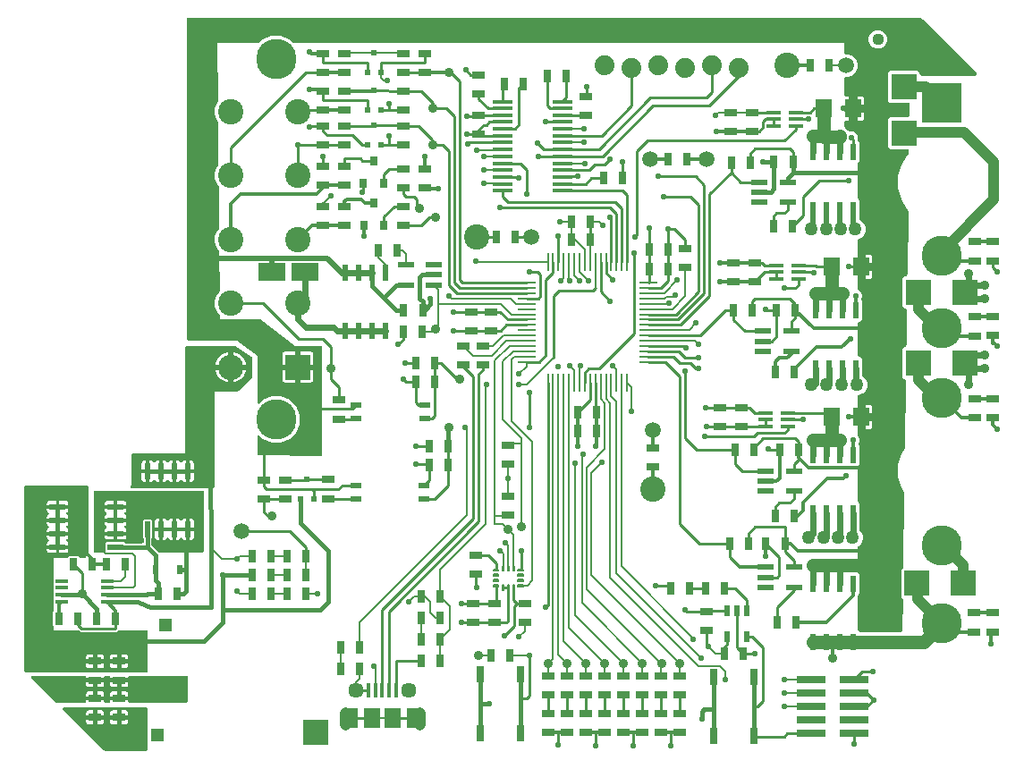
<source format=gbl>
G04 EAGLE Gerber RS-274X export*
G75*
%MOMM*%
%FSLAX34Y34*%
%LPD*%
%INBottom Copper*%
%IPPOS*%
%AMOC8*
5,1,8,0,0,1.08239X$1,22.5*%
G01*
%ADD10R,0.609600X1.524000*%
%ADD11R,3.816000X3.816000*%
%ADD12C,3.816000*%
%ADD13R,0.500000X1.000000*%
%ADD14R,2.400000X2.400000*%
%ADD15C,2.400000*%
%ADD16R,1.200000X0.800000*%
%ADD17R,1.200000X0.450000*%
%ADD18R,1.524000X0.609600*%
%ADD19R,0.630000X0.830000*%
%ADD20R,1.625600X0.609600*%
%ADD21R,1.981200X0.406400*%
%ADD22C,1.879600*%
%ADD23R,1.766000X0.270000*%
%ADD24R,0.270000X1.766000*%
%ADD25R,0.762000X1.524000*%
%ADD26R,0.800000X1.200000*%
%ADD27R,0.600000X0.550000*%
%ADD28R,0.800000X0.900000*%
%ADD29R,1.000000X0.500000*%
%ADD30C,1.450000*%
%ADD31R,0.400000X1.350000*%
%ADD32R,1.500000X1.900000*%
%ADD33R,1.200000X1.900000*%
%ADD34C,1.108000*%
%ADD35R,2.790009X0.740003*%
%ADD36C,0.150000*%
%ADD37R,1.473200X0.406400*%
%ADD38R,1.600000X1.800000*%
%ADD39R,2.590800X1.651000*%
%ADD40R,1.200000X1.200000*%
%ADD41R,0.900000X0.900000*%
%ADD42C,0.553200*%
%ADD43C,0.254000*%
%ADD44C,0.304800*%
%ADD45C,0.900000*%
%ADD46C,0.203200*%
%ADD47C,1.500000*%
%ADD48C,0.812800*%
%ADD49C,1.016000*%
%ADD50C,1.270000*%
%ADD51C,0.177800*%
%ADD52C,0.406400*%
%ADD53C,1.125000*%
%ADD54C,0.609600*%
%ADD55C,2.400300*%
%ADD56C,0.508000*%
%ADD57R,2.400300X2.400300*%
%ADD58C,1.275000*%

G36*
X156600Y695436D02*
X156600Y695436D01*
X156481Y695429D01*
X156443Y695416D01*
X156402Y695411D01*
X156292Y695368D01*
X156179Y695331D01*
X156144Y695309D01*
X156107Y695294D01*
X156011Y695225D01*
X155910Y695161D01*
X155882Y695131D01*
X155849Y695108D01*
X155773Y695016D01*
X155692Y694929D01*
X155672Y694894D01*
X155647Y694863D01*
X155596Y694755D01*
X155538Y694651D01*
X155528Y694611D01*
X155511Y694575D01*
X155489Y694458D01*
X155459Y694343D01*
X155455Y694283D01*
X155451Y694263D01*
X155453Y694242D01*
X155449Y694182D01*
X155449Y391160D01*
X155464Y391042D01*
X155471Y390923D01*
X155484Y390885D01*
X155489Y390844D01*
X155532Y390734D01*
X155569Y390621D01*
X155591Y390586D01*
X155606Y390549D01*
X155675Y390453D01*
X155739Y390352D01*
X155769Y390324D01*
X155792Y390291D01*
X155884Y390216D01*
X155971Y390134D01*
X156006Y390114D01*
X156037Y390089D01*
X156145Y390038D01*
X156249Y389980D01*
X156289Y389970D01*
X156325Y389953D01*
X156442Y389931D01*
X156557Y389901D01*
X156617Y389897D01*
X156637Y389893D01*
X156658Y389895D01*
X156718Y389891D01*
X202777Y389891D01*
X222251Y375285D01*
X222251Y331286D01*
X222268Y331148D01*
X222281Y331009D01*
X222288Y330990D01*
X222291Y330970D01*
X222342Y330841D01*
X222389Y330710D01*
X222400Y330693D01*
X222408Y330675D01*
X222489Y330562D01*
X222567Y330447D01*
X222583Y330434D01*
X222594Y330417D01*
X222702Y330328D01*
X222806Y330236D01*
X222824Y330227D01*
X222839Y330214D01*
X222965Y330155D01*
X223089Y330092D01*
X223109Y330087D01*
X223127Y330079D01*
X223263Y330053D01*
X223399Y330022D01*
X223420Y330023D01*
X223440Y330019D01*
X223578Y330028D01*
X223717Y330032D01*
X223737Y330038D01*
X223757Y330039D01*
X223889Y330082D01*
X224023Y330120D01*
X224040Y330131D01*
X224059Y330137D01*
X224177Y330211D01*
X224297Y330282D01*
X224318Y330300D01*
X224328Y330307D01*
X224342Y330322D01*
X224418Y330388D01*
X227749Y333720D01*
X235882Y337089D01*
X244686Y337089D01*
X252819Y333720D01*
X259044Y327495D01*
X262413Y319362D01*
X262413Y310558D01*
X259044Y302425D01*
X252819Y296200D01*
X244686Y292831D01*
X235882Y292831D01*
X227749Y296200D01*
X224418Y299532D01*
X224308Y299617D01*
X224201Y299706D01*
X224182Y299714D01*
X224166Y299727D01*
X224038Y299782D01*
X223913Y299841D01*
X223893Y299845D01*
X223874Y299853D01*
X223736Y299875D01*
X223601Y299901D01*
X223580Y299900D01*
X223560Y299903D01*
X223421Y299890D01*
X223283Y299881D01*
X223264Y299875D01*
X223244Y299873D01*
X223112Y299826D01*
X222981Y299783D01*
X222963Y299772D01*
X222944Y299765D01*
X222829Y299687D01*
X222712Y299613D01*
X222698Y299598D01*
X222681Y299587D01*
X222589Y299483D01*
X222494Y299381D01*
X222484Y299364D01*
X222471Y299348D01*
X222407Y299224D01*
X222340Y299103D01*
X222335Y299083D01*
X222326Y299065D01*
X222296Y298929D01*
X222261Y298795D01*
X222259Y298767D01*
X222257Y298755D01*
X222257Y298734D01*
X222251Y298634D01*
X222251Y282420D01*
X222265Y282309D01*
X222271Y282197D01*
X222285Y282151D01*
X222291Y282104D01*
X222332Y282000D01*
X222365Y281893D01*
X222390Y281853D01*
X222408Y281809D01*
X222473Y281718D01*
X222532Y281623D01*
X222567Y281590D01*
X222594Y281551D01*
X222681Y281480D01*
X222762Y281402D01*
X222803Y281379D01*
X222839Y281348D01*
X222941Y281301D01*
X223038Y281246D01*
X223084Y281233D01*
X223127Y281213D01*
X223237Y281192D01*
X223345Y281163D01*
X223418Y281157D01*
X223440Y281153D01*
X223458Y281154D01*
X223506Y281151D01*
X282097Y280500D01*
X282241Y280516D01*
X282388Y280530D01*
X282400Y280534D01*
X282413Y280536D01*
X282549Y280588D01*
X282687Y280638D01*
X282698Y280645D01*
X282710Y280650D01*
X282829Y280734D01*
X282950Y280816D01*
X282959Y280826D01*
X282969Y280834D01*
X283064Y280945D01*
X283161Y281055D01*
X283167Y281066D01*
X283175Y281076D01*
X283239Y281208D01*
X283305Y281338D01*
X283308Y281351D01*
X283314Y281363D01*
X283343Y281505D01*
X283375Y281648D01*
X283374Y281661D01*
X283377Y281674D01*
X283370Y281820D01*
X283365Y281966D01*
X283361Y281979D01*
X283361Y281992D01*
X283317Y282132D01*
X283277Y282271D01*
X283270Y282283D01*
X283266Y282295D01*
X283209Y282387D01*
X283209Y383540D01*
X283194Y383658D01*
X283187Y383777D01*
X283174Y383815D01*
X283169Y383856D01*
X283126Y383966D01*
X283089Y384079D01*
X283067Y384114D01*
X283052Y384151D01*
X282983Y384247D01*
X282919Y384348D01*
X282889Y384376D01*
X282866Y384409D01*
X282774Y384485D01*
X282687Y384566D01*
X282652Y384586D01*
X282621Y384611D01*
X282513Y384662D01*
X282409Y384720D01*
X282369Y384730D01*
X282333Y384747D01*
X282216Y384769D01*
X282101Y384799D01*
X282041Y384803D01*
X282021Y384807D01*
X282000Y384805D01*
X281940Y384809D01*
X257734Y384809D01*
X225056Y409946D01*
X225041Y409955D01*
X225029Y409966D01*
X224905Y410035D01*
X224782Y410107D01*
X224765Y410112D01*
X224751Y410120D01*
X224613Y410155D01*
X224476Y410194D01*
X224459Y410195D01*
X224443Y410199D01*
X224282Y410209D01*
X200245Y410209D01*
X200236Y410208D01*
X200227Y410209D01*
X200078Y410188D01*
X199930Y410169D01*
X199921Y410166D01*
X199912Y410165D01*
X199861Y410147D01*
X193816Y410147D01*
X193778Y410157D01*
X193634Y410197D01*
X193624Y410197D01*
X193615Y410199D01*
X193455Y410209D01*
X186677Y410209D01*
X186644Y413606D01*
X186632Y413698D01*
X186629Y413791D01*
X186611Y413855D01*
X186602Y413921D01*
X186567Y414007D01*
X186541Y414096D01*
X186507Y414154D01*
X186482Y414216D01*
X186426Y414290D01*
X186379Y414370D01*
X186303Y414457D01*
X186292Y414471D01*
X186286Y414477D01*
X186273Y414491D01*
X184092Y416672D01*
X181801Y422203D01*
X181801Y428189D01*
X184092Y433720D01*
X186052Y435680D01*
X186116Y435763D01*
X186187Y435840D01*
X186213Y435888D01*
X186247Y435931D01*
X186288Y436028D01*
X186338Y436120D01*
X186351Y436173D01*
X186373Y436223D01*
X186390Y436327D01*
X186415Y436429D01*
X186419Y436515D01*
X186423Y436537D01*
X186421Y436552D01*
X186423Y436590D01*
X186058Y474645D01*
X186045Y474737D01*
X186042Y474830D01*
X186024Y474894D01*
X186015Y474960D01*
X185980Y475046D01*
X185954Y475135D01*
X185920Y475193D01*
X185895Y475254D01*
X185839Y475329D01*
X185792Y475409D01*
X185716Y475496D01*
X185705Y475510D01*
X185699Y475516D01*
X185686Y475530D01*
X184092Y477124D01*
X181801Y482655D01*
X181801Y488641D01*
X184092Y494172D01*
X185476Y495556D01*
X185541Y495639D01*
X185612Y495716D01*
X185637Y495764D01*
X185671Y495807D01*
X185713Y495904D01*
X185763Y495996D01*
X185776Y496049D01*
X185797Y496099D01*
X185814Y496203D01*
X185839Y496305D01*
X185844Y496392D01*
X185847Y496413D01*
X185846Y496429D01*
X185848Y496466D01*
X185471Y535684D01*
X185458Y535776D01*
X185455Y535869D01*
X185437Y535933D01*
X185428Y535999D01*
X185393Y536085D01*
X185367Y536174D01*
X185333Y536231D01*
X185308Y536293D01*
X185252Y536368D01*
X185205Y536448D01*
X185129Y536535D01*
X185119Y536549D01*
X185112Y536554D01*
X185099Y536569D01*
X184092Y537576D01*
X181801Y543107D01*
X181801Y549093D01*
X184092Y554624D01*
X184900Y555432D01*
X184965Y555515D01*
X185036Y555593D01*
X185062Y555641D01*
X185095Y555684D01*
X185137Y555780D01*
X185187Y555873D01*
X185200Y555926D01*
X185222Y555976D01*
X185238Y556079D01*
X185263Y556181D01*
X185268Y556268D01*
X185271Y556290D01*
X185270Y556305D01*
X185272Y556342D01*
X184884Y596723D01*
X184871Y596815D01*
X184868Y596908D01*
X184850Y596972D01*
X184841Y597038D01*
X184806Y597124D01*
X184780Y597213D01*
X184746Y597270D01*
X184721Y597332D01*
X184666Y597407D01*
X184618Y597487D01*
X184542Y597574D01*
X184532Y597588D01*
X184525Y597593D01*
X184512Y597608D01*
X184092Y598028D01*
X181801Y603559D01*
X181801Y609545D01*
X184092Y615076D01*
X184325Y615309D01*
X184389Y615392D01*
X184460Y615469D01*
X184486Y615517D01*
X184519Y615560D01*
X184561Y615656D01*
X184611Y615749D01*
X184624Y615802D01*
X184646Y615852D01*
X184662Y615956D01*
X184688Y616058D01*
X184692Y616144D01*
X184696Y616166D01*
X184694Y616181D01*
X184696Y616218D01*
X184162Y671831D01*
X223450Y671831D01*
X223548Y671843D01*
X223647Y671846D01*
X223706Y671863D01*
X223766Y671871D01*
X223858Y671907D01*
X223953Y671935D01*
X224005Y671965D01*
X224061Y671988D01*
X224142Y672046D01*
X224227Y672096D01*
X224302Y672162D01*
X224319Y672174D01*
X224327Y672184D01*
X224348Y672203D01*
X227241Y675096D01*
X235374Y678465D01*
X244178Y678465D01*
X252311Y675096D01*
X255204Y672203D01*
X255283Y672142D01*
X255355Y672074D01*
X255408Y672045D01*
X255456Y672008D01*
X255546Y671968D01*
X255633Y671920D01*
X255692Y671905D01*
X255747Y671881D01*
X255845Y671866D01*
X255941Y671841D01*
X256041Y671835D01*
X256061Y671831D01*
X256074Y671833D01*
X256102Y671831D01*
X777749Y671831D01*
X777749Y662820D01*
X777751Y662802D01*
X777749Y662784D01*
X777770Y662602D01*
X777789Y662419D01*
X777794Y662402D01*
X777796Y662385D01*
X777853Y662210D01*
X777907Y662034D01*
X777915Y662019D01*
X777921Y662002D01*
X778011Y661842D01*
X778099Y661680D01*
X778110Y661667D01*
X778119Y661651D01*
X778239Y661512D01*
X778356Y661371D01*
X778370Y661360D01*
X778382Y661346D01*
X778527Y661234D01*
X778670Y661119D01*
X778686Y661111D01*
X778700Y661100D01*
X778865Y661018D01*
X779027Y660933D01*
X779044Y660928D01*
X779061Y660920D01*
X779239Y660873D01*
X779414Y660822D01*
X779432Y660820D01*
X779449Y660816D01*
X779780Y660789D01*
X781878Y660789D01*
X785755Y659183D01*
X788723Y656215D01*
X790329Y652338D01*
X790329Y648142D01*
X788723Y644265D01*
X785755Y641297D01*
X781878Y639691D01*
X779780Y639691D01*
X779762Y639689D01*
X779744Y639691D01*
X779562Y639670D01*
X779379Y639651D01*
X779362Y639646D01*
X779345Y639644D01*
X779170Y639587D01*
X778994Y639533D01*
X778979Y639525D01*
X778962Y639519D01*
X778802Y639429D01*
X778640Y639341D01*
X778627Y639330D01*
X778611Y639321D01*
X778472Y639201D01*
X778331Y639084D01*
X778320Y639070D01*
X778307Y639058D01*
X778194Y638913D01*
X778079Y638770D01*
X778071Y638754D01*
X778060Y638740D01*
X777978Y638575D01*
X777893Y638413D01*
X777888Y638396D01*
X777880Y638380D01*
X777833Y638201D01*
X777782Y638026D01*
X777780Y638008D01*
X777776Y637991D01*
X777749Y637660D01*
X777749Y623172D01*
X777751Y623154D01*
X777749Y623136D01*
X777770Y622954D01*
X777789Y622771D01*
X777794Y622754D01*
X777796Y622737D01*
X777853Y622562D01*
X777907Y622386D01*
X777915Y622371D01*
X777921Y622354D01*
X778011Y622194D01*
X778099Y622032D01*
X778110Y622019D01*
X778119Y622003D01*
X778239Y621864D01*
X778356Y621723D01*
X778370Y621712D01*
X778382Y621698D01*
X778527Y621586D01*
X778670Y621471D01*
X778686Y621463D01*
X778700Y621452D01*
X778865Y621370D01*
X779027Y621285D01*
X779044Y621280D01*
X779061Y621272D01*
X779239Y621224D01*
X779414Y621174D01*
X779432Y621172D01*
X779449Y621168D01*
X779780Y621141D01*
X782161Y621141D01*
X782161Y613599D01*
X779780Y613599D01*
X779762Y613597D01*
X779744Y613599D01*
X779562Y613578D01*
X779379Y613559D01*
X779362Y613554D01*
X779345Y613552D01*
X779170Y613495D01*
X778994Y613441D01*
X778979Y613433D01*
X778962Y613427D01*
X778802Y613337D01*
X778640Y613249D01*
X778627Y613238D01*
X778611Y613229D01*
X778472Y613109D01*
X778331Y612992D01*
X778320Y612978D01*
X778307Y612966D01*
X778194Y612821D01*
X778079Y612678D01*
X778071Y612662D01*
X778060Y612648D01*
X777978Y612483D01*
X777893Y612321D01*
X777888Y612304D01*
X777880Y612288D01*
X777833Y612109D01*
X777782Y611934D01*
X777780Y611916D01*
X777776Y611899D01*
X777749Y611568D01*
X777749Y607632D01*
X777750Y607618D01*
X777749Y607605D01*
X777749Y607601D01*
X777749Y607596D01*
X777770Y607414D01*
X777789Y607231D01*
X777794Y607214D01*
X777796Y607197D01*
X777853Y607022D01*
X777907Y606846D01*
X777915Y606831D01*
X777921Y606814D01*
X778011Y606654D01*
X778099Y606492D01*
X778110Y606479D01*
X778119Y606463D01*
X778239Y606324D01*
X778356Y606183D01*
X778370Y606172D01*
X778382Y606158D01*
X778527Y606046D01*
X778670Y605931D01*
X778686Y605923D01*
X778700Y605912D01*
X778865Y605830D01*
X779027Y605745D01*
X779044Y605740D01*
X779061Y605732D01*
X779239Y605684D01*
X779414Y605634D01*
X779432Y605632D01*
X779449Y605628D01*
X779780Y605601D01*
X782161Y605601D01*
X782161Y598059D01*
X779780Y598059D01*
X779762Y598057D01*
X779744Y598059D01*
X779562Y598038D01*
X779379Y598019D01*
X779362Y598014D01*
X779345Y598012D01*
X779170Y597955D01*
X778995Y597901D01*
X778979Y597893D01*
X778962Y597887D01*
X778802Y597797D01*
X778640Y597710D01*
X778627Y597698D01*
X778611Y597689D01*
X778472Y597569D01*
X778331Y597452D01*
X778320Y597438D01*
X778307Y597426D01*
X778194Y597281D01*
X778079Y597138D01*
X778071Y597122D01*
X778060Y597108D01*
X777978Y596944D01*
X777893Y596781D01*
X777888Y596764D01*
X777880Y596748D01*
X777833Y596570D01*
X777782Y596394D01*
X777780Y596376D01*
X777776Y596359D01*
X777749Y596028D01*
X777749Y593145D01*
X777751Y593123D01*
X777749Y593101D01*
X777771Y592923D01*
X777789Y592744D01*
X777795Y592723D01*
X777798Y592701D01*
X777854Y592531D01*
X777907Y592360D01*
X777917Y592340D01*
X777924Y592319D01*
X778013Y592163D01*
X778099Y592005D01*
X778113Y591988D01*
X778124Y591969D01*
X778242Y591833D01*
X778356Y591696D01*
X778374Y591682D01*
X778388Y591665D01*
X778531Y591556D01*
X778670Y591444D01*
X778681Y591438D01*
X781387Y588732D01*
X781394Y588717D01*
X781402Y588701D01*
X781408Y588683D01*
X781497Y588523D01*
X781584Y588362D01*
X781595Y588348D01*
X781604Y588332D01*
X781723Y588193D01*
X781840Y588051D01*
X781854Y588040D01*
X781866Y588026D01*
X782010Y587913D01*
X782153Y587798D01*
X782169Y587789D01*
X782183Y587778D01*
X782347Y587696D01*
X782509Y587611D01*
X782527Y587605D01*
X782543Y587597D01*
X782719Y587549D01*
X782896Y587497D01*
X782914Y587496D01*
X782931Y587491D01*
X783114Y587479D01*
X783297Y587463D01*
X783315Y587465D01*
X783333Y587464D01*
X783418Y587475D01*
X786017Y587475D01*
X788154Y586590D01*
X789440Y585304D01*
X789460Y585287D01*
X789478Y585267D01*
X789616Y585159D01*
X789751Y585049D01*
X789775Y585036D01*
X789796Y585020D01*
X789953Y584942D01*
X790107Y584860D01*
X790132Y584852D01*
X790156Y584840D01*
X790326Y584795D01*
X790449Y584758D01*
X790449Y583766D01*
X790452Y583735D01*
X790450Y583704D01*
X790472Y583535D01*
X790489Y583366D01*
X790498Y583336D01*
X790502Y583305D01*
X790603Y582989D01*
X790675Y582817D01*
X790675Y580468D01*
X790656Y580400D01*
X790604Y580229D01*
X790602Y580207D01*
X790596Y580185D01*
X790583Y580006D01*
X790566Y579828D01*
X790568Y579806D01*
X790567Y579784D01*
X790589Y579605D01*
X790608Y579428D01*
X790614Y579406D01*
X790617Y579384D01*
X790674Y579214D01*
X790727Y579043D01*
X790738Y579024D01*
X790745Y579002D01*
X790835Y578847D01*
X790921Y578690D01*
X790935Y578673D01*
X790946Y578654D01*
X791161Y578401D01*
X792227Y577335D01*
X792227Y559569D01*
X791044Y558386D01*
X791027Y558365D01*
X791007Y558348D01*
X790899Y558210D01*
X790789Y558075D01*
X790776Y558051D01*
X790760Y558030D01*
X790682Y557873D01*
X790600Y557719D01*
X790592Y557693D01*
X790580Y557669D01*
X790535Y557500D01*
X790485Y557333D01*
X790483Y557306D01*
X790476Y557281D01*
X790449Y556950D01*
X790449Y525090D01*
X790451Y525064D01*
X790449Y525037D01*
X790471Y524863D01*
X790489Y524690D01*
X790497Y524664D01*
X790500Y524637D01*
X790556Y524472D01*
X790607Y524305D01*
X790620Y524281D01*
X790628Y524256D01*
X790715Y524104D01*
X790799Y523951D01*
X790816Y523930D01*
X790829Y523907D01*
X791044Y523654D01*
X792227Y522471D01*
X792227Y505209D01*
X792229Y505186D01*
X792227Y505164D01*
X792249Y504986D01*
X792267Y504808D01*
X792273Y504787D01*
X792276Y504764D01*
X792332Y504594D01*
X792385Y504423D01*
X792395Y504403D01*
X792402Y504382D01*
X792491Y504227D01*
X792577Y504069D01*
X792591Y504052D01*
X792602Y504032D01*
X792719Y503898D01*
X792834Y503760D01*
X792852Y503746D01*
X792866Y503729D01*
X793008Y503620D01*
X793148Y503507D01*
X793168Y503497D01*
X793186Y503483D01*
X793481Y503332D01*
X793584Y503289D01*
X796235Y500638D01*
X797670Y497175D01*
X797670Y493425D01*
X796235Y489962D01*
X793584Y487311D01*
X791703Y486532D01*
X791683Y486521D01*
X791662Y486514D01*
X791506Y486426D01*
X791348Y486341D01*
X791331Y486327D01*
X791311Y486316D01*
X791176Y486199D01*
X791037Y486085D01*
X791023Y486068D01*
X791007Y486053D01*
X790897Y485912D01*
X790784Y485772D01*
X790773Y485753D01*
X790760Y485735D01*
X790680Y485574D01*
X790597Y485416D01*
X790590Y485395D01*
X790580Y485374D01*
X790534Y485201D01*
X790484Y485029D01*
X790482Y485007D01*
X790476Y484986D01*
X790449Y484655D01*
X790449Y461708D01*
X790451Y461690D01*
X790449Y461673D01*
X790470Y461490D01*
X790489Y461308D01*
X790494Y461291D01*
X790496Y461273D01*
X790553Y461098D01*
X790607Y460923D01*
X790615Y460907D01*
X790621Y460890D01*
X790711Y460730D01*
X790799Y460569D01*
X790810Y460555D01*
X790819Y460539D01*
X790939Y460400D01*
X791056Y460259D01*
X791070Y460248D01*
X791082Y460235D01*
X791227Y460122D01*
X791370Y460007D01*
X791386Y459999D01*
X791400Y459988D01*
X791565Y459906D01*
X791727Y459822D01*
X791744Y459817D01*
X791761Y459809D01*
X791939Y459761D01*
X792003Y459742D01*
X791870Y459699D01*
X791694Y459645D01*
X791679Y459637D01*
X791662Y459631D01*
X791502Y459541D01*
X791340Y459453D01*
X791327Y459442D01*
X791311Y459433D01*
X791172Y459313D01*
X791031Y459195D01*
X791020Y459182D01*
X791007Y459170D01*
X790894Y459025D01*
X790779Y458882D01*
X790771Y458866D01*
X790760Y458852D01*
X790678Y458687D01*
X790593Y458524D01*
X790588Y458507D01*
X790580Y458491D01*
X790533Y458313D01*
X790482Y458138D01*
X790480Y458120D01*
X790476Y458103D01*
X790449Y457772D01*
X790449Y438884D01*
X790451Y438862D01*
X790449Y438839D01*
X790471Y438662D01*
X790489Y438483D01*
X790495Y438462D01*
X790498Y438440D01*
X790554Y438270D01*
X790607Y438098D01*
X790617Y438079D01*
X790624Y438058D01*
X790713Y437902D01*
X790799Y437744D01*
X790813Y437727D01*
X790824Y437708D01*
X790942Y437573D01*
X791056Y437435D01*
X791074Y437421D01*
X791088Y437404D01*
X791231Y437295D01*
X791370Y437183D01*
X791390Y437173D01*
X791408Y437159D01*
X791703Y437007D01*
X791939Y436909D01*
X793575Y435274D01*
X794460Y433136D01*
X794460Y430823D01*
X794089Y429926D01*
X794082Y429905D01*
X794072Y429885D01*
X794024Y429712D01*
X793972Y429541D01*
X793970Y429519D01*
X793964Y429497D01*
X793951Y429317D01*
X793934Y429140D01*
X793936Y429118D01*
X793935Y429095D01*
X793957Y428918D01*
X793976Y428739D01*
X793982Y428718D01*
X793985Y428696D01*
X794042Y428527D01*
X794096Y428355D01*
X794106Y428335D01*
X794113Y428314D01*
X794203Y428159D01*
X794289Y428002D01*
X794303Y427985D01*
X794314Y427965D01*
X794529Y427712D01*
X794767Y427475D01*
X794767Y409709D01*
X792981Y407923D01*
X792480Y407923D01*
X792462Y407921D01*
X792444Y407923D01*
X792262Y407902D01*
X792079Y407883D01*
X792062Y407878D01*
X792045Y407876D01*
X791870Y407819D01*
X791694Y407765D01*
X791679Y407757D01*
X791662Y407751D01*
X791502Y407661D01*
X791340Y407573D01*
X791327Y407562D01*
X791311Y407553D01*
X791172Y407433D01*
X791031Y407316D01*
X791020Y407302D01*
X791007Y407290D01*
X790894Y407145D01*
X790779Y407002D01*
X790771Y406986D01*
X790760Y406972D01*
X790678Y406807D01*
X790593Y406645D01*
X790588Y406628D01*
X790580Y406612D01*
X790533Y406433D01*
X790482Y406258D01*
X790480Y406240D01*
X790476Y406223D01*
X790449Y405892D01*
X790449Y376428D01*
X790451Y376410D01*
X790449Y376392D01*
X790471Y376210D01*
X790489Y376027D01*
X790494Y376010D01*
X790496Y375993D01*
X790553Y375818D01*
X790607Y375642D01*
X790615Y375627D01*
X790621Y375610D01*
X790711Y375450D01*
X790799Y375288D01*
X790810Y375275D01*
X790819Y375259D01*
X790939Y375120D01*
X791056Y374979D01*
X791070Y374968D01*
X791082Y374954D01*
X791227Y374842D01*
X791370Y374727D01*
X791386Y374719D01*
X791400Y374708D01*
X791565Y374626D01*
X791727Y374541D01*
X791744Y374536D01*
X791761Y374528D01*
X791939Y374481D01*
X792114Y374430D01*
X792132Y374428D01*
X792149Y374424D01*
X792480Y374397D01*
X792981Y374397D01*
X794767Y372611D01*
X794767Y357322D01*
X794769Y357295D01*
X794767Y357269D01*
X794789Y357095D01*
X794807Y356921D01*
X794814Y356896D01*
X794818Y356869D01*
X794873Y356703D01*
X794925Y356536D01*
X794938Y356513D01*
X794946Y356487D01*
X795033Y356336D01*
X795117Y356182D01*
X795134Y356162D01*
X795147Y356139D01*
X795362Y355886D01*
X797929Y353318D01*
X799364Y349855D01*
X799364Y346105D01*
X797929Y342642D01*
X795278Y339991D01*
X791703Y338510D01*
X791683Y338499D01*
X791662Y338493D01*
X791506Y338404D01*
X791348Y338320D01*
X791331Y338306D01*
X791311Y338295D01*
X791176Y338178D01*
X791037Y338063D01*
X791023Y338046D01*
X791007Y338031D01*
X790897Y337890D01*
X790784Y337751D01*
X790773Y337731D01*
X790760Y337713D01*
X790680Y337553D01*
X790597Y337394D01*
X790590Y337373D01*
X790580Y337353D01*
X790534Y337179D01*
X790484Y337008D01*
X790482Y336986D01*
X790476Y336964D01*
X790449Y336633D01*
X790449Y319468D01*
X790451Y319450D01*
X790449Y319433D01*
X790470Y319250D01*
X790489Y319068D01*
X790494Y319051D01*
X790496Y319033D01*
X790553Y318858D01*
X790607Y318683D01*
X790615Y318667D01*
X790621Y318650D01*
X790711Y318490D01*
X790799Y318329D01*
X790810Y318315D01*
X790819Y318299D01*
X790939Y318160D01*
X791056Y318019D01*
X791070Y318008D01*
X791082Y317995D01*
X791227Y317882D01*
X791370Y317767D01*
X791386Y317759D01*
X791400Y317748D01*
X791565Y317666D01*
X791727Y317582D01*
X791744Y317577D01*
X791761Y317569D01*
X791939Y317521D01*
X792003Y317502D01*
X791870Y317459D01*
X791694Y317405D01*
X791679Y317397D01*
X791662Y317391D01*
X791502Y317301D01*
X791340Y317213D01*
X791327Y317202D01*
X791311Y317193D01*
X791172Y317073D01*
X791031Y316955D01*
X791020Y316942D01*
X791007Y316930D01*
X790894Y316785D01*
X790779Y316642D01*
X790771Y316626D01*
X790760Y316612D01*
X790678Y316447D01*
X790593Y316284D01*
X790588Y316267D01*
X790580Y316251D01*
X790533Y316073D01*
X790482Y315898D01*
X790480Y315880D01*
X790476Y315863D01*
X790449Y315532D01*
X790449Y300408D01*
X790451Y300382D01*
X790449Y300355D01*
X790471Y300181D01*
X790489Y300008D01*
X790497Y299982D01*
X790500Y299956D01*
X790556Y299790D01*
X790607Y299623D01*
X790620Y299599D01*
X790628Y299574D01*
X790715Y299422D01*
X790799Y299269D01*
X790816Y299248D01*
X790829Y299225D01*
X791044Y298972D01*
X791269Y298747D01*
X792154Y296610D01*
X792154Y294296D01*
X791529Y292786D01*
X791522Y292765D01*
X791512Y292745D01*
X791464Y292572D01*
X791412Y292401D01*
X791410Y292379D01*
X791404Y292357D01*
X791391Y292178D01*
X791374Y292000D01*
X791376Y291978D01*
X791375Y291956D01*
X791397Y291777D01*
X791416Y291599D01*
X791422Y291578D01*
X791425Y291556D01*
X791482Y291386D01*
X791536Y291215D01*
X791546Y291196D01*
X791553Y291174D01*
X791643Y291019D01*
X791729Y290862D01*
X791743Y290845D01*
X791754Y290826D01*
X791969Y290573D01*
X792227Y290315D01*
X792227Y272549D01*
X791044Y271366D01*
X791027Y271345D01*
X791007Y271328D01*
X790899Y271190D01*
X790789Y271055D01*
X790776Y271031D01*
X790760Y271010D01*
X790682Y270853D01*
X790600Y270699D01*
X790592Y270673D01*
X790580Y270649D01*
X790535Y270480D01*
X790485Y270313D01*
X790483Y270286D01*
X790476Y270261D01*
X790449Y269930D01*
X790449Y238070D01*
X790451Y238044D01*
X790449Y238017D01*
X790471Y237843D01*
X790489Y237670D01*
X790497Y237644D01*
X790500Y237617D01*
X790556Y237452D01*
X790607Y237285D01*
X790620Y237261D01*
X790628Y237236D01*
X790715Y237084D01*
X790799Y236931D01*
X790816Y236910D01*
X790829Y236887D01*
X791044Y236634D01*
X792227Y235451D01*
X792227Y210867D01*
X792229Y210841D01*
X792227Y210814D01*
X792249Y210640D01*
X792267Y210466D01*
X792274Y210441D01*
X792278Y210414D01*
X792333Y210249D01*
X792385Y210082D01*
X792398Y210058D01*
X792406Y210033D01*
X792493Y209881D01*
X792577Y209728D01*
X792594Y209707D01*
X792607Y209684D01*
X792822Y209431D01*
X793644Y208609D01*
X795078Y205145D01*
X795078Y201396D01*
X793644Y197932D01*
X791044Y195332D01*
X791027Y195312D01*
X791007Y195294D01*
X790899Y195156D01*
X790789Y195021D01*
X790776Y194997D01*
X790760Y194976D01*
X790682Y194819D01*
X790600Y194665D01*
X790592Y194640D01*
X790580Y194615D01*
X790535Y194446D01*
X790485Y194279D01*
X790483Y194253D01*
X790476Y194227D01*
X790449Y193896D01*
X790449Y171014D01*
X790451Y170988D01*
X790449Y170961D01*
X790471Y170787D01*
X790489Y170614D01*
X790497Y170588D01*
X790500Y170561D01*
X790556Y170396D01*
X790607Y170229D01*
X790620Y170205D01*
X790628Y170180D01*
X790715Y170028D01*
X790799Y169875D01*
X790816Y169854D01*
X790829Y169831D01*
X791044Y169578D01*
X792227Y168395D01*
X792227Y150629D01*
X791298Y149700D01*
X791281Y149679D01*
X791260Y149662D01*
X791153Y149524D01*
X791043Y149389D01*
X791030Y149365D01*
X791014Y149344D01*
X790936Y149187D01*
X790854Y149033D01*
X790846Y149007D01*
X790834Y148983D01*
X790789Y148814D01*
X790739Y148647D01*
X790737Y148620D01*
X790730Y148595D01*
X790703Y148264D01*
X790703Y147680D01*
X790603Y147441D01*
X790594Y147411D01*
X790580Y147383D01*
X790536Y147218D01*
X790487Y147055D01*
X790484Y147024D01*
X790476Y146994D01*
X790449Y146663D01*
X790449Y116150D01*
X790451Y116124D01*
X790449Y116097D01*
X790471Y115923D01*
X790489Y115750D01*
X790497Y115724D01*
X790500Y115697D01*
X790556Y115532D01*
X790607Y115365D01*
X790620Y115341D01*
X790628Y115316D01*
X790715Y115164D01*
X790799Y115011D01*
X790816Y114990D01*
X790829Y114967D01*
X791044Y114714D01*
X791116Y114642D01*
X791137Y114625D01*
X791154Y114604D01*
X791292Y114497D01*
X791427Y114387D01*
X791451Y114374D01*
X791472Y114358D01*
X791629Y114280D01*
X791783Y114198D01*
X791809Y114190D01*
X791833Y114178D01*
X792002Y114133D01*
X792169Y114083D01*
X792196Y114081D01*
X792221Y114074D01*
X792552Y114047D01*
X830971Y114047D01*
X830975Y114047D01*
X830980Y114047D01*
X831175Y114067D01*
X831372Y114087D01*
X831376Y114088D01*
X831380Y114088D01*
X831569Y114147D01*
X831757Y114205D01*
X831760Y114207D01*
X831765Y114208D01*
X831936Y114302D01*
X832111Y114397D01*
X832114Y114399D01*
X832118Y114401D01*
X832268Y114528D01*
X832420Y114654D01*
X832423Y114658D01*
X832426Y114661D01*
X832550Y114816D01*
X832672Y114968D01*
X832674Y114972D01*
X832677Y114975D01*
X832769Y115154D01*
X832858Y115325D01*
X832859Y115329D01*
X832861Y115334D01*
X832915Y115526D01*
X832969Y115712D01*
X832969Y115717D01*
X832971Y115721D01*
X833002Y116051D01*
X833372Y144148D01*
X833368Y144188D01*
X833371Y144228D01*
X833351Y144389D01*
X833337Y144550D01*
X833326Y144588D01*
X833321Y144628D01*
X833269Y144781D01*
X833224Y144936D01*
X833205Y144971D01*
X833193Y145010D01*
X833112Y145150D01*
X833037Y145292D01*
X833012Y145324D01*
X832992Y145358D01*
X832804Y145580D01*
X832783Y145605D01*
X832780Y145608D01*
X832777Y145611D01*
X831631Y146757D01*
X831631Y173283D01*
X833200Y174851D01*
X833208Y174861D01*
X833218Y174870D01*
X833336Y175017D01*
X833455Y175163D01*
X833461Y175174D01*
X833469Y175185D01*
X833556Y175353D01*
X833643Y175518D01*
X833647Y175531D01*
X833653Y175543D01*
X833705Y175724D01*
X833758Y175904D01*
X833759Y175918D01*
X833763Y175930D01*
X833794Y176261D01*
X834697Y244891D01*
X834682Y245067D01*
X834671Y245244D01*
X834665Y245268D01*
X834663Y245292D01*
X834613Y245461D01*
X834567Y245633D01*
X834556Y245658D01*
X834550Y245678D01*
X834512Y245750D01*
X834425Y245933D01*
X831605Y250817D01*
X828801Y261283D01*
X828801Y272117D01*
X831605Y282583D01*
X835012Y288483D01*
X835074Y288620D01*
X835143Y288754D01*
X835157Y288803D01*
X835178Y288850D01*
X835211Y288996D01*
X835252Y289142D01*
X835258Y289199D01*
X835268Y289242D01*
X835270Y289328D01*
X835284Y289472D01*
X836098Y351367D01*
X836096Y351398D01*
X836098Y351430D01*
X836078Y351599D01*
X836064Y351768D01*
X836055Y351798D01*
X836051Y351829D01*
X835998Y351992D01*
X835951Y352155D01*
X835936Y352182D01*
X835926Y352212D01*
X835842Y352361D01*
X835764Y352511D01*
X835744Y352536D01*
X835729Y352563D01*
X835617Y352692D01*
X835510Y352824D01*
X835486Y352844D01*
X835465Y352868D01*
X835331Y352972D01*
X835200Y353080D01*
X835172Y353095D01*
X835147Y353114D01*
X834994Y353190D01*
X834845Y353271D01*
X834828Y353276D01*
X832892Y355211D01*
X832892Y381737D01*
X834696Y383541D01*
X834721Y383543D01*
X834917Y383563D01*
X834922Y383564D01*
X834926Y383564D01*
X835114Y383623D01*
X835302Y383681D01*
X835306Y383683D01*
X835310Y383684D01*
X835481Y383778D01*
X835656Y383873D01*
X835660Y383875D01*
X835664Y383878D01*
X835814Y384004D01*
X835966Y384130D01*
X835968Y384134D01*
X835972Y384137D01*
X836095Y384292D01*
X836218Y384444D01*
X836220Y384448D01*
X836223Y384451D01*
X836313Y384628D01*
X836403Y384801D01*
X836405Y384806D01*
X836407Y384810D01*
X836460Y384998D01*
X836515Y385188D01*
X836515Y385193D01*
X836516Y385197D01*
X836548Y385527D01*
X836982Y418532D01*
X836979Y418563D01*
X836982Y418594D01*
X836962Y418764D01*
X836947Y418933D01*
X836939Y418963D01*
X836935Y418994D01*
X836882Y419156D01*
X836834Y419319D01*
X836820Y419347D01*
X836810Y419377D01*
X836726Y419525D01*
X836647Y419676D01*
X836628Y419700D01*
X836612Y419727D01*
X836501Y419856D01*
X836394Y419989D01*
X836370Y420008D01*
X836349Y420032D01*
X836215Y420136D01*
X836083Y420245D01*
X836056Y420260D01*
X836031Y420279D01*
X835878Y420355D01*
X835728Y420435D01*
X835699Y420444D01*
X835671Y420458D01*
X835505Y420503D01*
X835343Y420552D01*
X835312Y420555D01*
X835282Y420563D01*
X834951Y420590D01*
X834598Y420590D01*
X832812Y422376D01*
X832812Y448901D01*
X834598Y450687D01*
X835400Y450687D01*
X835405Y450688D01*
X835409Y450687D01*
X835605Y450708D01*
X835801Y450727D01*
X835805Y450729D01*
X835810Y450729D01*
X835998Y450788D01*
X836186Y450845D01*
X836190Y450847D01*
X836194Y450849D01*
X836365Y450942D01*
X836540Y451037D01*
X836543Y451040D01*
X836547Y451042D01*
X836698Y451169D01*
X836849Y451295D01*
X836852Y451298D01*
X836855Y451301D01*
X836979Y451456D01*
X837102Y451609D01*
X837104Y451613D01*
X837106Y451616D01*
X837198Y451795D01*
X837287Y451966D01*
X837288Y451970D01*
X837290Y451974D01*
X837345Y452166D01*
X837399Y452353D01*
X837399Y452357D01*
X837400Y452362D01*
X837432Y452692D01*
X838217Y512421D01*
X838214Y512461D01*
X838217Y512501D01*
X838197Y512662D01*
X838183Y512822D01*
X838172Y512861D01*
X838167Y512901D01*
X838115Y513054D01*
X838070Y513209D01*
X838051Y513244D01*
X838038Y513282D01*
X837958Y513423D01*
X837883Y513565D01*
X837857Y513596D01*
X837837Y513631D01*
X837649Y513853D01*
X837629Y513878D01*
X837626Y513880D01*
X837623Y513884D01*
X837023Y514484D01*
X831605Y523867D01*
X828801Y534333D01*
X828801Y545167D01*
X831605Y555633D01*
X837023Y565016D01*
X838351Y566344D01*
X838359Y566354D01*
X838369Y566363D01*
X838487Y566511D01*
X838606Y566655D01*
X838612Y566667D01*
X838620Y566678D01*
X838706Y566845D01*
X838794Y567011D01*
X838798Y567024D01*
X838804Y567036D01*
X838856Y567216D01*
X838909Y567397D01*
X838910Y567410D01*
X838914Y567423D01*
X838946Y567753D01*
X838964Y569190D01*
X838962Y569221D01*
X838964Y569252D01*
X838944Y569421D01*
X838930Y569591D01*
X838921Y569621D01*
X838917Y569652D01*
X838864Y569814D01*
X838817Y569977D01*
X838802Y570005D01*
X838793Y570035D01*
X838709Y570183D01*
X838630Y570334D01*
X838610Y570358D01*
X838595Y570385D01*
X838483Y570514D01*
X838376Y570647D01*
X838352Y570666D01*
X838331Y570690D01*
X838197Y570794D01*
X838066Y570903D01*
X838038Y570918D01*
X838013Y570937D01*
X837861Y571013D01*
X837711Y571093D01*
X837681Y571102D01*
X837653Y571116D01*
X837488Y571160D01*
X837325Y571210D01*
X837294Y571213D01*
X837264Y571221D01*
X836933Y571248D01*
X820756Y571248D01*
X818970Y573034D01*
X818970Y599559D01*
X820756Y601345D01*
X837383Y601345D01*
X837387Y601346D01*
X837392Y601345D01*
X837587Y601366D01*
X837783Y601385D01*
X837788Y601386D01*
X837792Y601387D01*
X837980Y601446D01*
X838168Y601503D01*
X838172Y601505D01*
X838176Y601507D01*
X838348Y601600D01*
X838522Y601695D01*
X838526Y601698D01*
X838530Y601700D01*
X838680Y601826D01*
X838832Y601953D01*
X838834Y601956D01*
X838838Y601959D01*
X838961Y602114D01*
X839084Y602267D01*
X839086Y602270D01*
X839089Y602274D01*
X839181Y602453D01*
X839269Y602624D01*
X839271Y602628D01*
X839273Y602632D01*
X839327Y602824D01*
X839381Y603011D01*
X839381Y603015D01*
X839382Y603019D01*
X839414Y603350D01*
X839543Y613190D01*
X839541Y613221D01*
X839543Y613252D01*
X839523Y613421D01*
X839509Y613591D01*
X839500Y613621D01*
X839496Y613652D01*
X839443Y613814D01*
X839396Y613977D01*
X839381Y614005D01*
X839371Y614035D01*
X839288Y614183D01*
X839209Y614334D01*
X839189Y614358D01*
X839174Y614385D01*
X839062Y614514D01*
X838955Y614647D01*
X838931Y614666D01*
X838910Y614690D01*
X838776Y614794D01*
X838645Y614903D01*
X838617Y614918D01*
X838592Y614937D01*
X838440Y615013D01*
X838290Y615093D01*
X838260Y615102D01*
X838232Y615116D01*
X838067Y615161D01*
X837904Y615210D01*
X837873Y615213D01*
X837843Y615221D01*
X837512Y615248D01*
X820756Y615248D01*
X818970Y617034D01*
X818970Y643559D01*
X820756Y645345D01*
X847282Y645345D01*
X849068Y643559D01*
X849068Y642620D01*
X849069Y642602D01*
X849068Y642584D01*
X849089Y642402D01*
X849108Y642219D01*
X849113Y642202D01*
X849115Y642185D01*
X849172Y642010D01*
X849226Y641834D01*
X849234Y641819D01*
X849240Y641802D01*
X849330Y641642D01*
X849417Y641480D01*
X849429Y641467D01*
X849438Y641451D01*
X849558Y641312D01*
X849675Y641171D01*
X849689Y641160D01*
X849701Y641147D01*
X849846Y641034D01*
X849989Y640919D01*
X850005Y640911D01*
X850019Y640900D01*
X850184Y640818D01*
X850346Y640733D01*
X850363Y640728D01*
X850379Y640720D01*
X850557Y640673D01*
X850733Y640622D01*
X850751Y640620D01*
X850768Y640616D01*
X851099Y640589D01*
X901338Y640589D01*
X901363Y640591D01*
X901389Y640589D01*
X901563Y640611D01*
X901738Y640629D01*
X901763Y640636D01*
X901788Y640639D01*
X901955Y640695D01*
X902123Y640747D01*
X902146Y640759D01*
X902170Y640767D01*
X902323Y640855D01*
X902477Y640939D01*
X902497Y640955D01*
X902519Y640968D01*
X902652Y641084D01*
X902787Y641196D01*
X902803Y641216D01*
X902822Y641233D01*
X902929Y641373D01*
X903039Y641510D01*
X903051Y641533D01*
X903066Y641553D01*
X903144Y641712D01*
X903224Y641867D01*
X903231Y641892D01*
X903243Y641915D01*
X903287Y642086D01*
X903336Y642254D01*
X903338Y642280D01*
X903344Y642305D01*
X903354Y642480D01*
X903369Y642656D01*
X903366Y642681D01*
X903367Y642707D01*
X903342Y642881D01*
X903322Y643055D01*
X903314Y643080D01*
X903310Y643105D01*
X903251Y643271D01*
X903197Y643438D01*
X903184Y643461D01*
X903176Y643485D01*
X903085Y643636D01*
X902999Y643789D01*
X902982Y643808D01*
X902969Y643830D01*
X902750Y644080D01*
X851783Y693403D01*
X850035Y695094D01*
X849964Y695147D01*
X849900Y695208D01*
X849838Y695242D01*
X849781Y695285D01*
X849699Y695319D01*
X849621Y695362D01*
X849553Y695379D01*
X849487Y695406D01*
X849399Y695419D01*
X849313Y695441D01*
X849186Y695449D01*
X849172Y695451D01*
X849166Y695450D01*
X849153Y695451D01*
X156718Y695451D01*
X156600Y695436D01*
G37*
G36*
X116840Y75659D02*
X116840Y75659D01*
X116958Y75674D01*
X117077Y75681D01*
X117115Y75694D01*
X117156Y75699D01*
X117266Y75742D01*
X117379Y75779D01*
X117414Y75801D01*
X117451Y75816D01*
X117547Y75885D01*
X117648Y75949D01*
X117676Y75979D01*
X117709Y76002D01*
X117785Y76094D01*
X117866Y76181D01*
X117886Y76216D01*
X117911Y76247D01*
X117962Y76355D01*
X118020Y76459D01*
X118030Y76499D01*
X118047Y76535D01*
X118069Y76652D01*
X118099Y76767D01*
X118103Y76827D01*
X118107Y76847D01*
X118105Y76868D01*
X118109Y76928D01*
X118109Y114300D01*
X118094Y114418D01*
X118087Y114537D01*
X118074Y114575D01*
X118069Y114616D01*
X118026Y114726D01*
X117989Y114839D01*
X117967Y114874D01*
X117952Y114911D01*
X117883Y115007D01*
X117819Y115108D01*
X117789Y115136D01*
X117766Y115169D01*
X117674Y115245D01*
X117587Y115326D01*
X117552Y115346D01*
X117521Y115371D01*
X117413Y115422D01*
X117309Y115480D01*
X117269Y115490D01*
X117233Y115507D01*
X117116Y115529D01*
X117001Y115559D01*
X116941Y115563D01*
X116921Y115567D01*
X116900Y115565D01*
X116840Y115569D01*
X91162Y115569D01*
X91064Y115557D01*
X90965Y115554D01*
X90907Y115537D01*
X90847Y115529D01*
X90755Y115493D01*
X90659Y115465D01*
X90607Y115435D01*
X90551Y115412D01*
X90471Y115354D01*
X90386Y115304D01*
X90310Y115238D01*
X90294Y115226D01*
X90286Y115216D01*
X90265Y115198D01*
X89113Y114045D01*
X54722Y114045D01*
X53570Y115198D01*
X53492Y115258D01*
X53420Y115326D01*
X53367Y115355D01*
X53319Y115392D01*
X53228Y115432D01*
X53141Y115480D01*
X53083Y115495D01*
X53027Y115519D01*
X52929Y115534D01*
X52833Y115559D01*
X52733Y115565D01*
X52713Y115569D01*
X52701Y115567D01*
X52673Y115569D01*
X29209Y115569D01*
X29209Y118594D01*
X29197Y118692D01*
X29194Y118791D01*
X29177Y118849D01*
X29169Y118909D01*
X29133Y119001D01*
X29105Y119097D01*
X29075Y119149D01*
X29052Y119205D01*
X28994Y119285D01*
X28944Y119371D01*
X28878Y119446D01*
X28866Y119463D01*
X28856Y119470D01*
X28837Y119491D01*
X28424Y119905D01*
X28424Y133168D01*
X28837Y133582D01*
X28898Y133660D01*
X28966Y133733D01*
X28995Y133786D01*
X29032Y133833D01*
X29072Y133924D01*
X29120Y134011D01*
X29135Y134070D01*
X29159Y134125D01*
X29174Y134223D01*
X29199Y134319D01*
X29205Y134419D01*
X29209Y134439D01*
X29207Y134452D01*
X29209Y134480D01*
X29209Y139179D01*
X29197Y139277D01*
X29194Y139376D01*
X29177Y139434D01*
X29169Y139494D01*
X29145Y139555D01*
X29145Y165236D01*
X29159Y165267D01*
X29174Y165365D01*
X29199Y165461D01*
X29205Y165561D01*
X29209Y165581D01*
X29207Y165593D01*
X29209Y165621D01*
X29209Y184152D01*
X41722Y184167D01*
X41819Y184179D01*
X41918Y184182D01*
X41977Y184199D01*
X42037Y184207D01*
X42129Y184243D01*
X42223Y184271D01*
X42276Y184302D01*
X42333Y184324D01*
X42412Y184382D01*
X42497Y184432D01*
X42574Y184500D01*
X42590Y184512D01*
X42598Y184521D01*
X42618Y184539D01*
X43405Y185325D01*
X52668Y185325D01*
X53440Y184553D01*
X53518Y184492D01*
X53591Y184424D01*
X53644Y184395D01*
X53691Y184358D01*
X53783Y184319D01*
X53870Y184271D01*
X53928Y184256D01*
X53983Y184232D01*
X54082Y184216D01*
X54178Y184192D01*
X54276Y184186D01*
X54297Y184182D01*
X54310Y184183D01*
X54339Y184182D01*
X58594Y184187D01*
X58698Y184200D01*
X58803Y184204D01*
X58855Y184220D01*
X58909Y184227D01*
X59007Y184266D01*
X59107Y184296D01*
X59154Y184324D01*
X59205Y184344D01*
X59290Y184406D01*
X59380Y184460D01*
X59418Y184499D01*
X59462Y184531D01*
X59529Y184612D01*
X59602Y184687D01*
X59651Y184760D01*
X59665Y184777D01*
X59671Y184790D01*
X59692Y184821D01*
X60003Y185361D01*
X60476Y185834D01*
X61055Y186168D01*
X61289Y186231D01*
X61393Y186273D01*
X61499Y186308D01*
X61539Y186333D01*
X61583Y186351D01*
X61673Y186418D01*
X61768Y186478D01*
X61800Y186512D01*
X61838Y186540D01*
X61909Y186628D01*
X61986Y186710D01*
X62009Y186751D01*
X62039Y186788D01*
X62085Y186890D01*
X62140Y186988D01*
X62151Y187034D01*
X62171Y187077D01*
X62191Y187187D01*
X62219Y187296D01*
X62224Y187368D01*
X62227Y187390D01*
X62226Y187408D01*
X62229Y187457D01*
X62229Y251206D01*
X62214Y251324D01*
X62207Y251443D01*
X62194Y251481D01*
X62189Y251522D01*
X62146Y251632D01*
X62109Y251745D01*
X62087Y251780D01*
X62072Y251817D01*
X62003Y251913D01*
X61939Y252014D01*
X61909Y252042D01*
X61886Y252075D01*
X61794Y252151D01*
X61707Y252232D01*
X61672Y252252D01*
X61641Y252277D01*
X61533Y252328D01*
X61429Y252386D01*
X61389Y252396D01*
X61353Y252413D01*
X61236Y252435D01*
X61121Y252465D01*
X61061Y252469D01*
X61041Y252473D01*
X61020Y252471D01*
X60960Y252475D01*
X2794Y252475D01*
X2676Y252460D01*
X2557Y252453D01*
X2519Y252440D01*
X2478Y252435D01*
X2368Y252392D01*
X2255Y252355D01*
X2220Y252333D01*
X2183Y252318D01*
X2087Y252249D01*
X1986Y252185D01*
X1958Y252155D01*
X1925Y252132D01*
X1849Y252040D01*
X1768Y251953D01*
X1748Y251918D01*
X1723Y251887D01*
X1672Y251779D01*
X1614Y251675D01*
X1604Y251635D01*
X1587Y251599D01*
X1565Y251482D01*
X1535Y251367D01*
X1531Y251307D01*
X1527Y251287D01*
X1529Y251266D01*
X1525Y251206D01*
X1525Y77357D01*
X1537Y77259D01*
X1540Y77160D01*
X1557Y77102D01*
X1565Y77042D01*
X1601Y76950D01*
X1629Y76855D01*
X1659Y76802D01*
X1682Y76746D01*
X1740Y76666D01*
X1790Y76581D01*
X1856Y76505D01*
X1868Y76489D01*
X1878Y76481D01*
X1896Y76460D01*
X2326Y76030D01*
X2404Y75970D01*
X2476Y75902D01*
X2529Y75873D01*
X2577Y75836D01*
X2668Y75796D01*
X2755Y75748D01*
X2813Y75733D01*
X2869Y75709D01*
X2967Y75694D01*
X3063Y75669D01*
X3163Y75663D01*
X3183Y75659D01*
X3195Y75660D01*
X3223Y75659D01*
X116840Y75659D01*
G37*
G36*
X180458Y250206D02*
X180458Y250206D01*
X180577Y250213D01*
X180615Y250226D01*
X180656Y250231D01*
X180766Y250274D01*
X180879Y250311D01*
X180914Y250333D01*
X180951Y250348D01*
X181047Y250418D01*
X181148Y250481D01*
X181176Y250511D01*
X181209Y250534D01*
X181285Y250626D01*
X181366Y250713D01*
X181386Y250748D01*
X181411Y250779D01*
X181462Y250887D01*
X181520Y250991D01*
X181530Y251031D01*
X181547Y251067D01*
X181569Y251184D01*
X181599Y251299D01*
X181603Y251360D01*
X181607Y251380D01*
X181605Y251400D01*
X181609Y251460D01*
X181609Y341631D01*
X203200Y341631D01*
X203298Y341643D01*
X203397Y341646D01*
X203455Y341663D01*
X203516Y341671D01*
X203608Y341707D01*
X203703Y341735D01*
X203755Y341765D01*
X203811Y341788D01*
X203891Y341846D01*
X203977Y341896D01*
X204052Y341962D01*
X204069Y341974D01*
X204076Y341984D01*
X204098Y342003D01*
X216798Y354703D01*
X216858Y354781D01*
X216926Y354853D01*
X216955Y354906D01*
X216992Y354954D01*
X217032Y355045D01*
X217080Y355131D01*
X217095Y355190D01*
X217119Y355246D01*
X217134Y355344D01*
X217159Y355439D01*
X217165Y355539D01*
X217169Y355560D01*
X217167Y355572D01*
X217169Y355600D01*
X217169Y373380D01*
X217161Y373445D01*
X217163Y373510D01*
X217141Y373602D01*
X217129Y373696D01*
X217106Y373756D01*
X217091Y373819D01*
X217047Y373903D01*
X217012Y373991D01*
X216974Y374044D01*
X216944Y374102D01*
X216881Y374172D01*
X216826Y374249D01*
X216776Y374290D01*
X216732Y374338D01*
X216604Y374436D01*
X201364Y384596D01*
X201245Y384656D01*
X201129Y384720D01*
X201103Y384726D01*
X201079Y384738D01*
X200949Y384766D01*
X200821Y384799D01*
X200783Y384801D01*
X200768Y384805D01*
X200747Y384804D01*
X200660Y384809D01*
X155194Y384809D01*
X155076Y384794D01*
X154957Y384787D01*
X154919Y384774D01*
X154878Y384769D01*
X154768Y384726D01*
X154655Y384689D01*
X154620Y384667D01*
X154583Y384652D01*
X154487Y384583D01*
X154386Y384519D01*
X154358Y384489D01*
X154325Y384466D01*
X154249Y384374D01*
X154168Y384287D01*
X154148Y384252D01*
X154123Y384221D01*
X154072Y384113D01*
X154014Y384009D01*
X154004Y383969D01*
X153987Y383933D01*
X153965Y383816D01*
X153935Y383701D01*
X153931Y383641D01*
X153927Y383621D01*
X153929Y383600D01*
X153925Y383540D01*
X153925Y283848D01*
X153032Y282955D01*
X104394Y282955D01*
X104276Y282940D01*
X104157Y282933D01*
X104119Y282920D01*
X104078Y282915D01*
X103968Y282872D01*
X103855Y282835D01*
X103820Y282813D01*
X103783Y282798D01*
X103687Y282729D01*
X103586Y282665D01*
X103558Y282635D01*
X103525Y282612D01*
X103449Y282520D01*
X103368Y282433D01*
X103348Y282398D01*
X103323Y282367D01*
X103272Y282259D01*
X103214Y282155D01*
X103204Y282115D01*
X103187Y282079D01*
X103165Y281962D01*
X103135Y281847D01*
X103131Y281787D01*
X103127Y281767D01*
X103129Y281746D01*
X103125Y281686D01*
X103125Y253368D01*
X102114Y252358D01*
X102029Y252248D01*
X101940Y252141D01*
X101931Y252122D01*
X101919Y252106D01*
X101864Y251979D01*
X101804Y251853D01*
X101801Y251833D01*
X101793Y251814D01*
X101771Y251676D01*
X101745Y251541D01*
X101746Y251520D01*
X101743Y251500D01*
X101756Y251361D01*
X101764Y251223D01*
X101771Y251204D01*
X101772Y251184D01*
X101820Y251052D01*
X101862Y250921D01*
X101873Y250903D01*
X101880Y250884D01*
X101958Y250769D01*
X102033Y250652D01*
X102047Y250638D01*
X102059Y250621D01*
X102163Y250529D01*
X102264Y250434D01*
X102282Y250424D01*
X102297Y250411D01*
X102421Y250347D01*
X102543Y250280D01*
X102562Y250275D01*
X102580Y250266D01*
X102716Y250236D01*
X102851Y250201D01*
X102879Y250199D01*
X102891Y250197D01*
X102911Y250197D01*
X103011Y250191D01*
X180340Y250191D01*
X180458Y250206D01*
G37*
G36*
X77536Y189246D02*
X77536Y189246D01*
X77655Y189253D01*
X77693Y189266D01*
X77733Y189271D01*
X77844Y189314D01*
X77957Y189351D01*
X77991Y189373D01*
X78029Y189388D01*
X78125Y189458D01*
X78226Y189521D01*
X78254Y189551D01*
X78286Y189574D01*
X78362Y189666D01*
X78444Y189753D01*
X78463Y189788D01*
X78489Y189819D01*
X78540Y189927D01*
X78597Y190031D01*
X78608Y190071D01*
X78625Y190107D01*
X78647Y190224D01*
X78677Y190339D01*
X78681Y190400D01*
X78685Y190420D01*
X78683Y190440D01*
X78687Y190500D01*
X78687Y198064D01*
X79580Y198957D01*
X96083Y198957D01*
X96728Y198312D01*
X96806Y198252D01*
X96878Y198184D01*
X96931Y198155D01*
X96979Y198118D01*
X97070Y198078D01*
X97157Y198030D01*
X97215Y198015D01*
X97271Y197991D01*
X97369Y197976D01*
X97464Y197951D01*
X97565Y197945D01*
X97585Y197941D01*
X97597Y197943D01*
X97625Y197941D01*
X113284Y197941D01*
X113402Y197956D01*
X113521Y197963D01*
X113559Y197976D01*
X113600Y197981D01*
X113710Y198024D01*
X113823Y198061D01*
X113858Y198083D01*
X113895Y198098D01*
X113991Y198167D01*
X114092Y198231D01*
X114120Y198261D01*
X114153Y198284D01*
X114229Y198376D01*
X114310Y198463D01*
X114330Y198498D01*
X114355Y198529D01*
X114406Y198637D01*
X114464Y198741D01*
X114474Y198781D01*
X114491Y198817D01*
X114513Y198934D01*
X114543Y199049D01*
X114547Y199109D01*
X114551Y199129D01*
X114549Y199150D01*
X114553Y199210D01*
X114553Y201535D01*
X114541Y201633D01*
X114538Y201732D01*
X114521Y201790D01*
X114513Y201850D01*
X114477Y201942D01*
X114449Y202037D01*
X114419Y202090D01*
X114396Y202146D01*
X114338Y202226D01*
X114288Y202311D01*
X114222Y202387D01*
X114210Y202403D01*
X114200Y202411D01*
X114181Y202432D01*
X113537Y203076D01*
X113537Y219580D01*
X114430Y220473D01*
X121790Y220473D01*
X122683Y219580D01*
X122683Y203076D01*
X122039Y202432D01*
X121978Y202354D01*
X121910Y202282D01*
X121881Y202229D01*
X121844Y202181D01*
X121804Y202090D01*
X121756Y202003D01*
X121741Y201945D01*
X121717Y201889D01*
X121702Y201791D01*
X121677Y201695D01*
X121671Y201595D01*
X121667Y201575D01*
X121669Y201563D01*
X121667Y201535D01*
X121667Y196383D01*
X121679Y196285D01*
X121682Y196186D01*
X121699Y196128D01*
X121707Y196067D01*
X121743Y195975D01*
X121771Y195880D01*
X121801Y195828D01*
X121824Y195772D01*
X121882Y195692D01*
X121932Y195606D01*
X121998Y195531D01*
X122010Y195514D01*
X122020Y195507D01*
X122038Y195485D01*
X127921Y189603D01*
X128000Y189542D01*
X128072Y189474D01*
X128125Y189445D01*
X128173Y189408D01*
X128264Y189368D01*
X128350Y189320D01*
X128409Y189305D01*
X128465Y189281D01*
X128563Y189266D01*
X128658Y189241D01*
X128758Y189235D01*
X128779Y189231D01*
X128791Y189233D01*
X128819Y189231D01*
X170180Y189231D01*
X170298Y189246D01*
X170417Y189253D01*
X170455Y189266D01*
X170496Y189271D01*
X170606Y189314D01*
X170719Y189351D01*
X170754Y189373D01*
X170791Y189388D01*
X170887Y189458D01*
X170988Y189521D01*
X171016Y189551D01*
X171049Y189574D01*
X171125Y189666D01*
X171206Y189753D01*
X171226Y189788D01*
X171251Y189819D01*
X171302Y189927D01*
X171360Y190031D01*
X171370Y190071D01*
X171387Y190107D01*
X171409Y190224D01*
X171439Y190339D01*
X171443Y190400D01*
X171447Y190420D01*
X171445Y190440D01*
X171449Y190500D01*
X171449Y246380D01*
X171434Y246498D01*
X171427Y246617D01*
X171414Y246655D01*
X171409Y246696D01*
X171366Y246806D01*
X171329Y246919D01*
X171307Y246954D01*
X171292Y246991D01*
X171223Y247087D01*
X171159Y247188D01*
X171129Y247216D01*
X171106Y247249D01*
X171014Y247325D01*
X170927Y247406D01*
X170892Y247426D01*
X170861Y247451D01*
X170753Y247502D01*
X170649Y247560D01*
X170609Y247570D01*
X170573Y247587D01*
X170456Y247609D01*
X170341Y247639D01*
X170281Y247643D01*
X170261Y247647D01*
X170240Y247645D01*
X170180Y247649D01*
X68580Y247649D01*
X68462Y247634D01*
X68343Y247627D01*
X68305Y247614D01*
X68264Y247609D01*
X68154Y247566D01*
X68041Y247529D01*
X68006Y247507D01*
X67969Y247492D01*
X67873Y247423D01*
X67772Y247359D01*
X67744Y247329D01*
X67711Y247306D01*
X67636Y247214D01*
X67554Y247127D01*
X67534Y247092D01*
X67509Y247061D01*
X67458Y246953D01*
X67400Y246849D01*
X67390Y246809D01*
X67373Y246773D01*
X67351Y246656D01*
X67321Y246541D01*
X67317Y246481D01*
X67313Y246461D01*
X67315Y246440D01*
X67314Y246431D01*
X67313Y246428D01*
X67314Y246424D01*
X67311Y246380D01*
X67311Y190500D01*
X67326Y190382D01*
X67333Y190263D01*
X67346Y190225D01*
X67351Y190184D01*
X67394Y190074D01*
X67431Y189961D01*
X67453Y189926D01*
X67468Y189889D01*
X67538Y189793D01*
X67601Y189692D01*
X67631Y189664D01*
X67654Y189631D01*
X67746Y189556D01*
X67833Y189474D01*
X67868Y189454D01*
X67899Y189429D01*
X68007Y189378D01*
X68111Y189320D01*
X68151Y189310D01*
X68187Y189293D01*
X68304Y189271D01*
X68419Y189241D01*
X68480Y189237D01*
X68500Y189233D01*
X68520Y189235D01*
X68580Y189231D01*
X77418Y189231D01*
X77536Y189246D01*
G37*
G36*
X58694Y46807D02*
X58694Y46807D01*
X58810Y46822D01*
X58926Y46830D01*
X58967Y46843D01*
X59009Y46848D01*
X59118Y46891D01*
X59229Y46928D01*
X59265Y46950D01*
X59304Y46966D01*
X59399Y47035D01*
X59498Y47098D01*
X59527Y47129D01*
X59561Y47154D01*
X59635Y47244D01*
X59716Y47329D01*
X59736Y47367D01*
X59763Y47399D01*
X59813Y47505D01*
X59869Y47608D01*
X59880Y47649D01*
X59898Y47687D01*
X59919Y47803D01*
X59949Y47916D01*
X59953Y47979D01*
X59957Y48000D01*
X59955Y48020D01*
X59959Y48076D01*
X59959Y49135D01*
X67769Y49135D01*
X67888Y49150D01*
X68006Y49157D01*
X68045Y49170D01*
X68085Y49175D01*
X68196Y49219D01*
X68309Y49255D01*
X68343Y49277D01*
X68381Y49292D01*
X68477Y49362D01*
X68493Y49372D01*
X68518Y49359D01*
X68549Y49333D01*
X68657Y49282D01*
X68761Y49225D01*
X68800Y49215D01*
X68837Y49197D01*
X68954Y49175D01*
X69069Y49145D01*
X69129Y49142D01*
X69149Y49138D01*
X69170Y49139D01*
X69230Y49135D01*
X77040Y49135D01*
X77040Y48138D01*
X77055Y48018D01*
X77063Y47898D01*
X77075Y47861D01*
X77080Y47823D01*
X77125Y47711D01*
X77162Y47595D01*
X77183Y47563D01*
X77197Y47527D01*
X77268Y47429D01*
X77333Y47327D01*
X77361Y47301D01*
X77384Y47270D01*
X77477Y47193D01*
X77566Y47110D01*
X77599Y47092D01*
X77629Y47067D01*
X77738Y47015D01*
X77845Y46957D01*
X77882Y46948D01*
X77917Y46932D01*
X78035Y46909D01*
X78153Y46879D01*
X78210Y46875D01*
X78229Y46872D01*
X78250Y46873D01*
X78314Y46869D01*
X81393Y46879D01*
X81509Y46894D01*
X81626Y46901D01*
X81666Y46914D01*
X81708Y46920D01*
X81817Y46963D01*
X81928Y46999D01*
X81964Y47022D01*
X82003Y47038D01*
X82098Y47107D01*
X82197Y47169D01*
X82226Y47200D01*
X82260Y47225D01*
X82334Y47316D01*
X82415Y47401D01*
X82435Y47438D01*
X82462Y47471D01*
X82512Y47577D01*
X82568Y47679D01*
X82579Y47721D01*
X82597Y47759D01*
X82619Y47874D01*
X82648Y47987D01*
X82652Y48051D01*
X82656Y48072D01*
X82654Y48091D01*
X82658Y48148D01*
X82658Y49135D01*
X90469Y49135D01*
X90587Y49150D01*
X90705Y49157D01*
X90744Y49170D01*
X90784Y49175D01*
X90895Y49219D01*
X91008Y49255D01*
X91042Y49277D01*
X91080Y49292D01*
X91176Y49362D01*
X91193Y49372D01*
X91217Y49359D01*
X91248Y49333D01*
X91356Y49282D01*
X91460Y49225D01*
X91500Y49215D01*
X91536Y49197D01*
X91653Y49175D01*
X91768Y49145D01*
X91828Y49142D01*
X91848Y49138D01*
X91869Y49139D01*
X91929Y49135D01*
X99739Y49135D01*
X99739Y48210D01*
X99755Y48090D01*
X99762Y47969D01*
X99774Y47933D01*
X99779Y47895D01*
X99824Y47782D01*
X99861Y47667D01*
X99882Y47635D01*
X99896Y47599D01*
X99967Y47501D01*
X100032Y47399D01*
X100061Y47373D01*
X100083Y47341D01*
X100176Y47264D01*
X100265Y47182D01*
X100299Y47163D01*
X100328Y47139D01*
X100437Y47087D01*
X100544Y47029D01*
X100581Y47019D01*
X100616Y47003D01*
X100734Y46980D01*
X100852Y46951D01*
X100909Y46947D01*
X100928Y46943D01*
X100949Y46945D01*
X101013Y46941D01*
X154944Y47111D01*
X155060Y47126D01*
X155177Y47133D01*
X155217Y47146D01*
X155259Y47152D01*
X155368Y47195D01*
X155479Y47231D01*
X155515Y47254D01*
X155555Y47270D01*
X155649Y47339D01*
X155748Y47401D01*
X155777Y47432D01*
X155811Y47457D01*
X155886Y47548D01*
X155966Y47633D01*
X155987Y47670D01*
X156014Y47703D01*
X156063Y47809D01*
X156120Y47912D01*
X156130Y47953D01*
X156148Y47991D01*
X156170Y48106D01*
X156199Y48220D01*
X156203Y48283D01*
X156207Y48304D01*
X156206Y48324D01*
X156209Y48380D01*
X156209Y71120D01*
X156194Y71238D01*
X156187Y71357D01*
X156174Y71395D01*
X156169Y71436D01*
X156126Y71546D01*
X156089Y71659D01*
X156067Y71694D01*
X156052Y71731D01*
X155983Y71827D01*
X155919Y71928D01*
X155889Y71956D01*
X155866Y71989D01*
X155774Y72065D01*
X155687Y72146D01*
X155652Y72166D01*
X155621Y72191D01*
X155513Y72242D01*
X155409Y72300D01*
X155369Y72310D01*
X155333Y72327D01*
X155216Y72349D01*
X155101Y72379D01*
X155041Y72383D01*
X155021Y72387D01*
X155000Y72385D01*
X154940Y72389D01*
X101018Y72389D01*
X100900Y72374D01*
X100781Y72367D01*
X100743Y72354D01*
X100703Y72349D01*
X100592Y72306D01*
X100479Y72269D01*
X100445Y72247D01*
X100407Y72232D01*
X100311Y72163D01*
X100210Y72099D01*
X100182Y72069D01*
X100150Y72046D01*
X100074Y71954D01*
X99992Y71867D01*
X99973Y71832D01*
X99947Y71801D01*
X99896Y71693D01*
X99839Y71589D01*
X99829Y71549D01*
X99811Y71513D01*
X99789Y71396D01*
X99759Y71281D01*
X99755Y71221D01*
X99752Y71201D01*
X99753Y71180D01*
X99749Y71120D01*
X99749Y70358D01*
X91939Y70358D01*
X91820Y70343D01*
X91702Y70335D01*
X91663Y70323D01*
X91623Y70318D01*
X91512Y70274D01*
X91399Y70237D01*
X91365Y70216D01*
X91327Y70201D01*
X91231Y70131D01*
X91215Y70120D01*
X91190Y70134D01*
X91159Y70160D01*
X91051Y70210D01*
X90947Y70268D01*
X90908Y70278D01*
X90871Y70295D01*
X90754Y70318D01*
X90639Y70347D01*
X90579Y70351D01*
X90559Y70355D01*
X90538Y70354D01*
X90478Y70358D01*
X82668Y70358D01*
X82668Y71120D01*
X82653Y71238D01*
X82645Y71357D01*
X82633Y71395D01*
X82628Y71436D01*
X82584Y71546D01*
X82547Y71659D01*
X82526Y71694D01*
X82511Y71731D01*
X82441Y71827D01*
X82377Y71928D01*
X82348Y71956D01*
X82324Y71989D01*
X82232Y72065D01*
X82145Y72146D01*
X82110Y72166D01*
X82079Y72191D01*
X81971Y72242D01*
X81867Y72300D01*
X81828Y72310D01*
X81791Y72327D01*
X81674Y72349D01*
X81559Y72379D01*
X81499Y72383D01*
X81479Y72387D01*
X81459Y72385D01*
X81398Y72389D01*
X78274Y72389D01*
X78156Y72374D01*
X78037Y72367D01*
X77999Y72354D01*
X77959Y72349D01*
X77848Y72306D01*
X77735Y72269D01*
X77701Y72247D01*
X77663Y72232D01*
X77567Y72163D01*
X77466Y72099D01*
X77438Y72069D01*
X77406Y72046D01*
X77330Y71954D01*
X77248Y71867D01*
X77229Y71832D01*
X77203Y71801D01*
X77152Y71693D01*
X77095Y71589D01*
X77084Y71549D01*
X77067Y71513D01*
X77045Y71396D01*
X77015Y71281D01*
X77011Y71221D01*
X77007Y71201D01*
X77009Y71180D01*
X77005Y71120D01*
X77005Y70242D01*
X69194Y70242D01*
X69076Y70227D01*
X68957Y70220D01*
X68919Y70207D01*
X68879Y70202D01*
X68768Y70158D01*
X68655Y70121D01*
X68621Y70100D01*
X68583Y70085D01*
X68487Y70015D01*
X68470Y70005D01*
X68446Y70018D01*
X68415Y70044D01*
X68307Y70095D01*
X68203Y70152D01*
X68163Y70162D01*
X68127Y70179D01*
X68010Y70202D01*
X67895Y70232D01*
X67834Y70235D01*
X67814Y70239D01*
X67794Y70238D01*
X67734Y70242D01*
X59923Y70242D01*
X59923Y71120D01*
X59909Y71238D01*
X59901Y71357D01*
X59889Y71395D01*
X59884Y71436D01*
X59840Y71546D01*
X59803Y71659D01*
X59781Y71694D01*
X59767Y71731D01*
X59697Y71827D01*
X59633Y71928D01*
X59603Y71956D01*
X59580Y71989D01*
X59488Y72065D01*
X59401Y72146D01*
X59366Y72166D01*
X59335Y72191D01*
X59227Y72242D01*
X59123Y72300D01*
X59084Y72310D01*
X59047Y72327D01*
X58930Y72349D01*
X58815Y72379D01*
X58755Y72383D01*
X58735Y72387D01*
X58714Y72385D01*
X58654Y72389D01*
X9031Y72389D01*
X8894Y72372D01*
X8755Y72359D01*
X8736Y72352D01*
X8716Y72349D01*
X8587Y72298D01*
X8456Y72251D01*
X8439Y72240D01*
X8420Y72232D01*
X8308Y72151D01*
X8193Y72073D01*
X8179Y72057D01*
X8163Y72046D01*
X8074Y71938D01*
X7982Y71834D01*
X7973Y71816D01*
X7960Y71801D01*
X7901Y71675D01*
X7837Y71551D01*
X7833Y71531D01*
X7824Y71513D01*
X7798Y71377D01*
X7768Y71241D01*
X7768Y71220D01*
X7765Y71201D01*
X7773Y71062D01*
X7777Y70923D01*
X7783Y70903D01*
X7784Y70883D01*
X7827Y70751D01*
X7866Y70617D01*
X7876Y70600D01*
X7882Y70581D01*
X7957Y70463D01*
X8027Y70343D01*
X8046Y70322D01*
X8053Y70312D01*
X8067Y70298D01*
X8134Y70223D01*
X31261Y47095D01*
X31341Y47033D01*
X31415Y46964D01*
X31466Y46936D01*
X31512Y46900D01*
X31605Y46860D01*
X31694Y46812D01*
X31750Y46797D01*
X31804Y46774D01*
X31904Y46758D01*
X32002Y46733D01*
X32097Y46727D01*
X32118Y46724D01*
X32132Y46725D01*
X32163Y46724D01*
X58694Y46807D01*
G37*
G36*
X116958Y1540D02*
X116958Y1540D01*
X117077Y1547D01*
X117115Y1560D01*
X117156Y1565D01*
X117266Y1608D01*
X117379Y1645D01*
X117414Y1667D01*
X117451Y1682D01*
X117547Y1751D01*
X117648Y1815D01*
X117676Y1845D01*
X117709Y1868D01*
X117785Y1960D01*
X117866Y2047D01*
X117886Y2082D01*
X117911Y2113D01*
X117962Y2221D01*
X118020Y2325D01*
X118030Y2365D01*
X118047Y2401D01*
X118069Y2518D01*
X118099Y2633D01*
X118103Y2693D01*
X118107Y2713D01*
X118105Y2734D01*
X118109Y2794D01*
X118109Y41149D01*
X118094Y41267D01*
X118087Y41386D01*
X118074Y41425D01*
X118069Y41465D01*
X118026Y41576D01*
X117989Y41689D01*
X117967Y41723D01*
X117952Y41760D01*
X117883Y41857D01*
X117819Y41957D01*
X117789Y41985D01*
X117766Y42018D01*
X117674Y42094D01*
X117587Y42175D01*
X117552Y42195D01*
X117521Y42221D01*
X117413Y42271D01*
X117309Y42329D01*
X117269Y42339D01*
X117233Y42356D01*
X117116Y42378D01*
X117001Y42408D01*
X116941Y42412D01*
X116921Y42416D01*
X116900Y42415D01*
X116840Y42418D01*
X39002Y42418D01*
X38865Y42401D01*
X38726Y42388D01*
X38707Y42381D01*
X38687Y42379D01*
X38558Y42328D01*
X38426Y42280D01*
X38410Y42269D01*
X38391Y42262D01*
X38279Y42180D01*
X38163Y42102D01*
X38150Y42087D01*
X38134Y42075D01*
X38045Y41967D01*
X37953Y41863D01*
X37944Y41845D01*
X37931Y41830D01*
X37872Y41704D01*
X37808Y41580D01*
X37804Y41560D01*
X37795Y41542D01*
X37769Y41406D01*
X37739Y41270D01*
X37739Y41250D01*
X37735Y41230D01*
X37744Y41091D01*
X37748Y40952D01*
X37754Y40932D01*
X37755Y40912D01*
X37798Y40780D01*
X37837Y40647D01*
X37847Y40629D01*
X37853Y40610D01*
X37928Y40492D01*
X37998Y40373D01*
X38017Y40351D01*
X38023Y40341D01*
X38038Y40327D01*
X38105Y40252D01*
X76460Y1896D01*
X76538Y1836D01*
X76610Y1768D01*
X76663Y1739D01*
X76711Y1702D01*
X76802Y1662D01*
X76889Y1614D01*
X76947Y1599D01*
X77003Y1575D01*
X77101Y1560D01*
X77197Y1535D01*
X77297Y1529D01*
X77317Y1525D01*
X77329Y1527D01*
X77357Y1525D01*
X116840Y1525D01*
X116958Y1540D01*
G37*
%LPC*%
G36*
X807829Y666480D02*
X807829Y666480D01*
X804641Y667800D01*
X802201Y670240D01*
X800880Y673428D01*
X800880Y676879D01*
X802201Y680067D01*
X804641Y682507D01*
X807829Y683827D01*
X811279Y683827D01*
X814467Y682507D01*
X816907Y680067D01*
X818228Y676879D01*
X818228Y673428D01*
X816907Y670240D01*
X814467Y667800D01*
X811279Y666480D01*
X807829Y666480D01*
G37*
%LPD*%
%LPC*%
G36*
X262889Y367283D02*
X262889Y367283D01*
X262889Y379285D01*
X272684Y379285D01*
X273331Y379112D01*
X273910Y378777D01*
X274383Y378304D01*
X274718Y377725D01*
X274891Y377078D01*
X274891Y367283D01*
X262889Y367283D01*
G37*
%LPD*%
%LPC*%
G36*
X245809Y367283D02*
X245809Y367283D01*
X245809Y377078D01*
X245982Y377725D01*
X246317Y378304D01*
X246790Y378777D01*
X247369Y379112D01*
X248016Y379285D01*
X257811Y379285D01*
X257811Y367283D01*
X245809Y367283D01*
G37*
%LPD*%
%LPC*%
G36*
X262889Y350203D02*
X262889Y350203D01*
X262889Y362205D01*
X274891Y362205D01*
X274891Y352410D01*
X274718Y351763D01*
X274383Y351184D01*
X273910Y350711D01*
X273331Y350376D01*
X272684Y350203D01*
X262889Y350203D01*
G37*
%LPD*%
%LPC*%
G36*
X248016Y350203D02*
X248016Y350203D01*
X247369Y350376D01*
X246790Y350711D01*
X246317Y351184D01*
X245982Y351763D01*
X245809Y352410D01*
X245809Y362205D01*
X257811Y362205D01*
X257811Y350203D01*
X248016Y350203D01*
G37*
%LPD*%
%LPC*%
G36*
X199389Y367283D02*
X199389Y367283D01*
X199389Y379064D01*
X200255Y378927D01*
X202432Y378219D01*
X204471Y377180D01*
X206323Y375835D01*
X207941Y374217D01*
X209286Y372365D01*
X210325Y370326D01*
X211033Y368149D01*
X211170Y367283D01*
X199389Y367283D01*
G37*
%LPD*%
%LPC*%
G36*
X199389Y362205D02*
X199389Y362205D01*
X211170Y362205D01*
X211033Y361339D01*
X210325Y359162D01*
X209286Y357123D01*
X207941Y355271D01*
X206323Y353653D01*
X204471Y352308D01*
X202432Y351269D01*
X200255Y350561D01*
X199389Y350424D01*
X199389Y362205D01*
G37*
%LPD*%
%LPC*%
G36*
X182530Y367283D02*
X182530Y367283D01*
X182667Y368149D01*
X183375Y370326D01*
X184414Y372365D01*
X185759Y374217D01*
X187377Y375835D01*
X189229Y377180D01*
X191268Y378219D01*
X193445Y378927D01*
X194311Y379064D01*
X194311Y367283D01*
X182530Y367283D01*
G37*
%LPD*%
%LPC*%
G36*
X193445Y350561D02*
X193445Y350561D01*
X191268Y351269D01*
X189229Y352308D01*
X187377Y353653D01*
X185759Y355271D01*
X184414Y357123D01*
X183375Y359162D01*
X182667Y361339D01*
X182530Y362205D01*
X194311Y362205D01*
X194311Y350424D01*
X193445Y350561D01*
G37*
%LPD*%
%LPC*%
G36*
X89355Y221307D02*
X89355Y221307D01*
X89355Y230961D01*
X97993Y230961D01*
X97993Y229102D01*
X97819Y228455D01*
X97485Y227876D01*
X97012Y227403D01*
X96718Y227233D01*
X96613Y227153D01*
X96504Y227078D01*
X96486Y227057D01*
X96465Y227041D01*
X96382Y226937D01*
X96296Y226837D01*
X96284Y226813D01*
X96267Y226792D01*
X96213Y226671D01*
X96154Y226552D01*
X96149Y226526D01*
X96138Y226501D01*
X96116Y226371D01*
X96088Y226241D01*
X96089Y226214D01*
X96084Y226188D01*
X96095Y226056D01*
X96101Y225924D01*
X96109Y225898D01*
X96111Y225871D01*
X96154Y225746D01*
X96192Y225619D01*
X96206Y225596D01*
X96215Y225570D01*
X96289Y225460D01*
X96357Y225347D01*
X96376Y225328D01*
X96391Y225305D01*
X96489Y225217D01*
X96584Y225124D01*
X96616Y225103D01*
X96627Y225092D01*
X96647Y225082D01*
X96718Y225035D01*
X97012Y224865D01*
X97485Y224392D01*
X97819Y223813D01*
X97993Y223166D01*
X97993Y221307D01*
X89355Y221307D01*
G37*
%LPD*%
%LPC*%
G36*
X34491Y221307D02*
X34491Y221307D01*
X34491Y230961D01*
X43129Y230961D01*
X43129Y229102D01*
X42955Y228455D01*
X42621Y227876D01*
X42148Y227403D01*
X41854Y227233D01*
X41749Y227153D01*
X41640Y227078D01*
X41622Y227057D01*
X41601Y227041D01*
X41518Y226937D01*
X41432Y226837D01*
X41420Y226813D01*
X41403Y226792D01*
X41349Y226671D01*
X41290Y226552D01*
X41285Y226526D01*
X41274Y226501D01*
X41252Y226371D01*
X41224Y226241D01*
X41225Y226214D01*
X41220Y226188D01*
X41231Y226056D01*
X41237Y225924D01*
X41245Y225898D01*
X41247Y225871D01*
X41290Y225746D01*
X41328Y225619D01*
X41342Y225596D01*
X41351Y225570D01*
X41425Y225460D01*
X41493Y225347D01*
X41512Y225328D01*
X41527Y225305D01*
X41625Y225217D01*
X41720Y225124D01*
X41752Y225103D01*
X41763Y225092D01*
X41783Y225082D01*
X41854Y225035D01*
X42148Y224865D01*
X42621Y224392D01*
X42955Y223813D01*
X43129Y223166D01*
X43129Y221307D01*
X34491Y221307D01*
G37*
%LPD*%
%LPC*%
G36*
X89355Y208607D02*
X89355Y208607D01*
X89355Y218261D01*
X97993Y218261D01*
X97993Y216402D01*
X97819Y215755D01*
X97485Y215176D01*
X97012Y214703D01*
X96718Y214533D01*
X96613Y214453D01*
X96504Y214378D01*
X96486Y214357D01*
X96465Y214341D01*
X96382Y214237D01*
X96296Y214137D01*
X96284Y214113D01*
X96267Y214092D01*
X96213Y213971D01*
X96154Y213852D01*
X96149Y213826D01*
X96138Y213801D01*
X96116Y213671D01*
X96088Y213541D01*
X96089Y213514D01*
X96084Y213488D01*
X96095Y213356D01*
X96101Y213224D01*
X96109Y213198D01*
X96111Y213171D01*
X96154Y213046D01*
X96192Y212919D01*
X96206Y212896D01*
X96215Y212870D01*
X96289Y212760D01*
X96357Y212647D01*
X96376Y212628D01*
X96391Y212605D01*
X96489Y212517D01*
X96584Y212424D01*
X96616Y212403D01*
X96627Y212392D01*
X96647Y212382D01*
X96718Y212335D01*
X97012Y212165D01*
X97485Y211692D01*
X97819Y211113D01*
X97993Y210466D01*
X97993Y208607D01*
X89355Y208607D01*
G37*
%LPD*%
%LPC*%
G36*
X145033Y212851D02*
X145033Y212851D01*
X145033Y221489D01*
X146892Y221489D01*
X147539Y221316D01*
X148118Y220981D01*
X148591Y220508D01*
X148761Y220214D01*
X148841Y220109D01*
X148916Y220000D01*
X148937Y219982D01*
X148953Y219961D01*
X149057Y219878D01*
X149157Y219792D01*
X149181Y219780D01*
X149202Y219763D01*
X149323Y219709D01*
X149442Y219650D01*
X149468Y219645D01*
X149493Y219634D01*
X149623Y219612D01*
X149753Y219584D01*
X149780Y219585D01*
X149806Y219581D01*
X149938Y219592D01*
X150070Y219597D01*
X150096Y219605D01*
X150123Y219607D01*
X150248Y219651D01*
X150375Y219689D01*
X150398Y219703D01*
X150424Y219711D01*
X150534Y219785D01*
X150647Y219853D01*
X150666Y219872D01*
X150689Y219887D01*
X150777Y219986D01*
X150870Y220080D01*
X150891Y220112D01*
X150902Y220123D01*
X150912Y220143D01*
X150959Y220214D01*
X151129Y220508D01*
X151602Y220981D01*
X152181Y221316D01*
X152828Y221489D01*
X154687Y221489D01*
X154687Y212851D01*
X145033Y212851D01*
G37*
%LPD*%
%LPC*%
G36*
X119633Y267715D02*
X119633Y267715D01*
X119633Y276353D01*
X121492Y276353D01*
X122139Y276180D01*
X122718Y275845D01*
X123191Y275372D01*
X123361Y275078D01*
X123441Y274973D01*
X123516Y274864D01*
X123537Y274846D01*
X123553Y274825D01*
X123657Y274743D01*
X123757Y274656D01*
X123781Y274644D01*
X123802Y274627D01*
X123923Y274573D01*
X124042Y274514D01*
X124068Y274509D01*
X124093Y274498D01*
X124224Y274476D01*
X124353Y274448D01*
X124380Y274449D01*
X124406Y274445D01*
X124539Y274456D01*
X124671Y274461D01*
X124696Y274469D01*
X124723Y274471D01*
X124849Y274515D01*
X124975Y274553D01*
X124998Y274567D01*
X125024Y274575D01*
X125134Y274649D01*
X125247Y274717D01*
X125266Y274736D01*
X125289Y274751D01*
X125377Y274850D01*
X125470Y274944D01*
X125491Y274976D01*
X125502Y274987D01*
X125512Y275007D01*
X125559Y275078D01*
X125729Y275372D01*
X126202Y275845D01*
X126781Y276180D01*
X127428Y276353D01*
X129287Y276353D01*
X129287Y267715D01*
X119633Y267715D01*
G37*
%LPD*%
%LPC*%
G36*
X132333Y267715D02*
X132333Y267715D01*
X132333Y276353D01*
X134192Y276353D01*
X134839Y276180D01*
X135418Y275845D01*
X135891Y275372D01*
X136061Y275078D01*
X136141Y274973D01*
X136216Y274864D01*
X136237Y274846D01*
X136253Y274825D01*
X136357Y274743D01*
X136457Y274656D01*
X136481Y274644D01*
X136502Y274627D01*
X136623Y274573D01*
X136742Y274514D01*
X136768Y274509D01*
X136793Y274498D01*
X136924Y274476D01*
X137053Y274448D01*
X137080Y274449D01*
X137106Y274445D01*
X137239Y274456D01*
X137371Y274461D01*
X137396Y274469D01*
X137423Y274471D01*
X137549Y274515D01*
X137675Y274553D01*
X137698Y274567D01*
X137724Y274575D01*
X137834Y274649D01*
X137947Y274717D01*
X137966Y274736D01*
X137989Y274751D01*
X138077Y274850D01*
X138170Y274944D01*
X138191Y274976D01*
X138202Y274987D01*
X138212Y275007D01*
X138259Y275078D01*
X138429Y275372D01*
X138902Y275845D01*
X139481Y276180D01*
X140128Y276353D01*
X141987Y276353D01*
X141987Y267715D01*
X132333Y267715D01*
G37*
%LPD*%
%LPC*%
G36*
X34491Y208607D02*
X34491Y208607D01*
X34491Y218261D01*
X43129Y218261D01*
X43129Y216402D01*
X42955Y215755D01*
X42621Y215176D01*
X42148Y214703D01*
X41854Y214533D01*
X41749Y214453D01*
X41640Y214378D01*
X41622Y214357D01*
X41601Y214341D01*
X41519Y214237D01*
X41432Y214137D01*
X41420Y214113D01*
X41403Y214092D01*
X41349Y213971D01*
X41290Y213852D01*
X41285Y213826D01*
X41274Y213801D01*
X41251Y213670D01*
X41224Y213541D01*
X41225Y213514D01*
X41220Y213488D01*
X41231Y213355D01*
X41237Y213223D01*
X41245Y213198D01*
X41247Y213171D01*
X41291Y213045D01*
X41329Y212919D01*
X41342Y212896D01*
X41351Y212870D01*
X41425Y212760D01*
X41493Y212647D01*
X41512Y212628D01*
X41527Y212605D01*
X41625Y212517D01*
X41720Y212424D01*
X41752Y212403D01*
X41763Y212392D01*
X41783Y212382D01*
X41854Y212335D01*
X42148Y212165D01*
X42621Y211692D01*
X42955Y211113D01*
X43129Y210466D01*
X43129Y208607D01*
X34491Y208607D01*
G37*
%LPD*%
%LPC*%
G36*
X34491Y195907D02*
X34491Y195907D01*
X34491Y205561D01*
X43129Y205561D01*
X43129Y203702D01*
X42955Y203055D01*
X42621Y202476D01*
X42148Y202003D01*
X41854Y201833D01*
X41749Y201753D01*
X41640Y201678D01*
X41622Y201657D01*
X41601Y201641D01*
X41518Y201537D01*
X41432Y201437D01*
X41420Y201413D01*
X41403Y201392D01*
X41349Y201271D01*
X41290Y201152D01*
X41285Y201126D01*
X41274Y201101D01*
X41251Y200971D01*
X41224Y200841D01*
X41225Y200814D01*
X41220Y200788D01*
X41231Y200655D01*
X41237Y200524D01*
X41245Y200498D01*
X41247Y200471D01*
X41290Y200346D01*
X41328Y200219D01*
X41342Y200196D01*
X41351Y200170D01*
X41424Y200060D01*
X41493Y199947D01*
X41512Y199928D01*
X41527Y199905D01*
X41625Y199817D01*
X41720Y199724D01*
X41752Y199703D01*
X41763Y199692D01*
X41782Y199682D01*
X41854Y199635D01*
X42148Y199465D01*
X42621Y198992D01*
X42955Y198413D01*
X43129Y197766D01*
X43129Y195907D01*
X34491Y195907D01*
G37*
%LPD*%
%LPC*%
G36*
X145033Y267715D02*
X145033Y267715D01*
X145033Y276353D01*
X146892Y276353D01*
X147539Y276180D01*
X148118Y275845D01*
X148591Y275372D01*
X148761Y275078D01*
X148841Y274973D01*
X148916Y274864D01*
X148937Y274846D01*
X148953Y274825D01*
X149057Y274742D01*
X149157Y274656D01*
X149181Y274644D01*
X149202Y274627D01*
X149323Y274573D01*
X149442Y274514D01*
X149468Y274509D01*
X149493Y274498D01*
X149623Y274476D01*
X149753Y274448D01*
X149780Y274449D01*
X149806Y274445D01*
X149938Y274456D01*
X150071Y274461D01*
X150096Y274469D01*
X150123Y274471D01*
X150248Y274514D01*
X150375Y274553D01*
X150398Y274567D01*
X150424Y274575D01*
X150534Y274648D01*
X150647Y274717D01*
X150666Y274736D01*
X150689Y274751D01*
X150777Y274849D01*
X150870Y274944D01*
X150891Y274976D01*
X150902Y274987D01*
X150912Y275007D01*
X150959Y275078D01*
X151129Y275372D01*
X151602Y275845D01*
X152181Y276180D01*
X152828Y276353D01*
X154687Y276353D01*
X154687Y267715D01*
X145033Y267715D01*
G37*
%LPD*%
%LPC*%
G36*
X132333Y212851D02*
X132333Y212851D01*
X132333Y221489D01*
X134192Y221489D01*
X134839Y221316D01*
X135418Y220981D01*
X135891Y220508D01*
X136061Y220214D01*
X136141Y220109D01*
X136216Y220000D01*
X136237Y219982D01*
X136253Y219961D01*
X136357Y219878D01*
X136457Y219792D01*
X136481Y219780D01*
X136502Y219763D01*
X136623Y219709D01*
X136742Y219650D01*
X136768Y219645D01*
X136793Y219634D01*
X136923Y219612D01*
X137053Y219584D01*
X137080Y219585D01*
X137106Y219581D01*
X137238Y219592D01*
X137371Y219597D01*
X137396Y219605D01*
X137423Y219607D01*
X137548Y219650D01*
X137675Y219689D01*
X137698Y219703D01*
X137724Y219711D01*
X137834Y219784D01*
X137947Y219853D01*
X137966Y219872D01*
X137989Y219887D01*
X138077Y219985D01*
X138170Y220080D01*
X138191Y220112D01*
X138202Y220123D01*
X138212Y220143D01*
X138259Y220214D01*
X138429Y220508D01*
X138902Y220981D01*
X139481Y221316D01*
X140128Y221489D01*
X141987Y221489D01*
X141987Y212851D01*
X132333Y212851D01*
G37*
%LPD*%
%LPC*%
G36*
X119633Y256031D02*
X119633Y256031D01*
X119633Y264669D01*
X129287Y264669D01*
X129287Y256031D01*
X127428Y256031D01*
X126781Y256204D01*
X126202Y256539D01*
X125729Y257012D01*
X125559Y257306D01*
X125479Y257411D01*
X125404Y257520D01*
X125383Y257538D01*
X125367Y257559D01*
X125263Y257642D01*
X125163Y257728D01*
X125139Y257740D01*
X125118Y257757D01*
X124997Y257811D01*
X124878Y257870D01*
X124852Y257875D01*
X124827Y257886D01*
X124697Y257908D01*
X124567Y257936D01*
X124540Y257935D01*
X124514Y257939D01*
X124382Y257928D01*
X124250Y257923D01*
X124224Y257915D01*
X124197Y257913D01*
X124072Y257869D01*
X123945Y257831D01*
X123922Y257817D01*
X123896Y257809D01*
X123786Y257735D01*
X123673Y257667D01*
X123654Y257648D01*
X123631Y257633D01*
X123543Y257534D01*
X123450Y257440D01*
X123429Y257408D01*
X123418Y257397D01*
X123408Y257377D01*
X123361Y257306D01*
X123191Y257012D01*
X122718Y256539D01*
X122139Y256204D01*
X121492Y256031D01*
X119633Y256031D01*
G37*
%LPD*%
%LPC*%
G36*
X132333Y256031D02*
X132333Y256031D01*
X132333Y264669D01*
X141987Y264669D01*
X141987Y256031D01*
X140128Y256031D01*
X139481Y256204D01*
X138902Y256539D01*
X138429Y257012D01*
X138259Y257306D01*
X138179Y257411D01*
X138104Y257520D01*
X138083Y257538D01*
X138067Y257559D01*
X137963Y257642D01*
X137863Y257728D01*
X137839Y257740D01*
X137818Y257757D01*
X137697Y257811D01*
X137578Y257870D01*
X137552Y257875D01*
X137527Y257886D01*
X137397Y257908D01*
X137267Y257936D01*
X137240Y257935D01*
X137214Y257939D01*
X137082Y257928D01*
X136950Y257923D01*
X136924Y257915D01*
X136897Y257913D01*
X136772Y257869D01*
X136645Y257831D01*
X136622Y257817D01*
X136596Y257809D01*
X136486Y257735D01*
X136373Y257667D01*
X136354Y257648D01*
X136331Y257633D01*
X136243Y257534D01*
X136150Y257440D01*
X136129Y257408D01*
X136118Y257397D01*
X136108Y257377D01*
X136061Y257306D01*
X135891Y257012D01*
X135418Y256539D01*
X134839Y256204D01*
X134192Y256031D01*
X132333Y256031D01*
G37*
%LPD*%
%LPC*%
G36*
X22807Y208607D02*
X22807Y208607D01*
X22807Y210466D01*
X22980Y211113D01*
X23315Y211692D01*
X23788Y212165D01*
X24082Y212335D01*
X24187Y212415D01*
X24296Y212490D01*
X24314Y212511D01*
X24335Y212527D01*
X24417Y212631D01*
X24504Y212731D01*
X24516Y212755D01*
X24533Y212776D01*
X24586Y212897D01*
X24645Y213016D01*
X24651Y213042D01*
X24662Y213067D01*
X24684Y213197D01*
X24712Y213327D01*
X24711Y213354D01*
X24715Y213380D01*
X24704Y213512D01*
X24699Y213644D01*
X24691Y213670D01*
X24689Y213697D01*
X24645Y213822D01*
X24607Y213949D01*
X24593Y213972D01*
X24584Y213998D01*
X24511Y214108D01*
X24443Y214221D01*
X24424Y214240D01*
X24409Y214263D01*
X24310Y214351D01*
X24216Y214444D01*
X24184Y214465D01*
X24172Y214476D01*
X24153Y214486D01*
X24082Y214533D01*
X23788Y214703D01*
X23315Y215176D01*
X22980Y215755D01*
X22807Y216402D01*
X22807Y218261D01*
X31445Y218261D01*
X31445Y208607D01*
X22807Y208607D01*
G37*
%LPD*%
%LPC*%
G36*
X22807Y221307D02*
X22807Y221307D01*
X22807Y223166D01*
X22980Y223813D01*
X23315Y224392D01*
X23788Y224865D01*
X24082Y225035D01*
X24187Y225115D01*
X24296Y225190D01*
X24314Y225211D01*
X24335Y225227D01*
X24417Y225331D01*
X24504Y225431D01*
X24516Y225455D01*
X24533Y225476D01*
X24587Y225597D01*
X24645Y225716D01*
X24651Y225742D01*
X24662Y225767D01*
X24684Y225898D01*
X24712Y226027D01*
X24711Y226054D01*
X24715Y226080D01*
X24704Y226213D01*
X24699Y226345D01*
X24691Y226370D01*
X24689Y226397D01*
X24645Y226523D01*
X24607Y226649D01*
X24593Y226672D01*
X24584Y226698D01*
X24511Y226808D01*
X24443Y226921D01*
X24424Y226940D01*
X24409Y226963D01*
X24310Y227051D01*
X24216Y227144D01*
X24184Y227165D01*
X24172Y227176D01*
X24153Y227186D01*
X24082Y227233D01*
X23788Y227403D01*
X23315Y227876D01*
X22980Y228455D01*
X22807Y229102D01*
X22807Y230961D01*
X31445Y230961D01*
X31445Y221307D01*
X22807Y221307D01*
G37*
%LPD*%
%LPC*%
G36*
X145033Y201167D02*
X145033Y201167D01*
X145033Y209805D01*
X154687Y209805D01*
X154687Y201167D01*
X152828Y201167D01*
X152181Y201340D01*
X151602Y201675D01*
X151129Y202148D01*
X150959Y202442D01*
X150879Y202547D01*
X150804Y202656D01*
X150783Y202674D01*
X150767Y202695D01*
X150663Y202777D01*
X150563Y202864D01*
X150539Y202876D01*
X150518Y202893D01*
X150397Y202947D01*
X150278Y203006D01*
X150252Y203011D01*
X150227Y203022D01*
X150096Y203044D01*
X149967Y203072D01*
X149940Y203071D01*
X149914Y203075D01*
X149781Y203064D01*
X149649Y203059D01*
X149624Y203051D01*
X149597Y203049D01*
X149471Y203005D01*
X149345Y202967D01*
X149322Y202953D01*
X149296Y202945D01*
X149186Y202871D01*
X149073Y202803D01*
X149054Y202784D01*
X149031Y202769D01*
X148943Y202670D01*
X148850Y202576D01*
X148829Y202544D01*
X148818Y202533D01*
X148808Y202513D01*
X148761Y202442D01*
X148591Y202148D01*
X148118Y201675D01*
X147539Y201340D01*
X146892Y201167D01*
X145033Y201167D01*
G37*
%LPD*%
%LPC*%
G36*
X77671Y221307D02*
X77671Y221307D01*
X77671Y223166D01*
X77844Y223813D01*
X78179Y224392D01*
X78652Y224865D01*
X78946Y225035D01*
X79051Y225115D01*
X79160Y225190D01*
X79178Y225211D01*
X79199Y225227D01*
X79281Y225331D01*
X79368Y225431D01*
X79380Y225455D01*
X79397Y225476D01*
X79451Y225597D01*
X79509Y225716D01*
X79515Y225742D01*
X79526Y225767D01*
X79548Y225898D01*
X79576Y226027D01*
X79575Y226054D01*
X79579Y226080D01*
X79568Y226213D01*
X79563Y226345D01*
X79555Y226370D01*
X79553Y226397D01*
X79509Y226523D01*
X79471Y226649D01*
X79457Y226672D01*
X79448Y226698D01*
X79375Y226808D01*
X79307Y226921D01*
X79288Y226940D01*
X79273Y226963D01*
X79174Y227051D01*
X79080Y227144D01*
X79048Y227165D01*
X79036Y227176D01*
X79017Y227186D01*
X78946Y227233D01*
X78652Y227403D01*
X78179Y227876D01*
X77844Y228455D01*
X77671Y229102D01*
X77671Y230961D01*
X86309Y230961D01*
X86309Y221307D01*
X77671Y221307D01*
G37*
%LPD*%
%LPC*%
G36*
X77671Y208607D02*
X77671Y208607D01*
X77671Y210466D01*
X77844Y211113D01*
X78179Y211692D01*
X78652Y212165D01*
X78946Y212335D01*
X79051Y212415D01*
X79160Y212490D01*
X79178Y212511D01*
X79199Y212527D01*
X79281Y212631D01*
X79368Y212731D01*
X79380Y212755D01*
X79397Y212776D01*
X79451Y212897D01*
X79509Y213016D01*
X79515Y213042D01*
X79526Y213067D01*
X79548Y213198D01*
X79576Y213327D01*
X79575Y213354D01*
X79579Y213380D01*
X79568Y213513D01*
X79563Y213645D01*
X79555Y213670D01*
X79553Y213697D01*
X79509Y213823D01*
X79471Y213949D01*
X79457Y213972D01*
X79448Y213998D01*
X79375Y214108D01*
X79307Y214221D01*
X79288Y214240D01*
X79273Y214263D01*
X79174Y214351D01*
X79080Y214444D01*
X79048Y214465D01*
X79036Y214476D01*
X79017Y214486D01*
X78946Y214533D01*
X78652Y214703D01*
X78179Y215176D01*
X77844Y215755D01*
X77671Y216402D01*
X77671Y218261D01*
X86309Y218261D01*
X86309Y208607D01*
X77671Y208607D01*
G37*
%LPD*%
%LPC*%
G36*
X145033Y256031D02*
X145033Y256031D01*
X145033Y264669D01*
X154687Y264669D01*
X154687Y256031D01*
X152828Y256031D01*
X152181Y256204D01*
X151602Y256539D01*
X151129Y257012D01*
X150959Y257306D01*
X150879Y257411D01*
X150804Y257520D01*
X150783Y257538D01*
X150767Y257559D01*
X150663Y257641D01*
X150563Y257728D01*
X150539Y257740D01*
X150518Y257757D01*
X150397Y257811D01*
X150278Y257870D01*
X150252Y257875D01*
X150227Y257886D01*
X150097Y257908D01*
X149967Y257936D01*
X149940Y257935D01*
X149914Y257939D01*
X149781Y257928D01*
X149650Y257923D01*
X149624Y257915D01*
X149597Y257913D01*
X149472Y257869D01*
X149345Y257831D01*
X149322Y257817D01*
X149296Y257809D01*
X149186Y257735D01*
X149073Y257667D01*
X149054Y257648D01*
X149031Y257633D01*
X148943Y257534D01*
X148850Y257440D01*
X148829Y257408D01*
X148818Y257397D01*
X148808Y257377D01*
X148761Y257306D01*
X148591Y257012D01*
X148118Y256539D01*
X147539Y256204D01*
X146892Y256031D01*
X145033Y256031D01*
G37*
%LPD*%
%LPC*%
G36*
X132333Y201167D02*
X132333Y201167D01*
X132333Y209805D01*
X141987Y209805D01*
X141987Y201167D01*
X140128Y201167D01*
X139481Y201340D01*
X138902Y201675D01*
X138429Y202148D01*
X138259Y202442D01*
X138179Y202547D01*
X138104Y202656D01*
X138083Y202674D01*
X138067Y202695D01*
X137963Y202777D01*
X137863Y202864D01*
X137839Y202876D01*
X137818Y202893D01*
X137697Y202947D01*
X137578Y203006D01*
X137552Y203011D01*
X137527Y203022D01*
X137397Y203044D01*
X137267Y203072D01*
X137240Y203071D01*
X137214Y203075D01*
X137081Y203064D01*
X136950Y203059D01*
X136924Y203051D01*
X136897Y203049D01*
X136772Y203005D01*
X136645Y202967D01*
X136622Y202953D01*
X136596Y202945D01*
X136486Y202871D01*
X136373Y202803D01*
X136354Y202784D01*
X136331Y202769D01*
X136243Y202670D01*
X136150Y202576D01*
X136129Y202544D01*
X136118Y202533D01*
X136108Y202513D01*
X136061Y202442D01*
X135891Y202148D01*
X135418Y201675D01*
X134839Y201340D01*
X134192Y201167D01*
X132333Y201167D01*
G37*
%LPD*%
%LPC*%
G36*
X22807Y195907D02*
X22807Y195907D01*
X22807Y197766D01*
X22980Y198413D01*
X23315Y198992D01*
X23788Y199465D01*
X24082Y199635D01*
X24187Y199715D01*
X24296Y199790D01*
X24314Y199811D01*
X24335Y199827D01*
X24418Y199931D01*
X24504Y200031D01*
X24516Y200055D01*
X24533Y200076D01*
X24587Y200197D01*
X24646Y200316D01*
X24651Y200342D01*
X24662Y200367D01*
X24684Y200497D01*
X24712Y200627D01*
X24711Y200654D01*
X24715Y200680D01*
X24704Y200812D01*
X24699Y200945D01*
X24691Y200970D01*
X24689Y200997D01*
X24645Y201122D01*
X24607Y201249D01*
X24593Y201272D01*
X24584Y201298D01*
X24511Y201408D01*
X24443Y201521D01*
X24423Y201540D01*
X24409Y201563D01*
X24310Y201651D01*
X24216Y201744D01*
X24184Y201765D01*
X24172Y201776D01*
X24153Y201786D01*
X24082Y201833D01*
X23788Y202003D01*
X23315Y202476D01*
X22980Y203055D01*
X22807Y203702D01*
X22807Y205561D01*
X31445Y205561D01*
X31445Y195907D01*
X22807Y195907D01*
G37*
%LPD*%
%LPC*%
G36*
X790159Y613599D02*
X790159Y613599D01*
X790159Y621141D01*
X794495Y621141D01*
X795141Y620968D01*
X795720Y620633D01*
X796193Y620160D01*
X796528Y619581D01*
X796701Y618935D01*
X796701Y613599D01*
X790159Y613599D01*
G37*
%LPD*%
%LPC*%
G36*
X797779Y463739D02*
X797779Y463739D01*
X797779Y471281D01*
X802115Y471281D01*
X802761Y471108D01*
X803340Y470773D01*
X803813Y470300D01*
X804148Y469721D01*
X804321Y469075D01*
X804321Y463739D01*
X797779Y463739D01*
G37*
%LPD*%
%LPC*%
G36*
X797779Y321499D02*
X797779Y321499D01*
X797779Y329041D01*
X802115Y329041D01*
X802761Y328868D01*
X803340Y328533D01*
X803813Y328060D01*
X804148Y327481D01*
X804321Y326835D01*
X804321Y321499D01*
X797779Y321499D01*
G37*
%LPD*%
%LPC*%
G36*
X790159Y598059D02*
X790159Y598059D01*
X790159Y605601D01*
X796701Y605601D01*
X796701Y600265D01*
X796528Y599619D01*
X796193Y599040D01*
X795720Y598567D01*
X795141Y598232D01*
X794495Y598059D01*
X790159Y598059D01*
G37*
%LPD*%
%LPC*%
G36*
X797779Y448199D02*
X797779Y448199D01*
X797779Y455741D01*
X804321Y455741D01*
X804321Y450405D01*
X804148Y449759D01*
X803813Y449180D01*
X803340Y448707D01*
X802761Y448372D01*
X802115Y448199D01*
X797779Y448199D01*
G37*
%LPD*%
%LPC*%
G36*
X797779Y305959D02*
X797779Y305959D01*
X797779Y313501D01*
X804321Y313501D01*
X804321Y308165D01*
X804148Y307519D01*
X803813Y306940D01*
X803340Y306467D01*
X802761Y306132D01*
X802115Y305959D01*
X797779Y305959D01*
G37*
%LPD*%
%LPC*%
G36*
X157733Y267715D02*
X157733Y267715D01*
X157733Y276353D01*
X159592Y276353D01*
X160239Y276180D01*
X160818Y275845D01*
X161291Y275372D01*
X161626Y274793D01*
X161799Y274146D01*
X161799Y267715D01*
X157733Y267715D01*
G37*
%LPD*%
%LPC*%
G36*
X157733Y212851D02*
X157733Y212851D01*
X157733Y221489D01*
X159592Y221489D01*
X160239Y221316D01*
X160818Y220981D01*
X161291Y220508D01*
X161626Y219929D01*
X161799Y219282D01*
X161799Y212851D01*
X157733Y212851D01*
G37*
%LPD*%
%LPC*%
G36*
X34491Y234007D02*
X34491Y234007D01*
X34491Y238073D01*
X40922Y238073D01*
X41569Y237900D01*
X42148Y237565D01*
X42621Y237092D01*
X42955Y236513D01*
X43129Y235866D01*
X43129Y234007D01*
X34491Y234007D01*
G37*
%LPD*%
%LPC*%
G36*
X89355Y234007D02*
X89355Y234007D01*
X89355Y238073D01*
X95786Y238073D01*
X96433Y237900D01*
X97012Y237565D01*
X97485Y237092D01*
X97819Y236513D01*
X97993Y235866D01*
X97993Y234007D01*
X89355Y234007D01*
G37*
%LPD*%
%LPC*%
G36*
X157733Y201167D02*
X157733Y201167D01*
X157733Y209805D01*
X161799Y209805D01*
X161799Y203374D01*
X161626Y202727D01*
X161291Y202148D01*
X160818Y201675D01*
X160239Y201340D01*
X159592Y201167D01*
X157733Y201167D01*
G37*
%LPD*%
%LPC*%
G36*
X77671Y234007D02*
X77671Y234007D01*
X77671Y235866D01*
X77844Y236513D01*
X78179Y237092D01*
X78652Y237565D01*
X79231Y237900D01*
X79877Y238073D01*
X86309Y238073D01*
X86309Y234007D01*
X77671Y234007D01*
G37*
%LPD*%
%LPC*%
G36*
X22807Y234007D02*
X22807Y234007D01*
X22807Y235866D01*
X22980Y236513D01*
X23315Y237092D01*
X23788Y237565D01*
X24367Y237900D01*
X25013Y238073D01*
X31445Y238073D01*
X31445Y234007D01*
X22807Y234007D01*
G37*
%LPD*%
%LPC*%
G36*
X157733Y256031D02*
X157733Y256031D01*
X157733Y264669D01*
X161799Y264669D01*
X161799Y258238D01*
X161626Y257591D01*
X161291Y257012D01*
X160818Y256539D01*
X160239Y256204D01*
X159592Y256031D01*
X157733Y256031D01*
G37*
%LPD*%
%LPC*%
G36*
X125221Y212851D02*
X125221Y212851D01*
X125221Y219282D01*
X125394Y219929D01*
X125729Y220508D01*
X126202Y220981D01*
X126781Y221316D01*
X127428Y221489D01*
X129287Y221489D01*
X129287Y212851D01*
X125221Y212851D01*
G37*
%LPD*%
%LPC*%
G36*
X112521Y267715D02*
X112521Y267715D01*
X112521Y274146D01*
X112694Y274793D01*
X113029Y275372D01*
X113502Y275845D01*
X114081Y276180D01*
X114728Y276353D01*
X116587Y276353D01*
X116587Y267715D01*
X112521Y267715D01*
G37*
%LPD*%
%LPC*%
G36*
X89355Y201495D02*
X89355Y201495D01*
X89355Y205561D01*
X97993Y205561D01*
X97993Y203702D01*
X97819Y203055D01*
X97485Y202476D01*
X97012Y202003D01*
X96433Y201668D01*
X95786Y201495D01*
X89355Y201495D01*
G37*
%LPD*%
%LPC*%
G36*
X34491Y188795D02*
X34491Y188795D01*
X34491Y192861D01*
X43129Y192861D01*
X43129Y191002D01*
X42955Y190355D01*
X42621Y189776D01*
X42148Y189303D01*
X41569Y188968D01*
X40922Y188795D01*
X34491Y188795D01*
G37*
%LPD*%
%LPC*%
G36*
X79877Y201495D02*
X79877Y201495D01*
X79231Y201668D01*
X78652Y202003D01*
X78179Y202476D01*
X77844Y203055D01*
X77671Y203702D01*
X77671Y205561D01*
X86309Y205561D01*
X86309Y201495D01*
X79877Y201495D01*
G37*
%LPD*%
%LPC*%
G36*
X25013Y188795D02*
X25013Y188795D01*
X24367Y188968D01*
X23788Y189303D01*
X23315Y189776D01*
X22980Y190355D01*
X22807Y191002D01*
X22807Y192861D01*
X31445Y192861D01*
X31445Y188795D01*
X25013Y188795D01*
G37*
%LPD*%
%LPC*%
G36*
X127428Y201167D02*
X127428Y201167D01*
X126781Y201340D01*
X126202Y201675D01*
X125729Y202148D01*
X125394Y202727D01*
X125221Y203374D01*
X125221Y209805D01*
X129287Y209805D01*
X129287Y201167D01*
X127428Y201167D01*
G37*
%LPD*%
%LPC*%
G36*
X114728Y256031D02*
X114728Y256031D01*
X114081Y256204D01*
X113502Y256539D01*
X113029Y257012D01*
X112694Y257591D01*
X112521Y258238D01*
X112521Y264669D01*
X116587Y264669D01*
X116587Y256031D01*
X114728Y256031D01*
G37*
%LPD*%
%LPC*%
G36*
X93208Y88358D02*
X93208Y88358D01*
X93208Y92899D01*
X97543Y92899D01*
X98189Y92726D01*
X98768Y92392D01*
X99241Y91918D01*
X99576Y91339D01*
X99749Y90693D01*
X99749Y88358D01*
X93208Y88358D01*
G37*
%LPD*%
%LPC*%
G36*
X70463Y88242D02*
X70463Y88242D01*
X70463Y92783D01*
X74799Y92783D01*
X75445Y92610D01*
X76024Y92276D01*
X76497Y91803D01*
X76832Y91223D01*
X77005Y90577D01*
X77005Y88242D01*
X70463Y88242D01*
G37*
%LPD*%
%LPC*%
G36*
X70499Y53134D02*
X70499Y53134D01*
X70499Y57675D01*
X74834Y57675D01*
X75480Y57502D01*
X76060Y57168D01*
X76533Y56694D01*
X76867Y56115D01*
X77040Y55469D01*
X77040Y53134D01*
X70499Y53134D01*
G37*
%LPD*%
%LPC*%
G36*
X93198Y53134D02*
X93198Y53134D01*
X93198Y57675D01*
X97533Y57675D01*
X98179Y57502D01*
X98759Y57168D01*
X99232Y56694D01*
X99566Y56115D01*
X99739Y55469D01*
X99739Y53134D01*
X93198Y53134D01*
G37*
%LPD*%
%LPC*%
G36*
X70499Y35134D02*
X70499Y35134D01*
X70499Y39675D01*
X74834Y39675D01*
X75480Y39502D01*
X76060Y39168D01*
X76533Y38694D01*
X76867Y38115D01*
X77040Y37469D01*
X77040Y35134D01*
X70499Y35134D01*
G37*
%LPD*%
%LPC*%
G36*
X93198Y35134D02*
X93198Y35134D01*
X93198Y39675D01*
X97533Y39675D01*
X98179Y39502D01*
X98759Y39168D01*
X99232Y38694D01*
X99566Y38115D01*
X99739Y37469D01*
X99739Y35134D01*
X93198Y35134D01*
G37*
%LPD*%
%LPC*%
G36*
X82658Y53134D02*
X82658Y53134D01*
X82658Y55469D01*
X82831Y56115D01*
X83166Y56694D01*
X83639Y57168D01*
X84218Y57502D01*
X84864Y57675D01*
X89199Y57675D01*
X89199Y53134D01*
X82658Y53134D01*
G37*
%LPD*%
%LPC*%
G36*
X59923Y88242D02*
X59923Y88242D01*
X59923Y90577D01*
X60097Y91223D01*
X60431Y91803D01*
X60904Y92276D01*
X61483Y92610D01*
X62130Y92783D01*
X66465Y92783D01*
X66465Y88242D01*
X59923Y88242D01*
G37*
%LPD*%
%LPC*%
G36*
X59959Y53134D02*
X59959Y53134D01*
X59959Y55469D01*
X60132Y56115D01*
X60466Y56694D01*
X60940Y57168D01*
X61519Y57502D01*
X62165Y57675D01*
X66500Y57675D01*
X66500Y53134D01*
X59959Y53134D01*
G37*
%LPD*%
%LPC*%
G36*
X82668Y88358D02*
X82668Y88358D01*
X82668Y90693D01*
X82841Y91339D01*
X83175Y91918D01*
X83648Y92392D01*
X84228Y92726D01*
X84874Y92899D01*
X89209Y92899D01*
X89209Y88358D01*
X82668Y88358D01*
G37*
%LPD*%
%LPC*%
G36*
X59959Y35134D02*
X59959Y35134D01*
X59959Y37469D01*
X60132Y38115D01*
X60466Y38694D01*
X60940Y39168D01*
X61519Y39502D01*
X62165Y39675D01*
X66500Y39675D01*
X66500Y35134D01*
X59959Y35134D01*
G37*
%LPD*%
%LPC*%
G36*
X82658Y35134D02*
X82658Y35134D01*
X82658Y37469D01*
X82831Y38115D01*
X83166Y38694D01*
X83639Y39168D01*
X84218Y39502D01*
X84864Y39675D01*
X89199Y39675D01*
X89199Y35134D01*
X82658Y35134D01*
G37*
%LPD*%
%LPC*%
G36*
X70463Y79702D02*
X70463Y79702D01*
X70463Y84243D01*
X77005Y84243D01*
X77005Y81908D01*
X76832Y81262D01*
X76497Y80683D01*
X76024Y80209D01*
X75445Y79875D01*
X74799Y79702D01*
X70463Y79702D01*
G37*
%LPD*%
%LPC*%
G36*
X93208Y61818D02*
X93208Y61818D01*
X93208Y66359D01*
X99749Y66359D01*
X99749Y64024D01*
X99576Y63378D01*
X99241Y62798D01*
X98768Y62325D01*
X98189Y61991D01*
X97543Y61818D01*
X93208Y61818D01*
G37*
%LPD*%
%LPC*%
G36*
X70463Y61702D02*
X70463Y61702D01*
X70463Y66243D01*
X77005Y66243D01*
X77005Y63908D01*
X76832Y63262D01*
X76497Y62683D01*
X76024Y62209D01*
X75445Y61875D01*
X74799Y61702D01*
X70463Y61702D01*
G37*
%LPD*%
%LPC*%
G36*
X93208Y79818D02*
X93208Y79818D01*
X93208Y84359D01*
X99749Y84359D01*
X99749Y82024D01*
X99576Y81378D01*
X99241Y80798D01*
X98768Y80325D01*
X98189Y79991D01*
X97543Y79818D01*
X93208Y79818D01*
G37*
%LPD*%
%LPC*%
G36*
X70499Y26594D02*
X70499Y26594D01*
X70499Y31135D01*
X77040Y31135D01*
X77040Y28800D01*
X76867Y28154D01*
X76533Y27574D01*
X76060Y27101D01*
X75480Y26767D01*
X74834Y26594D01*
X70499Y26594D01*
G37*
%LPD*%
%LPC*%
G36*
X93198Y26594D02*
X93198Y26594D01*
X93198Y31135D01*
X99739Y31135D01*
X99739Y28800D01*
X99566Y28154D01*
X99232Y27574D01*
X98759Y27101D01*
X98179Y26767D01*
X97533Y26594D01*
X93198Y26594D01*
G37*
%LPD*%
%LPC*%
G36*
X84874Y79818D02*
X84874Y79818D01*
X84228Y79991D01*
X83648Y80325D01*
X83175Y80798D01*
X82841Y81378D01*
X82668Y82024D01*
X82668Y84359D01*
X89209Y84359D01*
X89209Y79818D01*
X84874Y79818D01*
G37*
%LPD*%
%LPC*%
G36*
X62130Y79702D02*
X62130Y79702D01*
X61483Y79875D01*
X60904Y80209D01*
X60431Y80683D01*
X60097Y81262D01*
X59923Y81908D01*
X59923Y84243D01*
X66465Y84243D01*
X66465Y79702D01*
X62130Y79702D01*
G37*
%LPD*%
%LPC*%
G36*
X84874Y61818D02*
X84874Y61818D01*
X84228Y61991D01*
X83648Y62325D01*
X83175Y62798D01*
X82841Y63378D01*
X82668Y64024D01*
X82668Y66359D01*
X89209Y66359D01*
X89209Y61818D01*
X84874Y61818D01*
G37*
%LPD*%
%LPC*%
G36*
X62130Y61702D02*
X62130Y61702D01*
X61483Y61875D01*
X60904Y62209D01*
X60431Y62683D01*
X60097Y63262D01*
X59923Y63908D01*
X59923Y66243D01*
X66465Y66243D01*
X66465Y61702D01*
X62130Y61702D01*
G37*
%LPD*%
%LPC*%
G36*
X62165Y26594D02*
X62165Y26594D01*
X61519Y26767D01*
X60940Y27101D01*
X60466Y27574D01*
X60132Y28154D01*
X59959Y28800D01*
X59959Y31135D01*
X66500Y31135D01*
X66500Y26594D01*
X62165Y26594D01*
G37*
%LPD*%
%LPC*%
G36*
X84864Y26594D02*
X84864Y26594D01*
X84218Y26767D01*
X83639Y27101D01*
X83166Y27574D01*
X82831Y28154D01*
X82658Y28800D01*
X82658Y31135D01*
X89199Y31135D01*
X89199Y26594D01*
X84864Y26594D01*
G37*
%LPD*%
%LPC*%
G36*
X260349Y364743D02*
X260349Y364743D01*
X260349Y364745D01*
X260351Y364745D01*
X260351Y364743D01*
X260349Y364743D01*
G37*
%LPD*%
%LPC*%
G36*
X196849Y364743D02*
X196849Y364743D01*
X196849Y364745D01*
X196851Y364745D01*
X196851Y364743D01*
X196849Y364743D01*
G37*
%LPD*%
D10*
X305308Y453898D03*
X305308Y399034D03*
X318008Y453898D03*
X330708Y453898D03*
X318008Y399034D03*
X330708Y399034D03*
X343408Y453898D03*
X343408Y399034D03*
D11*
X869950Y614680D03*
D12*
X869950Y469900D03*
X869950Y401320D03*
X869950Y335280D03*
X869950Y195580D03*
X869950Y121920D03*
D13*
X666394Y133666D03*
X675894Y133666D03*
X685394Y133666D03*
X685394Y109666D03*
X666394Y109666D03*
D14*
X260350Y364744D03*
D15*
X260350Y425196D03*
X260350Y485648D03*
X260350Y546100D03*
X260350Y606552D03*
X196850Y606552D03*
X196850Y546100D03*
X196850Y485648D03*
X196850Y425196D03*
X196850Y364744D03*
D12*
X239776Y656336D03*
X240284Y314960D03*
D16*
X918251Y316778D03*
X918251Y334778D03*
X918499Y394564D03*
X918499Y412564D03*
X918494Y465468D03*
X918494Y483468D03*
X918263Y114089D03*
X918263Y132089D03*
D17*
X80170Y162150D03*
X80170Y155650D03*
X80170Y149150D03*
X80170Y142650D03*
X36670Y142650D03*
X36670Y149150D03*
X36670Y155650D03*
X36670Y162150D03*
D10*
X156210Y211328D03*
X156210Y266192D03*
X143510Y211328D03*
X130810Y211328D03*
X143510Y266192D03*
X130810Y266192D03*
X118110Y211328D03*
X118110Y266192D03*
D18*
X87832Y232484D03*
X32968Y232484D03*
X87832Y219784D03*
X87832Y207084D03*
X32968Y219784D03*
X32968Y207084D03*
X87832Y194384D03*
X32968Y194384D03*
D19*
X125660Y172720D03*
X148660Y172720D03*
D20*
X697642Y520718D03*
X697642Y530218D03*
X697642Y539718D03*
X724566Y539718D03*
X724566Y520718D03*
X700606Y379617D03*
X700606Y389117D03*
X700606Y398617D03*
X727530Y398617D03*
X727530Y379617D03*
X703198Y247488D03*
X703198Y256988D03*
X703198Y266488D03*
X730122Y266488D03*
X730122Y247488D03*
X703143Y156180D03*
X703143Y165680D03*
X703143Y175180D03*
X730067Y175180D03*
X730067Y156180D03*
D21*
X511302Y616204D03*
X511302Y609854D03*
X511302Y603250D03*
X511302Y596900D03*
X511302Y590296D03*
X511302Y583692D03*
X511302Y577342D03*
X511302Y570738D03*
X511302Y564388D03*
X511302Y557784D03*
X511302Y551180D03*
X511302Y544830D03*
X511302Y538226D03*
X511302Y531876D03*
X453898Y531876D03*
X453898Y538226D03*
X453898Y544830D03*
X453898Y551180D03*
X453898Y557784D03*
X453898Y564388D03*
X453898Y570738D03*
X453898Y577342D03*
X453898Y583692D03*
X453898Y590296D03*
X453898Y596900D03*
X453898Y603250D03*
X453898Y609854D03*
X453898Y616204D03*
D14*
X890680Y160020D03*
X846680Y160020D03*
X891941Y368474D03*
X847941Y368474D03*
X891861Y435639D03*
X847861Y435639D03*
X834019Y630297D03*
X834019Y586297D03*
D22*
X678180Y647700D03*
X652780Y650240D03*
X627380Y647700D03*
X601980Y650240D03*
X576580Y647700D03*
X551180Y650240D03*
D23*
X477072Y369644D03*
X477072Y374644D03*
X477072Y379644D03*
X477072Y384644D03*
X477072Y389644D03*
X477072Y394644D03*
X477072Y399644D03*
X477072Y404644D03*
X477072Y409644D03*
X477072Y414644D03*
X477072Y419644D03*
X477072Y424644D03*
X477072Y429644D03*
X477072Y434644D03*
X477072Y439644D03*
X477072Y444644D03*
D24*
X497080Y464652D03*
X502080Y464652D03*
X507080Y464652D03*
X512080Y464652D03*
X517080Y464652D03*
X522080Y464652D03*
X527080Y464652D03*
X532080Y464652D03*
X537080Y464652D03*
X542080Y464652D03*
X547080Y464652D03*
X552080Y464652D03*
X557080Y464652D03*
X562080Y464652D03*
X567080Y464652D03*
X572080Y464652D03*
D23*
X592088Y444644D03*
X592088Y439644D03*
X592088Y434644D03*
X592088Y429644D03*
X592088Y424644D03*
X592088Y419644D03*
X592088Y414644D03*
X592088Y409644D03*
X592088Y404644D03*
X592088Y399644D03*
X592088Y394644D03*
X592088Y389644D03*
X592088Y384644D03*
X592088Y379644D03*
X592088Y374644D03*
X592088Y369644D03*
D24*
X572080Y349636D03*
X567080Y349636D03*
X562080Y349636D03*
X557080Y349636D03*
X552080Y349636D03*
X547080Y349636D03*
X542080Y349636D03*
X537080Y349636D03*
X532080Y349636D03*
X527080Y349636D03*
X522080Y349636D03*
X517080Y349636D03*
X512080Y349636D03*
X507080Y349636D03*
X502080Y349636D03*
X497080Y349636D03*
D25*
X471170Y17780D03*
X471170Y73660D03*
X433070Y17780D03*
X433070Y73660D03*
D16*
X425037Y398987D03*
X425037Y416987D03*
X443576Y398962D03*
X443576Y416962D03*
D26*
X519265Y502675D03*
X537265Y502675D03*
X611288Y475873D03*
X593288Y475873D03*
X524962Y304619D03*
X542962Y304619D03*
X519315Y485466D03*
X537315Y485466D03*
X611288Y457222D03*
X593288Y457222D03*
X525053Y321947D03*
X543053Y321947D03*
D16*
X435798Y366776D03*
X435798Y384776D03*
X416943Y366643D03*
X416943Y384643D03*
D26*
X395080Y86360D03*
X377080Y86360D03*
X377080Y106680D03*
X395080Y106680D03*
X395080Y147320D03*
X377080Y147320D03*
D16*
X284480Y593200D03*
X284480Y575200D03*
X304800Y593200D03*
X304800Y575200D03*
D27*
X339240Y574950D03*
X326240Y574950D03*
X332740Y593450D03*
D16*
X360680Y593200D03*
X360680Y575200D03*
D26*
X455820Y632460D03*
X473820Y632460D03*
X514460Y640080D03*
X496460Y640080D03*
D16*
X431800Y603360D03*
X431800Y585360D03*
X431800Y623460D03*
X431800Y641460D03*
X533400Y603140D03*
X533400Y621140D03*
X284480Y626220D03*
X284480Y608220D03*
X304800Y626220D03*
X304800Y608220D03*
X360680Y626220D03*
X360680Y608220D03*
D27*
X339240Y607970D03*
X326240Y607970D03*
X332740Y626470D03*
D16*
X284480Y661780D03*
X284480Y643780D03*
X304800Y661780D03*
X304800Y643780D03*
D27*
X339240Y643530D03*
X326240Y643530D03*
X332740Y662030D03*
D16*
X360680Y643780D03*
X360680Y661780D03*
X381000Y643780D03*
X381000Y661780D03*
X360680Y534560D03*
X360680Y552560D03*
X304800Y555100D03*
X304800Y537100D03*
X284480Y555100D03*
X284480Y537100D03*
X360680Y499000D03*
X360680Y517000D03*
X304800Y517000D03*
X304800Y499000D03*
X284480Y517000D03*
X284480Y499000D03*
D28*
X341906Y498845D03*
X322906Y498845D03*
X332406Y519845D03*
X341438Y539140D03*
X322438Y539140D03*
X331938Y560140D03*
D29*
X315057Y239988D03*
X315057Y252688D03*
X379857Y252688D03*
X379857Y239988D03*
D16*
X299720Y315437D03*
X299720Y333437D03*
X248920Y257920D03*
X248920Y239920D03*
X228600Y239920D03*
X228600Y257920D03*
D27*
X275740Y239670D03*
X262740Y239670D03*
X269240Y258170D03*
D16*
X289482Y240230D03*
X289482Y258230D03*
D26*
X390000Y368300D03*
X372000Y368300D03*
X402700Y289560D03*
X384700Y289560D03*
X390000Y350520D03*
X372000Y350520D03*
X402700Y271780D03*
X384700Y271780D03*
D16*
X459740Y290940D03*
X459740Y272940D03*
X459740Y224680D03*
X459740Y242680D03*
X627385Y477255D03*
X627385Y459255D03*
D26*
X461120Y91440D03*
X443120Y91440D03*
X713533Y418673D03*
X731533Y418673D03*
X716615Y286102D03*
X734615Y286102D03*
X703508Y197821D03*
X721508Y197821D03*
X711174Y558786D03*
X729174Y558786D03*
X670699Y558356D03*
X688699Y558356D03*
X672894Y418685D03*
X690894Y418685D03*
X674238Y286339D03*
X692238Y286339D03*
X668957Y197951D03*
X686957Y197951D03*
X712476Y223512D03*
X730476Y223512D03*
X713772Y123048D03*
X731772Y123048D03*
X712479Y360438D03*
X730479Y360438D03*
X710825Y498125D03*
X728825Y498125D03*
D16*
X900314Y114096D03*
X900314Y132096D03*
X901094Y316892D03*
X901094Y334892D03*
X901163Y394317D03*
X901163Y412317D03*
X901165Y465483D03*
X901165Y483483D03*
D26*
X378492Y418634D03*
X360492Y418634D03*
X378245Y398160D03*
X360245Y398160D03*
X300880Y99060D03*
X318880Y99060D03*
D16*
X622300Y54500D03*
X622300Y72500D03*
X604520Y54500D03*
X604520Y72500D03*
X586740Y54500D03*
X586740Y72500D03*
X568960Y54500D03*
X568960Y72500D03*
X551180Y54500D03*
X551180Y72500D03*
X533400Y54500D03*
X533400Y72500D03*
X515620Y54500D03*
X515620Y72500D03*
X497840Y54500D03*
X497840Y72500D03*
D26*
X646320Y154940D03*
X664320Y154940D03*
X300880Y78740D03*
X318880Y78740D03*
D16*
X604520Y36940D03*
X604520Y18940D03*
X586740Y36940D03*
X586740Y18940D03*
X568960Y36940D03*
X568960Y18940D03*
X551180Y36940D03*
X551180Y18940D03*
X533400Y36940D03*
X533400Y18940D03*
X515620Y36940D03*
X515620Y18940D03*
D26*
X235060Y149860D03*
X217060Y149860D03*
X631300Y154940D03*
X613300Y154940D03*
X250080Y149860D03*
X268080Y149860D03*
X250080Y185420D03*
X268080Y185420D03*
X250080Y167640D03*
X268080Y167640D03*
X235060Y185420D03*
X217060Y185420D03*
X235060Y167640D03*
X217060Y167640D03*
X664220Y93222D03*
X682220Y93222D03*
X610760Y561340D03*
X628760Y561340D03*
X763380Y650240D03*
X745380Y650240D03*
X466200Y487680D03*
X448200Y487680D03*
D16*
X596900Y288400D03*
X596900Y270400D03*
X381000Y534560D03*
X381000Y552560D03*
X91199Y33134D03*
X91199Y51134D03*
X68500Y33134D03*
X68500Y51134D03*
X68464Y86243D03*
X68464Y68243D03*
X91208Y86358D03*
X91208Y68358D03*
D26*
X96968Y177753D03*
X78968Y177753D03*
X51948Y126537D03*
X33948Y126537D03*
X87955Y126464D03*
X69955Y126464D03*
X146160Y149860D03*
X128160Y149860D03*
X395080Y127000D03*
X377080Y127000D03*
D30*
X365360Y59060D03*
X315360Y59060D03*
D31*
X353360Y59060D03*
X346860Y59060D03*
X340360Y59060D03*
X333860Y59060D03*
X327360Y59060D03*
D32*
X350360Y32060D03*
X330360Y32060D03*
D33*
X369360Y32060D03*
X311360Y32060D03*
D34*
X375360Y26520D02*
X375360Y37600D01*
X305360Y37600D02*
X305360Y26520D01*
D26*
X66036Y177801D03*
X48036Y177801D03*
D20*
X389382Y461620D03*
X389382Y452120D03*
X389382Y442620D03*
X362458Y442620D03*
X362458Y461620D03*
D35*
X787400Y68580D03*
X746760Y68580D03*
X787400Y55880D03*
X746760Y55880D03*
X787400Y43180D03*
X746760Y43180D03*
X787400Y30480D03*
X746760Y30480D03*
X787400Y17780D03*
X746760Y17780D03*
D16*
X647700Y115460D03*
X647700Y133460D03*
D26*
X336440Y474980D03*
X354440Y474980D03*
D36*
X469040Y173350D02*
X473640Y173350D01*
X473640Y171850D01*
X469040Y171850D01*
X469040Y173350D01*
X469040Y173275D02*
X473640Y173275D01*
X473640Y168350D02*
X469040Y168350D01*
X473640Y168350D02*
X473640Y166850D01*
X469040Y166850D01*
X469040Y168350D01*
X469040Y168275D02*
X473640Y168275D01*
X473640Y163350D02*
X469040Y163350D01*
X473640Y163350D02*
X473640Y161850D01*
X469040Y161850D01*
X469040Y163350D01*
X469040Y163275D02*
X473640Y163275D01*
X473640Y158350D02*
X469040Y158350D01*
X473640Y158350D02*
X473640Y156850D01*
X469040Y156850D01*
X469040Y158350D01*
X469040Y158275D02*
X473640Y158275D01*
X465490Y158300D02*
X465490Y153700D01*
X463990Y153700D01*
X463990Y158300D01*
X465490Y158300D01*
X465490Y155125D02*
X463990Y155125D01*
X463990Y156550D02*
X465490Y156550D01*
X465490Y157975D02*
X463990Y157975D01*
X460490Y158300D02*
X460490Y153700D01*
X458990Y153700D01*
X458990Y158300D01*
X460490Y158300D01*
X460490Y155125D02*
X458990Y155125D01*
X458990Y156550D02*
X460490Y156550D01*
X460490Y157975D02*
X458990Y157975D01*
X455490Y158300D02*
X455490Y153700D01*
X453990Y153700D01*
X453990Y158300D01*
X455490Y158300D01*
X455490Y155125D02*
X453990Y155125D01*
X453990Y156550D02*
X455490Y156550D01*
X455490Y157975D02*
X453990Y157975D01*
X450440Y156850D02*
X445840Y156850D01*
X445840Y158350D01*
X450440Y158350D01*
X450440Y156850D01*
X450440Y158275D02*
X445840Y158275D01*
X445840Y161850D02*
X450440Y161850D01*
X445840Y161850D02*
X445840Y163350D01*
X450440Y163350D01*
X450440Y161850D01*
X450440Y163275D02*
X445840Y163275D01*
X445840Y166850D02*
X450440Y166850D01*
X445840Y166850D02*
X445840Y168350D01*
X450440Y168350D01*
X450440Y166850D01*
X450440Y168275D02*
X445840Y168275D01*
X445840Y171850D02*
X450440Y171850D01*
X445840Y171850D02*
X445840Y173350D01*
X450440Y173350D01*
X450440Y171850D01*
X450440Y173275D02*
X445840Y173275D01*
X453990Y171900D02*
X453990Y176500D01*
X455490Y176500D01*
X455490Y171900D01*
X453990Y171900D01*
X453990Y173325D02*
X455490Y173325D01*
X455490Y174750D02*
X453990Y174750D01*
X453990Y176175D02*
X455490Y176175D01*
X458990Y176500D02*
X458990Y171900D01*
X458990Y176500D02*
X460490Y176500D01*
X460490Y171900D01*
X458990Y171900D01*
X458990Y173325D02*
X460490Y173325D01*
X460490Y174750D02*
X458990Y174750D01*
X458990Y176175D02*
X460490Y176175D01*
X463990Y176500D02*
X463990Y171900D01*
X463990Y176500D02*
X465490Y176500D01*
X465490Y171900D01*
X463990Y171900D01*
X463990Y173325D02*
X465490Y173325D01*
X465490Y174750D02*
X463990Y174750D01*
X463990Y176175D02*
X465490Y176175D01*
D16*
X429260Y186800D03*
X429260Y168800D03*
X475139Y141137D03*
X475139Y123137D03*
X447040Y141080D03*
X447040Y123080D03*
X426720Y141080D03*
X426720Y123080D03*
D10*
X748030Y281432D03*
X748030Y226568D03*
X760730Y281432D03*
X773430Y281432D03*
X760730Y226568D03*
X773430Y226568D03*
X786130Y281432D03*
X786130Y226568D03*
X750570Y418592D03*
X750570Y363728D03*
X763270Y418592D03*
X775970Y418592D03*
X763270Y363728D03*
X775970Y363728D03*
X788670Y418592D03*
X788670Y363728D03*
X748030Y568452D03*
X748030Y513588D03*
X760730Y568452D03*
X773430Y568452D03*
X760730Y513588D03*
X773430Y513588D03*
X786130Y568452D03*
X786130Y513588D03*
X748030Y159512D03*
X748030Y104648D03*
X760730Y159512D03*
X773430Y159512D03*
X760730Y104648D03*
X773430Y104648D03*
X786130Y159512D03*
X786130Y104648D03*
D37*
X703453Y308460D03*
X703453Y314960D03*
X703453Y321460D03*
X724027Y321460D03*
X724027Y314960D03*
X724027Y308460D03*
D38*
X793780Y317500D03*
X765780Y317500D03*
X793780Y459740D03*
X765780Y459740D03*
X786160Y609600D03*
X758160Y609600D03*
D16*
X693420Y445660D03*
X693420Y463660D03*
X690880Y587900D03*
X690880Y605900D03*
X680720Y308500D03*
X680720Y326500D03*
X670560Y587900D03*
X670560Y605900D03*
X673100Y445660D03*
X673100Y463660D03*
X660400Y308500D03*
X660400Y326500D03*
D39*
X235458Y454660D03*
X267462Y454660D03*
D29*
X315580Y316230D03*
X315580Y328930D03*
X380380Y328930D03*
X380380Y316230D03*
D37*
X713613Y448160D03*
X713613Y454660D03*
X713613Y461160D03*
X734187Y461160D03*
X734187Y454660D03*
X734187Y448160D03*
X711073Y592940D03*
X711073Y599440D03*
X711073Y605940D03*
X731647Y605940D03*
X731647Y599440D03*
X731647Y592940D03*
D25*
X654050Y71120D03*
X654050Y15240D03*
X692150Y71120D03*
X692150Y15240D03*
D26*
X549800Y543560D03*
X567800Y543560D03*
D16*
X622300Y36940D03*
X622300Y18940D03*
X497840Y36940D03*
X497840Y18940D03*
D40*
X106738Y33113D03*
D41*
X109425Y9097D03*
X94640Y7978D03*
D42*
X271780Y591820D03*
D43*
X273160Y593200D01*
X284480Y593200D01*
X284480Y588120D02*
X288400Y584200D01*
X311910Y584200D01*
X284480Y588120D02*
X284480Y593200D01*
X311910Y584200D02*
X321160Y574950D01*
X326240Y574950D01*
D42*
X507104Y365335D03*
D43*
X453898Y603250D02*
X454296Y603360D01*
X431800Y603360D01*
D42*
X508673Y502606D03*
X611144Y495570D03*
D43*
X425062Y398962D02*
X425037Y398987D01*
X425062Y398962D02*
X443576Y398962D01*
D42*
X408048Y399423D03*
D43*
X408484Y398987D01*
X425037Y398987D01*
D42*
X525505Y289563D03*
X271780Y627380D03*
D44*
X283320Y627380D01*
X284480Y626220D01*
D43*
X284480Y617220D01*
X326240Y617220D02*
X326240Y607970D01*
X326240Y617220D02*
X284480Y617220D01*
D42*
X271780Y662940D03*
D44*
X272940Y661780D02*
X284480Y661780D01*
X272940Y661780D02*
X271780Y662940D01*
D43*
X284480Y661780D02*
X284480Y652780D01*
X326240Y652780D02*
X326240Y643530D01*
X326240Y652780D02*
X284480Y652780D01*
D42*
X371897Y289583D03*
D45*
X431800Y91440D03*
D46*
X443120Y91440D01*
D43*
X457984Y404644D02*
X477072Y404644D01*
X452302Y398962D02*
X443576Y398962D01*
X452302Y398962D02*
X457984Y404644D01*
D42*
X393700Y533400D03*
D44*
X382160Y533400D01*
X381000Y534560D01*
D47*
X779780Y650240D03*
X596900Y304800D03*
X594360Y561340D03*
X481172Y487819D03*
D43*
X537080Y333974D02*
X525053Y321947D01*
X537080Y333974D02*
X537080Y349636D01*
D44*
X524962Y290106D02*
X525505Y289563D01*
X524962Y290106D02*
X524962Y304619D01*
X524962Y321856D01*
X525053Y321947D01*
D42*
X203200Y152400D03*
D46*
X205740Y149860D02*
X217060Y149860D01*
X763380Y650240D02*
X779780Y650240D01*
D43*
X466339Y487819D02*
X466200Y487680D01*
X466339Y487819D02*
X481172Y487819D01*
D46*
X519265Y485516D02*
X519265Y502675D01*
X519265Y485516D02*
X519315Y485466D01*
X522937Y485466D02*
X532080Y476323D01*
X532080Y464652D01*
D41*
X109220Y20320D03*
D46*
X205740Y149860D02*
X203200Y152400D01*
X508741Y502675D02*
X519265Y502675D01*
X508741Y502675D02*
X508673Y502606D01*
X519315Y485466D02*
X522937Y485466D01*
D42*
X805180Y76200D03*
D43*
X795020Y76200D01*
X787400Y68580D01*
D42*
X361813Y368367D03*
X420074Y602020D03*
X421168Y576347D03*
D43*
X422164Y577342D02*
X453898Y577342D01*
X422164Y577342D02*
X421168Y576347D01*
X420074Y602020D02*
X431800Y602020D01*
X431800Y603360D01*
D42*
X415418Y140817D03*
D43*
X426457Y140817D02*
X426720Y141080D01*
X426457Y140817D02*
X415418Y140817D01*
X426720Y141080D02*
X447040Y141080D01*
D42*
X452120Y190500D03*
X472440Y190500D03*
X456058Y110337D03*
X649098Y100177D03*
D46*
X656052Y93222D02*
X664220Y93222D01*
X656052Y93222D02*
X649098Y100177D01*
D43*
X664220Y99872D02*
X664220Y93222D01*
X666394Y102046D02*
X666394Y109666D01*
X666394Y102046D02*
X664220Y99872D01*
X611144Y476018D02*
X611144Y495570D01*
X611144Y476018D02*
X611288Y475873D01*
X611288Y457222D01*
X611288Y446188D01*
X604520Y439420D01*
X604296Y439644D01*
X592088Y439644D01*
D42*
X659570Y463678D03*
X459465Y259083D03*
D46*
X459740Y259359D01*
X459740Y272940D01*
X459465Y259083D02*
X459465Y242956D01*
X459740Y242680D01*
D43*
X467519Y141137D02*
X475139Y141137D01*
X467519Y141137D02*
X464979Y138597D01*
X464979Y119257D01*
X456058Y110337D01*
X647700Y101574D02*
X649098Y100177D01*
X647700Y101574D02*
X647700Y115460D01*
D42*
X646362Y326531D03*
D43*
X688340Y326500D02*
X693380Y321460D01*
X688340Y326500D02*
X680720Y326500D01*
X693380Y321460D02*
X703453Y321460D01*
D42*
X656021Y603437D03*
D43*
X616950Y495570D02*
X611144Y495570D01*
X627385Y485135D02*
X627385Y477255D01*
X627385Y485135D02*
X616950Y495570D01*
D44*
X610760Y561340D02*
X594360Y561340D01*
X596900Y304800D02*
X596900Y288400D01*
D46*
X656021Y603437D02*
X658484Y605900D01*
X670560Y605900D01*
X690880Y605900D01*
D43*
X646362Y326531D02*
X646392Y326500D01*
X660400Y326500D01*
X680720Y326500D01*
D44*
X673082Y463678D02*
X659570Y463678D01*
X673082Y463678D02*
X673100Y463660D01*
X693420Y463660D01*
D41*
X82393Y7864D03*
X54056Y34896D03*
D43*
X464740Y143916D02*
X467519Y141137D01*
D46*
X454740Y174200D02*
X454740Y187880D01*
X452120Y190500D01*
D43*
X471340Y172600D02*
X472440Y173700D01*
X472440Y190500D01*
X448140Y157600D02*
X448140Y142180D01*
X447040Y141080D01*
X464740Y143916D02*
X464740Y156000D01*
X372000Y368300D02*
X361880Y368300D01*
X361813Y368367D01*
X371897Y289583D02*
X384677Y289583D01*
X384700Y289560D01*
X693420Y463660D02*
X699660Y463660D01*
X702160Y461160D02*
X713613Y461160D01*
X702160Y461160D02*
X699660Y463660D01*
X690880Y605900D02*
X711033Y605900D01*
X711073Y605940D01*
D42*
X567394Y558840D03*
D43*
X567800Y558434D02*
X567800Y543560D01*
X567800Y558434D02*
X567394Y558840D01*
X672894Y418685D02*
X672894Y409146D01*
X683423Y398617D02*
X700606Y398617D01*
X683423Y398617D02*
X672894Y409146D01*
X641024Y394644D02*
X592088Y394644D01*
X665065Y418685D02*
X672894Y418685D01*
X665065Y418685D02*
X641024Y394644D01*
X668957Y184483D02*
X678260Y175180D01*
X668957Y184483D02*
X668957Y197951D01*
D44*
X678260Y175180D02*
X703143Y175180D01*
D43*
X608256Y369644D02*
X592088Y369644D01*
X622300Y355600D02*
X622300Y215900D01*
X640249Y197951D01*
X668957Y197951D01*
X622300Y355600D02*
X608256Y369644D01*
D48*
X846680Y160020D02*
X847090Y159871D01*
D49*
X847090Y144780D01*
X869950Y121920D01*
D50*
X760730Y104648D02*
X748030Y104648D01*
X760730Y104648D02*
X773430Y104648D01*
X786130Y104648D01*
X852678Y104648D01*
X869950Y121920D01*
D44*
X877774Y114096D02*
X900314Y114096D01*
X877774Y114096D02*
X869950Y121920D01*
D45*
X767080Y88900D03*
D44*
X767080Y98298D01*
X760730Y104648D01*
D45*
X375091Y514655D03*
D42*
X452120Y515620D03*
D43*
X556260Y515620D01*
X562080Y509800D01*
X562080Y464652D01*
X375091Y514655D02*
X373380Y516366D01*
X373380Y523240D01*
X370840Y525780D01*
X363220Y525780D02*
X360680Y528320D01*
X360680Y534560D01*
X363220Y525780D02*
X370840Y525780D01*
D42*
X555543Y506561D03*
D43*
X557080Y505024D01*
X557080Y464652D01*
D45*
X391160Y506561D03*
D43*
X377080Y499000D02*
X360680Y499000D01*
X384641Y506561D02*
X391160Y506561D01*
X384641Y506561D02*
X377080Y499000D01*
D45*
X391160Y400558D03*
D46*
X462324Y414644D02*
X477072Y414644D01*
D51*
X391160Y400558D02*
X388762Y398160D01*
X378245Y398160D01*
D46*
X452788Y424180D02*
X462324Y414644D01*
X393700Y424180D02*
X393700Y403098D01*
X391160Y400558D01*
X393700Y424180D02*
X393700Y438302D01*
X389382Y442620D01*
X393700Y424180D02*
X452788Y424180D01*
D45*
X387855Y575355D03*
D43*
X403860Y568960D02*
X403860Y441960D01*
X411160Y434660D01*
X477056Y434660D01*
X477072Y434644D01*
X387699Y575200D02*
X387855Y575355D01*
X397465Y575355D01*
X403860Y568960D01*
X332490Y593200D02*
X304800Y593200D01*
X332490Y593200D02*
X332740Y593450D01*
X360430Y593450D01*
X360680Y593200D01*
X374540Y593200D01*
X387699Y580041D02*
X387699Y575200D01*
X387699Y580041D02*
X374540Y593200D01*
D46*
X360430Y662030D02*
X332740Y662030D01*
X360430Y662030D02*
X360680Y661780D01*
X332740Y662030D02*
X305050Y662030D01*
X304800Y661780D01*
D45*
X403401Y643793D03*
D43*
X414020Y635000D02*
X414020Y447040D01*
X416385Y444675D01*
X477041Y444675D01*
X477072Y444644D01*
D44*
X403388Y643780D02*
X381000Y643780D01*
X403388Y643780D02*
X403401Y643793D01*
D43*
X405227Y643793D01*
X414020Y635000D01*
X381000Y643780D02*
X360680Y643780D01*
D45*
X414020Y353060D03*
D46*
X477072Y365312D02*
X477072Y369644D01*
X477072Y365312D02*
X469900Y358140D01*
D42*
X469900Y358140D03*
D43*
X414020Y353060D02*
X411480Y353060D01*
X396240Y368300D01*
X477072Y369644D02*
X489024Y369644D01*
X495300Y375920D01*
X495300Y447673D01*
X502080Y454453D02*
X502080Y464652D01*
X502080Y454453D02*
X495300Y447673D01*
X390000Y350520D02*
X390000Y318880D01*
X387350Y316230D01*
X390000Y350520D02*
X390000Y368300D01*
X396240Y368300D01*
X387350Y316230D02*
X380380Y316230D01*
D44*
X304800Y521577D02*
X306798Y523574D01*
X304800Y521577D02*
X304800Y517000D01*
X323933Y519845D02*
X332406Y519845D01*
X323933Y519845D02*
X320204Y523574D01*
X306798Y523574D01*
D43*
X304800Y555100D02*
X304800Y562180D01*
X321573Y560140D02*
X331938Y560140D01*
X321573Y560140D02*
X319534Y562180D01*
X304800Y562180D01*
D44*
X196850Y519320D02*
X196850Y485648D01*
X196850Y519320D02*
X205850Y528320D01*
X278240Y528320D01*
X284480Y534560D02*
X284480Y537100D01*
X284480Y534560D02*
X278240Y528320D01*
X284480Y537100D02*
X304800Y537100D01*
X273702Y499000D02*
X260350Y485648D01*
X273702Y499000D02*
X284480Y499000D01*
X304800Y499000D01*
D43*
X304800Y575200D02*
X284480Y575200D01*
X260350Y568960D02*
X260350Y546100D01*
D42*
X260367Y574866D03*
D43*
X260414Y569024D02*
X260350Y568960D01*
X260414Y574819D02*
X260367Y574866D01*
X260414Y574819D02*
X260414Y569024D01*
X260367Y574866D02*
X260286Y575174D01*
X284480Y575200D01*
D44*
X284480Y608220D02*
X304800Y608220D01*
D43*
X262018Y608220D02*
X260350Y606552D01*
X262018Y608220D02*
X284480Y608220D01*
D42*
X922047Y384265D03*
X922412Y305959D03*
D52*
X32968Y207084D02*
X32968Y194384D01*
X32968Y207084D02*
X32968Y219784D01*
X32968Y232484D01*
D41*
X12700Y195580D03*
X12700Y208280D03*
X12700Y220980D03*
X12700Y233680D03*
X53340Y233680D03*
X53340Y220980D03*
X53340Y208280D03*
X53340Y195580D03*
X63641Y105624D03*
X76200Y105624D03*
X88900Y105483D03*
X101671Y105342D03*
D53*
X809554Y675153D03*
D52*
X189120Y165100D02*
X189120Y134620D01*
X189120Y123080D01*
X171382Y105342D01*
X101671Y105342D01*
D42*
X188962Y167815D03*
D40*
X107160Y83828D03*
D46*
X188962Y165258D02*
X189120Y165100D01*
X188962Y165258D02*
X188962Y167815D01*
D52*
X189137Y167640D02*
X217060Y167640D01*
D46*
X189137Y167640D02*
X188962Y167815D01*
D42*
X922510Y455317D03*
D43*
X918494Y459332D01*
X918494Y465468D01*
D42*
X386080Y429260D03*
X916237Y102861D03*
D44*
X66036Y182884D02*
X53340Y195580D01*
X66036Y182884D02*
X66036Y177801D01*
X78920Y177801D02*
X78968Y177753D01*
X78920Y177801D02*
X66036Y177801D01*
D49*
X890680Y177390D02*
X890680Y160020D01*
X890680Y177390D02*
X872490Y195580D01*
X869950Y195580D01*
D45*
X910460Y429490D03*
X895181Y453026D03*
D43*
X713533Y418673D02*
X713533Y409147D01*
X709157Y389117D02*
X700606Y389117D01*
X713740Y408940D02*
X713533Y409147D01*
X713740Y408940D02*
X713740Y393700D01*
X709157Y389117D01*
X713533Y418673D02*
X704007Y418673D01*
X703580Y419100D01*
D42*
X703580Y419100D03*
D52*
X701054Y558786D02*
X711174Y558786D01*
D43*
X701054Y558786D02*
X701040Y558800D01*
D42*
X701040Y558800D03*
D43*
X711174Y558786D02*
X711200Y558760D01*
D52*
X711200Y533400D01*
X708018Y530218D01*
X697642Y530218D01*
D43*
X703198Y256988D02*
X703647Y256540D01*
D44*
X713740Y256540D01*
X716615Y259415D01*
X716615Y286102D01*
D43*
X707038Y286102D01*
X706120Y287020D01*
D42*
X706120Y287020D03*
D49*
X834019Y630297D02*
X854333Y630297D01*
X869950Y614680D01*
D44*
X916237Y112063D02*
X916237Y102861D01*
X916237Y112063D02*
X918263Y114089D01*
X918499Y386805D02*
X918499Y394564D01*
X919507Y386805D02*
X922047Y384265D01*
X919507Y386805D02*
X918499Y386805D01*
D45*
X910460Y442190D03*
D54*
X895181Y438959D02*
X891861Y435639D01*
X895181Y438959D02*
X895181Y453026D01*
X898413Y442190D02*
X891861Y435639D01*
X898413Y442190D02*
X910460Y442190D01*
X898009Y429490D02*
X891861Y435639D01*
X898009Y429490D02*
X910460Y429490D01*
D45*
X910460Y363450D03*
X910460Y376150D03*
X895220Y348210D03*
D54*
X895220Y365195D02*
X891941Y368474D01*
X895220Y365195D02*
X895220Y348210D01*
X896965Y363450D02*
X891941Y368474D01*
X896965Y363450D02*
X910460Y363450D01*
X899618Y376150D02*
X891941Y368474D01*
X899618Y376150D02*
X910460Y376150D01*
D44*
X918251Y316778D02*
X918251Y310120D01*
X922412Y305959D01*
D42*
X703580Y185420D03*
D44*
X703508Y185492D01*
X703508Y197821D01*
D43*
X716280Y185049D01*
X716280Y167640D01*
X714320Y165680D01*
X703143Y165680D01*
D52*
X386080Y424180D02*
X386080Y429260D01*
X380534Y418634D02*
X378492Y418634D01*
X380534Y418634D02*
X386080Y424180D01*
X389382Y452120D02*
X378460Y452120D01*
X375920Y449580D01*
X378492Y426688D02*
X378492Y418634D01*
X375920Y429260D02*
X375920Y449580D01*
X375920Y429260D02*
X378492Y426688D01*
X262740Y239670D02*
X262740Y217320D01*
X289560Y190500D02*
X289560Y142240D01*
X281940Y134620D01*
X189120Y134620D01*
X262740Y217320D02*
X289560Y190500D01*
X53340Y149150D02*
X36670Y149150D01*
D45*
X55986Y149970D03*
D54*
X305308Y453898D02*
X318008Y453898D01*
D55*
X843280Y683260D03*
D54*
X318008Y453898D02*
X302260Y453898D01*
X318008Y453898D02*
X330708Y453898D01*
D52*
X330708Y441452D01*
X341630Y430530D01*
X353526Y418634D01*
D47*
X207424Y209622D03*
D46*
X268080Y185420D02*
X268080Y167640D01*
D43*
X252658Y209622D02*
X207424Y209622D01*
X268080Y194200D02*
X268080Y185420D01*
X268080Y194200D02*
X252658Y209622D01*
D52*
X55986Y149970D02*
X55166Y149150D01*
X53340Y149150D01*
X55986Y149970D02*
X69955Y136001D01*
X69955Y126464D01*
X353720Y442620D02*
X362458Y442620D01*
X353720Y442620D02*
X341630Y430530D01*
X353526Y418634D02*
X360492Y418634D01*
D43*
X55986Y169851D02*
X48036Y177801D01*
X55986Y169851D02*
X55986Y149970D01*
X791240Y478760D02*
X795020Y474980D01*
X739140Y314960D02*
X724027Y314960D01*
D42*
X739140Y314960D03*
X782320Y317500D03*
D43*
X693420Y213360D02*
X686957Y206897D01*
X686957Y197951D01*
X730122Y266488D02*
X730122Y272922D01*
X734615Y277415D01*
X692238Y286339D02*
X692238Y288378D01*
X701040Y297180D01*
X727530Y398617D02*
X727530Y407490D01*
X731533Y411493D02*
X731533Y418673D01*
X731533Y411493D02*
X727530Y407490D01*
X690894Y418685D02*
X690894Y426734D01*
X693420Y429260D01*
X731533Y424167D02*
X731533Y418673D01*
X726440Y429260D02*
X693420Y429260D01*
X726440Y429260D02*
X731533Y424167D01*
D42*
X748819Y454179D03*
X782320Y459740D03*
D43*
X793780Y459740D01*
X729174Y558786D02*
X729174Y568766D01*
X726440Y571500D01*
X688699Y566779D02*
X688699Y558356D01*
X693420Y571500D02*
X726440Y571500D01*
X693420Y571500D02*
X688699Y566779D01*
D52*
X724566Y544226D02*
X724566Y539718D01*
X729174Y548834D02*
X729174Y558786D01*
X729174Y548834D02*
X724566Y544226D01*
D42*
X744220Y599440D03*
X777240Y609600D03*
D43*
X786160Y609600D01*
D44*
X782320Y317500D02*
X793780Y317500D01*
D43*
X731520Y297180D02*
X701040Y297180D01*
X731520Y297180D02*
X734615Y294085D01*
X734615Y286102D01*
X734615Y277415D01*
X721508Y213360D02*
X721508Y197821D01*
X721508Y213360D02*
X693420Y213360D01*
X721508Y190201D02*
X730067Y181642D01*
X721508Y190201D02*
X721508Y197821D01*
X730067Y181642D02*
X730067Y175180D01*
D52*
X729174Y548834D02*
X799906Y548834D01*
D44*
X731533Y418673D02*
X748886Y401320D01*
X805180Y401320D01*
X734615Y286102D02*
X734615Y278845D01*
X744220Y269240D01*
X800100Y269240D01*
X726739Y197821D02*
X721508Y197821D01*
X726739Y197821D02*
X734060Y190500D01*
X795020Y190500D01*
D54*
X748158Y177448D02*
X748030Y159512D01*
X760789Y172368D02*
X760813Y177448D01*
X760789Y172368D02*
X760730Y159512D01*
X773625Y177448D02*
X773625Y177448D01*
X773625Y174908D01*
X773593Y172368D01*
X773430Y159512D01*
D50*
X760813Y177448D02*
X748158Y177448D01*
X760813Y177448D02*
X773625Y177448D01*
X801175Y177380D01*
D56*
X302260Y453898D02*
X288591Y467567D01*
X236220Y467567D02*
X175260Y467567D01*
X236220Y467567D02*
X288591Y467567D01*
X236220Y467567D02*
X235458Y466805D01*
X235458Y454660D01*
D43*
X228600Y251460D02*
X231140Y248920D01*
X302357Y252688D02*
X315057Y252688D01*
X302357Y252688D02*
X298589Y248920D01*
X311770Y325120D02*
X315580Y328930D01*
X311770Y325120D02*
X271780Y325120D01*
X734187Y454660D02*
X748339Y454660D01*
X748819Y454179D01*
X744220Y599440D02*
X731647Y599440D01*
X274320Y248920D02*
X231140Y248920D01*
X274320Y248920D02*
X298589Y248920D01*
X275740Y247500D02*
X275740Y239670D01*
X275740Y247500D02*
X274320Y248920D01*
X228600Y251460D02*
X228600Y257920D01*
X228600Y287020D01*
D44*
X284480Y643780D02*
X304800Y643780D01*
D43*
X196850Y572770D02*
X196850Y546100D01*
X267860Y643780D02*
X284480Y643780D01*
X267860Y643780D02*
X196850Y572770D01*
X196850Y425196D02*
X227584Y425196D01*
X261620Y391160D01*
X284480Y391160D01*
D45*
X292100Y363220D03*
D43*
X292100Y383540D01*
X284480Y391160D01*
X292100Y363220D02*
X292100Y353060D01*
X299720Y345440D01*
X299720Y333437D01*
D45*
X53340Y53340D03*
X22860Y66040D03*
X30480Y58420D03*
D40*
X106754Y58398D03*
D57*
X277647Y19271D03*
D40*
X135407Y120871D03*
D42*
X419390Y645966D03*
D43*
X423896Y641460D02*
X431800Y641460D01*
X423896Y641460D02*
X419390Y645966D01*
X433468Y583692D02*
X453898Y583692D01*
X433468Y583692D02*
X431800Y585360D01*
D42*
X533987Y630520D03*
D43*
X533987Y621727D01*
X533400Y621140D01*
D42*
X420801Y585358D03*
D43*
X420803Y585360D02*
X431800Y585360D01*
X420803Y585360D02*
X420801Y585358D01*
D42*
X693265Y92991D03*
X441960Y45720D03*
D52*
X433070Y45720D02*
X433070Y73660D01*
X433070Y45720D02*
X433070Y17780D01*
X433070Y45720D02*
X441960Y45720D01*
D42*
X365760Y142240D03*
D46*
X370840Y147320D02*
X377080Y147320D01*
D42*
X549440Y498766D03*
X593257Y496796D03*
D43*
X443551Y416987D02*
X425037Y416987D01*
X443551Y416987D02*
X443576Y416962D01*
X451718Y416962D01*
X459036Y409644D02*
X477072Y409644D01*
X459036Y409644D02*
X451718Y416962D01*
D42*
X407887Y416721D03*
D46*
X408154Y416987D01*
D43*
X425037Y416987D01*
D42*
X542306Y289528D03*
X344922Y635838D03*
X346995Y614486D03*
D43*
X339240Y643530D02*
X339240Y652780D01*
X381000Y652780D02*
X381000Y661780D01*
X381000Y652780D02*
X339240Y652780D01*
D42*
X346995Y584006D03*
X321613Y530652D03*
D43*
X322438Y531477D02*
X322438Y539140D01*
X322438Y531477D02*
X321613Y530652D01*
D42*
X322784Y488840D03*
D44*
X322784Y498723D02*
X322906Y498845D01*
X322784Y498723D02*
X322784Y488840D01*
D42*
X371938Y273033D03*
D46*
X379831Y252713D02*
X379857Y252688D01*
D42*
X279400Y149860D03*
D46*
X268080Y149860D01*
D42*
X355600Y386080D03*
D43*
X360245Y390725D01*
X360245Y398160D01*
D44*
X675894Y133666D02*
X676061Y133499D01*
D42*
X381000Y563880D03*
D44*
X381000Y552560D01*
D55*
X723900Y650240D03*
X596900Y248920D03*
D47*
X647700Y561340D03*
D55*
X429721Y487670D03*
D46*
X370840Y147320D02*
X365760Y142240D01*
D51*
X391160Y127000D02*
X395080Y127000D01*
X391160Y127000D02*
X386080Y132080D01*
X386080Y142240D01*
X381000Y147320D01*
X377080Y147320D01*
D43*
X542081Y322919D02*
X542081Y349635D01*
X542080Y349636D01*
X542081Y322919D02*
X543053Y321947D01*
D44*
X542962Y304619D02*
X542962Y290184D01*
X542306Y289528D01*
X542962Y304619D02*
X542962Y321856D01*
X543053Y321947D01*
X723900Y650240D02*
X745380Y650240D01*
D43*
X429731Y487680D02*
X429721Y487670D01*
X429731Y487680D02*
X448200Y487680D01*
X327360Y59060D02*
X315360Y59060D01*
X311360Y32060D02*
X330360Y32060D01*
X350360Y32060D02*
X369360Y32060D01*
D46*
X375360Y32060D01*
X350360Y32060D02*
X330360Y32060D01*
X537080Y464652D02*
X537080Y485230D01*
X537315Y485466D01*
D43*
X537048Y485198D02*
X537265Y502675D01*
D46*
X545531Y502675D02*
X549440Y498766D01*
D45*
X40640Y53340D03*
D40*
X127787Y16731D03*
D46*
X537265Y502675D02*
X545531Y502675D01*
X537080Y485230D02*
X537048Y485198D01*
D42*
X805254Y49347D03*
X787400Y7620D03*
D43*
X787400Y55880D02*
X798721Y55880D01*
X805254Y49347D01*
X799087Y43180D02*
X787400Y43180D01*
X799087Y43180D02*
X805254Y49347D01*
D46*
X315360Y59060D02*
X315360Y66440D01*
X318880Y69960D01*
D43*
X431800Y585360D02*
X431800Y589280D01*
X436546Y594026D02*
X438957Y594026D01*
X441831Y596900D01*
X453898Y596900D01*
X436546Y594026D02*
X431800Y589280D01*
D42*
X643090Y31825D03*
D44*
X543560Y18940D02*
X533400Y18940D01*
X543560Y18940D02*
X551180Y18940D01*
X568960Y18940D02*
X579120Y18940D01*
X586740Y18940D01*
D46*
X318880Y69960D02*
X318880Y78740D01*
D42*
X469900Y109220D03*
D46*
X475139Y114459D01*
X475139Y123137D01*
D42*
X429411Y155940D03*
D43*
X429260Y155789D01*
X429260Y168800D01*
X426720Y123080D02*
X447040Y123080D01*
D42*
X415277Y123061D03*
D43*
X426701Y123061D02*
X426720Y123080D01*
X426701Y123061D02*
X415277Y123061D01*
X458360Y123080D02*
X459740Y124460D01*
X459740Y156000D01*
X454740Y156000D01*
X458360Y123080D02*
X447040Y123080D01*
X693034Y93222D02*
X693265Y92991D01*
X693034Y93222D02*
X682220Y93222D01*
X675894Y99548D02*
X675894Y133666D01*
X675894Y99548D02*
X682220Y93222D01*
X690880Y587900D02*
X690544Y588236D01*
X593257Y496796D02*
X593257Y475905D01*
X593288Y475873D01*
X593288Y457222D01*
X593288Y445844D01*
X592088Y444644D01*
D42*
X660356Y445996D03*
D43*
X693420Y446113D02*
X693420Y445660D01*
D42*
X599440Y157480D03*
D43*
X610760Y157480D02*
X613300Y154940D01*
X610760Y157480D02*
X599440Y157480D01*
D42*
X647286Y308360D03*
D43*
X680760Y308460D02*
X703453Y308460D01*
X680760Y308460D02*
X680720Y308500D01*
D42*
X656757Y588236D03*
D44*
X647700Y561340D02*
X628760Y561340D01*
X596900Y270400D02*
X596900Y248920D01*
D43*
X703453Y308460D02*
X703453Y314960D01*
X787400Y17780D02*
X787400Y7620D01*
X660260Y308360D02*
X647286Y308360D01*
X660260Y308360D02*
X660400Y308500D01*
X680720Y308500D01*
D44*
X670224Y588236D02*
X656757Y588236D01*
X670224Y588236D02*
X670560Y587900D01*
X690209Y587900D01*
X690544Y588236D01*
X672764Y445996D02*
X660356Y445996D01*
X672764Y445996D02*
X673100Y445660D01*
X693420Y445660D01*
D43*
X360680Y575200D02*
X360430Y574950D01*
X346995Y574950D02*
X339240Y574950D01*
X346995Y574950D02*
X360430Y574950D01*
X346995Y574950D02*
X346995Y584006D01*
X347010Y607970D02*
X339240Y607970D01*
X347010Y607970D02*
X360430Y607970D01*
X360680Y608220D01*
X347010Y607970D02*
X346995Y614486D01*
D42*
X360680Y353060D03*
D43*
X371938Y273033D02*
X383447Y273033D01*
X384700Y271780D01*
X384700Y257531D01*
X379857Y252688D01*
X380380Y328930D02*
X374650Y328930D01*
X372000Y331580D02*
X372000Y350520D01*
X372000Y331580D02*
X374650Y328930D01*
X363220Y350520D02*
X360680Y353060D01*
X363220Y350520D02*
X372000Y350520D01*
X693420Y445660D02*
X702420Y454660D01*
X713613Y454660D01*
X713613Y448160D01*
X697120Y587900D02*
X690880Y587900D01*
X701040Y591820D02*
X701040Y596900D01*
X703580Y599440D01*
X711073Y599440D01*
X701040Y591820D02*
X697120Y587900D01*
X711073Y592940D02*
X711073Y599440D01*
D52*
X654050Y71120D02*
X654050Y40640D01*
X654050Y15240D01*
D46*
X344922Y635838D02*
X342062Y635838D01*
X339240Y638660D02*
X339240Y643530D01*
X339240Y638660D02*
X342062Y635838D01*
D44*
X622485Y19125D02*
X622300Y18940D01*
X614680Y18940D01*
X604520Y18940D01*
X508000Y18940D02*
X497840Y18940D01*
D42*
X506690Y6900D03*
X542095Y6087D03*
X577655Y6087D03*
X613215Y6087D03*
D44*
X515620Y18940D02*
X508000Y18940D01*
D52*
X643090Y31825D02*
X643090Y38570D01*
X645160Y40640D01*
X654050Y40640D01*
D43*
X506690Y17630D02*
X506690Y6900D01*
X506690Y17630D02*
X508000Y18940D01*
X542095Y17475D02*
X542095Y6087D01*
X542095Y17475D02*
X543560Y18940D01*
X577655Y17475D02*
X577655Y6087D01*
X577655Y17475D02*
X579120Y18940D01*
X613215Y17475D02*
X613215Y6087D01*
X613215Y17475D02*
X614680Y18940D01*
D54*
X748030Y207010D02*
X748030Y226568D01*
X748030Y207010D02*
X744220Y203200D01*
D58*
X744220Y203200D03*
D54*
X760730Y205765D02*
X760730Y226568D01*
X760730Y205765D02*
X758017Y203052D01*
D58*
X758017Y203052D03*
D54*
X773430Y204795D02*
X773430Y226568D01*
X773430Y204795D02*
X771807Y203172D01*
D58*
X771807Y203172D03*
D54*
X786130Y203746D02*
X786130Y226568D01*
X786130Y203746D02*
X785655Y203271D01*
D58*
X785655Y203271D03*
D49*
X847941Y352209D02*
X847941Y368474D01*
X864870Y335280D02*
X869950Y335280D01*
X864870Y335280D02*
X847941Y352209D01*
D44*
X888338Y316892D02*
X901094Y316892D01*
X888338Y316892D02*
X869950Y335280D01*
D49*
X847861Y419599D02*
X847861Y435639D01*
X866140Y401320D02*
X869950Y401320D01*
X866140Y401320D02*
X847861Y419599D01*
D54*
X750570Y363728D02*
X750570Y349250D01*
X746760Y347980D01*
D58*
X746760Y347980D03*
D54*
X763270Y350537D02*
X763270Y363728D01*
X763270Y350537D02*
X760713Y347980D01*
D58*
X760713Y347980D03*
D54*
X775970Y349168D02*
X775970Y363728D01*
X775970Y349168D02*
X774782Y347980D01*
D58*
X774782Y347980D03*
D54*
X788670Y347980D02*
X788670Y363728D01*
X788670Y347980D02*
X789940Y347980D01*
D58*
X789940Y347980D03*
D44*
X869950Y401320D02*
X876953Y394317D01*
X901163Y394317D01*
X869950Y469900D02*
X870585Y470535D01*
D56*
X748030Y496570D02*
X748030Y513588D01*
X748030Y496570D02*
X746760Y495300D01*
D58*
X746760Y495300D03*
D56*
X760730Y495438D02*
X760730Y513588D01*
X760730Y495438D02*
X760868Y495300D01*
D58*
X760868Y495300D03*
D56*
X773430Y496059D02*
X773430Y513588D01*
X773430Y496059D02*
X774189Y495300D01*
D58*
X774189Y495300D03*
D56*
X786130Y497416D02*
X786130Y513588D01*
X786130Y497416D02*
X788246Y495300D01*
D58*
X788246Y495300D03*
D48*
X834019Y586297D02*
X834462Y586740D01*
D49*
X891425Y586740D01*
X919284Y558881D01*
X919284Y523118D02*
X870585Y474419D01*
X870585Y470535D01*
X919284Y523118D02*
X919284Y558881D01*
D44*
X901165Y465483D02*
X869950Y465483D01*
X869950Y469900D01*
D43*
X507080Y464652D02*
X507080Y488600D01*
X581526Y568826D02*
X591820Y579120D01*
X721360Y579120D01*
X581526Y568826D02*
X581526Y490702D01*
X579178Y488353D01*
D42*
X579178Y488353D03*
X507080Y488600D03*
D43*
X731647Y589407D02*
X731647Y592940D01*
X731647Y589407D02*
X721360Y579120D01*
X552080Y464652D02*
X552080Y453760D01*
X558800Y447040D01*
D42*
X558800Y447040D03*
X721360Y439420D03*
D43*
X731520Y439420D01*
X734187Y442087D01*
X734187Y448160D01*
X547080Y435900D02*
X547080Y464652D01*
X547080Y435900D02*
X556260Y426720D01*
D42*
X556260Y426720D03*
D43*
X724027Y308460D02*
X724027Y304927D01*
X695960Y302260D02*
X692439Y298739D01*
X645301Y298739D01*
D42*
X645301Y298739D03*
D43*
X721360Y302260D02*
X724027Y304927D01*
X721360Y302260D02*
X695960Y302260D01*
X314787Y315437D02*
X299720Y315437D01*
X314787Y315437D02*
X315580Y316230D01*
D52*
X156210Y266192D02*
X118110Y266192D01*
X178074Y193041D02*
X178281Y137505D01*
X178074Y193041D02*
X177800Y266700D01*
X178281Y137505D02*
X120939Y137505D01*
X109152Y142648D01*
X80512Y142648D02*
X80170Y142650D01*
D46*
X205740Y185420D02*
X217060Y185420D01*
X203200Y182880D02*
X188235Y182880D01*
X178074Y193041D01*
D44*
X87955Y134084D02*
X87955Y126464D01*
X87955Y134084D02*
X80512Y141527D01*
X80512Y142648D01*
D43*
X55880Y116840D02*
X51948Y120772D01*
X55880Y116840D02*
X87955Y116840D01*
X87955Y126464D01*
D42*
X203200Y182880D03*
D43*
X51948Y126537D02*
X51948Y120772D01*
D52*
X80512Y142648D02*
X109152Y142648D01*
D46*
X203200Y182880D02*
X205740Y185420D01*
D52*
X118110Y194384D02*
X87832Y194384D01*
X118110Y194384D02*
X118110Y211328D01*
X117106Y149150D02*
X80170Y149150D01*
X117816Y149860D02*
X128160Y149860D01*
X117816Y149860D02*
X117106Y149150D01*
X125660Y186834D02*
X118110Y194384D01*
X125660Y186834D02*
X125660Y172720D01*
X125660Y162520D01*
X128160Y160020D02*
X128160Y149860D01*
X128160Y160020D02*
X125660Y162520D01*
X146160Y149860D02*
X152400Y149860D01*
X154940Y152400D01*
X154940Y171520D02*
X153740Y172720D01*
X154940Y171520D02*
X154940Y152400D01*
X154940Y172720D02*
X148660Y172720D01*
X154940Y172720D02*
X154940Y195580D01*
X153740Y172720D02*
X148660Y172720D01*
X154940Y172720D02*
X154940Y171520D01*
D46*
X104410Y155650D02*
X80170Y155650D01*
X104410Y155650D02*
X106680Y157920D01*
X106680Y185352D01*
X104072Y187960D01*
X78740Y187960D02*
X73660Y193040D01*
X78740Y187960D02*
X104072Y187960D01*
X96968Y177753D02*
X96968Y166248D01*
X92870Y162150D01*
X80170Y162150D01*
D54*
X330708Y399034D02*
X343408Y399034D01*
X330708Y399034D02*
X318008Y399034D01*
X305308Y399034D01*
X268224Y402082D02*
X260350Y409956D01*
X297568Y399034D02*
X305308Y399034D01*
X294520Y402082D02*
X268224Y402082D01*
X294520Y402082D02*
X297568Y399034D01*
X260350Y409956D02*
X260350Y425196D01*
X267462Y432308D01*
X267462Y454660D01*
D46*
X464075Y379644D02*
X477072Y379644D01*
X464075Y379644D02*
X454660Y370229D01*
X454660Y314960D01*
X472440Y297180D01*
X472440Y292100D01*
D45*
X472440Y213360D03*
D46*
X472440Y292100D01*
D42*
X457200Y198120D03*
D46*
X459740Y290940D02*
X460900Y292100D01*
X472440Y292100D01*
X459740Y195580D02*
X459740Y174200D01*
X459740Y195580D02*
X457200Y198120D01*
X460844Y384644D02*
X477072Y384644D01*
X460844Y384644D02*
X447040Y370840D01*
X447040Y223520D01*
X447040Y215900D01*
X458580Y223520D02*
X459740Y224680D01*
X458580Y223520D02*
X447040Y223520D01*
X447040Y215900D02*
X454660Y215900D01*
X459740Y210820D02*
X464740Y205820D01*
X459740Y210820D02*
X454660Y215900D01*
X464740Y205820D02*
X464740Y174200D01*
D45*
X459740Y210820D03*
D46*
X462872Y371857D02*
X465659Y374644D01*
X477072Y374644D01*
X462872Y371857D02*
X462872Y313436D01*
X482600Y293709D01*
X482600Y162560D01*
X477640Y157600D01*
X471340Y157600D01*
D43*
X685394Y143826D02*
X685394Y133666D01*
X685394Y143826D02*
X674280Y154940D01*
X664320Y154940D01*
X465836Y590296D02*
X469900Y594360D01*
X469900Y628540D01*
D46*
X473820Y632460D01*
D43*
X465836Y590296D02*
X453898Y590296D01*
X453898Y630538D02*
X455820Y632460D01*
X453898Y630538D02*
X453898Y616204D01*
X496460Y612424D02*
X496460Y640080D01*
X499030Y609854D02*
X511302Y609854D01*
X499030Y609854D02*
X496460Y612424D01*
X514460Y619644D02*
X514460Y640080D01*
X511302Y616486D02*
X511302Y616204D01*
X511302Y616486D02*
X514460Y619644D01*
X453898Y609854D02*
X440326Y609854D01*
X431800Y618380D01*
X431800Y623460D01*
X511302Y603250D02*
X533290Y603250D01*
X533400Y603140D01*
D42*
X284480Y563880D03*
D43*
X511302Y570738D02*
X545338Y570738D01*
X594360Y619760D01*
D42*
X487680Y576580D03*
D43*
X493522Y570738D01*
X511302Y570738D01*
X284480Y563880D02*
X284480Y555100D01*
X594360Y619760D02*
X647700Y619760D01*
X652780Y624840D01*
X652780Y650240D01*
D42*
X291958Y526624D03*
D43*
X511302Y564388D02*
X549148Y564388D01*
X596900Y612140D01*
D42*
X488488Y563856D03*
D43*
X489020Y564388D01*
X511302Y564388D01*
D44*
X284480Y519146D02*
X284480Y517000D01*
D43*
X596900Y612140D02*
X650240Y612140D01*
X678180Y640080D01*
X678180Y647700D01*
D46*
X291958Y526624D02*
X284480Y519146D01*
D42*
X601662Y545173D03*
D43*
X511645Y545173D02*
X511302Y544830D01*
X645160Y434340D02*
X620464Y409644D01*
X645160Y434340D02*
X645160Y537236D01*
X637222Y545173D01*
X601662Y545173D01*
X592088Y409644D02*
X620464Y409644D01*
D42*
X525760Y545173D03*
D43*
X511645Y545173D01*
D42*
X495300Y596900D03*
D43*
X511302Y596900D01*
D45*
X388620Y609600D03*
D43*
X408939Y444501D02*
X413773Y439668D01*
X408939Y444501D02*
X408939Y601980D01*
X413773Y439668D02*
X477048Y439668D01*
X477072Y439644D01*
X401319Y609600D02*
X388620Y609600D01*
X401319Y609600D02*
X408939Y601980D01*
D44*
X332740Y626220D02*
X304800Y626220D01*
X332740Y626220D02*
X332740Y626470D01*
D43*
X360613Y626287D02*
X360680Y626220D01*
X360613Y626287D02*
X332740Y626470D01*
X360680Y626220D02*
X377080Y626220D01*
X388620Y614680D02*
X388620Y609600D01*
X388620Y614680D02*
X377080Y626220D01*
X289482Y240230D02*
X289725Y239988D01*
X315057Y239988D01*
X269240Y258170D02*
X268990Y257920D01*
X248920Y257920D01*
X269240Y258170D02*
X289422Y258170D01*
X289482Y258230D01*
X248920Y239920D02*
X228600Y239920D01*
D45*
X236220Y223520D03*
D43*
X232300Y223520D01*
X228600Y227220D01*
X228600Y239920D01*
D46*
X466896Y424644D02*
X477072Y424644D01*
X466896Y424644D02*
X462280Y429260D01*
X406400Y429260D01*
X403860Y431800D01*
D42*
X403860Y431800D03*
D45*
X403860Y307340D03*
D43*
X389848Y239988D02*
X379857Y239988D01*
X402700Y252840D02*
X402700Y271780D01*
X402700Y252840D02*
X389848Y239988D01*
X402700Y271780D02*
X402700Y289560D01*
D52*
X402700Y306180D01*
X403860Y307340D01*
D43*
X622300Y54500D02*
X622300Y36940D01*
X604520Y36940D02*
X604520Y54500D01*
X586740Y54500D02*
X586740Y36940D01*
X568960Y36940D02*
X568960Y54500D01*
X631300Y154940D02*
X646320Y154940D01*
X551180Y556260D02*
X556260Y561340D01*
X551180Y556260D02*
X541782Y556260D01*
X536702Y551180D01*
X511302Y551180D01*
D42*
X556260Y561340D03*
D43*
X551180Y54500D02*
X551180Y36940D01*
X533400Y36940D02*
X533400Y54500D01*
X515620Y54500D02*
X515620Y36940D01*
X497840Y36940D02*
X497840Y54500D01*
X670699Y548501D02*
X670699Y558356D01*
X679482Y539718D02*
X697642Y539718D01*
X679482Y539718D02*
X670699Y548501D01*
X650240Y528320D02*
X650240Y431800D01*
X623084Y404644D01*
X592088Y404644D01*
X650240Y528320D02*
X670699Y548779D01*
X670699Y558356D01*
D42*
X509435Y446657D03*
X518096Y446868D03*
D46*
X517080Y447884D02*
X517080Y464652D01*
D44*
X517080Y447884D02*
X518096Y446868D01*
D46*
X512080Y449302D02*
X509435Y446657D01*
X512080Y449302D02*
X512080Y464652D01*
X443870Y375691D02*
X425895Y375691D01*
X457824Y389644D02*
X477072Y389644D01*
X457824Y389644D02*
X443870Y375691D01*
X425895Y375691D02*
X416943Y384643D01*
X435798Y384776D02*
X445179Y384776D01*
X455048Y394644D02*
X477072Y394644D01*
X455048Y394644D02*
X445179Y384776D01*
X419100Y307340D02*
X420370Y306070D01*
X420370Y224790D01*
X318880Y123300D02*
X318880Y99060D01*
X318880Y123300D02*
X420370Y224790D01*
D42*
X419100Y307340D03*
X429260Y464820D03*
D46*
X429428Y464652D01*
X497080Y464652D01*
D52*
X471170Y73660D02*
X471170Y50800D01*
D42*
X480060Y91440D03*
D52*
X471170Y50800D02*
X471170Y17780D01*
D46*
X480060Y91440D02*
X461120Y91440D01*
D42*
X480060Y307340D03*
X480060Y340360D03*
X480060Y454660D03*
D43*
X487680Y454660D01*
X490220Y452120D01*
X490220Y431800D01*
X488064Y429644D01*
X477072Y429644D01*
X480060Y340360D02*
X480060Y307340D01*
X480060Y91440D02*
X480060Y53340D01*
X477520Y50800D01*
X471170Y50800D01*
D51*
X395080Y86360D02*
X395080Y106680D01*
X404287Y115887D01*
X404287Y138113D02*
X395080Y147320D01*
X404287Y138113D02*
X404287Y115887D01*
D46*
X395080Y172720D02*
X438491Y216131D01*
X395080Y172720D02*
X395080Y147320D01*
X438491Y216131D02*
X438491Y347051D01*
X439420Y347980D01*
D42*
X439420Y347980D03*
X469900Y347980D03*
D46*
X477104Y347980D02*
X502786Y373663D01*
X477104Y347980D02*
X469900Y347980D01*
X542080Y439420D02*
X542080Y464652D01*
D43*
X502786Y431666D02*
X502786Y373663D01*
X502786Y431666D02*
X508000Y436880D01*
X539540Y436880D01*
X542080Y439420D01*
D46*
X592088Y419644D02*
X614873Y419644D01*
X627385Y432155D01*
X627385Y459255D01*
D43*
X459740Y520700D02*
X454660Y525780D01*
X459740Y520700D02*
X561340Y520700D01*
X567108Y514932D01*
X567108Y464681D01*
X567080Y464652D01*
X454660Y525780D02*
X454660Y531114D01*
X453898Y531876D01*
X567944Y531876D02*
X572174Y527646D01*
X572174Y464746D01*
X572080Y464652D01*
X567944Y531876D02*
X511302Y531876D01*
X548132Y583692D02*
X576580Y612140D01*
X576580Y647700D01*
X548132Y583692D02*
X511302Y583692D01*
D42*
X469900Y543560D03*
D43*
X468630Y544830D02*
X453898Y544830D01*
X468630Y544830D02*
X469900Y543560D01*
X592088Y414644D02*
X618096Y414644D01*
X640080Y436628D02*
X640080Y518160D01*
X632460Y525780D01*
X607060Y525780D01*
D42*
X607060Y525780D03*
D43*
X640080Y436628D02*
X618096Y414644D01*
X497080Y138940D02*
X495300Y137160D01*
D42*
X495300Y137160D03*
X627380Y134620D03*
D43*
X628540Y133460D02*
X647700Y133460D01*
X628540Y133460D02*
X627380Y134620D01*
X497080Y138940D02*
X497080Y349636D01*
X647906Y133666D02*
X666394Y133666D01*
X647906Y133666D02*
X647700Y133460D01*
D42*
X721360Y68580D03*
D46*
X746760Y68580D01*
X552080Y334380D02*
X552080Y349636D01*
X552080Y334380D02*
X556260Y330200D01*
X556260Y165100D01*
X640080Y81280D01*
X660400Y81280D01*
X665480Y76200D01*
X665480Y68580D01*
D42*
X665480Y68580D03*
D46*
X557080Y337000D02*
X557080Y349636D01*
X562196Y331884D02*
X562196Y169324D01*
X562196Y331884D02*
X557080Y337000D01*
X562196Y169324D02*
X642620Y88900D01*
D42*
X642620Y88900D03*
X721360Y55880D03*
D46*
X746760Y55880D01*
X567080Y175954D02*
X567080Y349636D01*
X567080Y175954D02*
X635000Y108034D01*
X635000Y106680D01*
D42*
X635000Y106680D03*
X721360Y43180D03*
D46*
X746760Y43180D01*
D43*
X723900Y17780D02*
X720598Y14478D01*
X723900Y17780D02*
X746760Y17780D01*
X690434Y109666D02*
X685394Y109666D01*
X690434Y109666D02*
X701040Y99060D01*
X701040Y48260D01*
D52*
X692150Y43180D02*
X692150Y15240D01*
X692150Y43180D02*
X692150Y71120D01*
D43*
X701040Y48260D02*
X695960Y43180D01*
X692150Y43180D01*
X692912Y14478D02*
X720598Y14478D01*
X692912Y14478D02*
X692150Y15240D01*
X674238Y273182D02*
X674238Y286339D01*
X680932Y266488D02*
X703198Y266488D01*
X680932Y266488D02*
X674238Y273182D01*
X674238Y286339D02*
X638221Y286339D01*
X627380Y297180D01*
X626305Y384644D02*
X592088Y384644D01*
X626305Y384644D02*
X627987Y382962D01*
D42*
X627987Y382962D03*
X627380Y360680D03*
D43*
X627380Y297180D01*
D46*
X300880Y99060D02*
X300880Y78740D01*
D42*
X477520Y528320D03*
X579120Y472440D03*
D43*
X579120Y396240D01*
X546100Y363220D01*
X535940Y363220D01*
X532080Y359360D01*
X532080Y349636D01*
X477520Y551180D02*
X470916Y557784D01*
X477520Y551180D02*
X477520Y528320D01*
X470916Y557784D02*
X453898Y557784D01*
D42*
X526917Y446657D03*
X535690Y446269D03*
D46*
X527080Y454879D01*
X522080Y451494D02*
X522080Y464652D01*
X522080Y451494D02*
X526917Y446657D01*
X527080Y454879D02*
X527080Y464652D01*
D43*
X341906Y498845D02*
X341906Y507006D01*
X351900Y517000D02*
X360680Y517000D01*
X351900Y517000D02*
X341906Y507006D01*
X341438Y539140D02*
X341438Y547178D01*
X346820Y552560D02*
X360680Y552560D01*
X346820Y552560D02*
X341438Y547178D01*
X712476Y232416D02*
X712476Y223512D01*
X712476Y232416D02*
X716280Y236220D01*
X726440Y236220D01*
X730122Y239902D01*
X730122Y247488D01*
D44*
X730476Y223512D02*
X734052Y223512D01*
X739140Y228600D01*
X739140Y236220D01*
X762000Y259080D01*
X777240Y259080D02*
X779780Y261620D01*
D42*
X779780Y261620D03*
X786340Y295453D03*
D44*
X786130Y295243D01*
X786130Y281432D01*
X777240Y259080D02*
X762000Y259080D01*
D43*
X710825Y498125D02*
X710825Y507625D01*
X713740Y510540D02*
X721360Y510540D01*
X724566Y513746D01*
X724566Y520718D01*
X713740Y510540D02*
X710825Y507625D01*
X728825Y498125D02*
X739140Y508440D01*
X739140Y525780D01*
X754380Y541020D01*
X782320Y541020D01*
D42*
X782320Y541020D03*
X784860Y581660D03*
D43*
X786130Y580390D01*
X786130Y568452D01*
D44*
X727530Y379617D02*
X727530Y377010D01*
X712479Y369579D02*
X712479Y360438D01*
X723900Y373380D02*
X727530Y377010D01*
X723900Y373380D02*
X716280Y373380D01*
X712479Y369579D01*
X730479Y362978D02*
X751042Y383540D01*
X730479Y362978D02*
X730479Y360438D01*
X751042Y383540D02*
X775527Y383540D01*
X783566Y391579D01*
D42*
X783566Y391579D03*
X788646Y431980D03*
D44*
X788646Y418616D01*
X788670Y418592D01*
D43*
X730067Y156180D02*
X730067Y153640D01*
X713772Y137345D01*
X713772Y123048D01*
D44*
X731772Y123048D02*
X760588Y123048D01*
X786130Y148590D02*
X786130Y159512D01*
X786130Y148590D02*
X760588Y123048D01*
X918256Y132096D02*
X918263Y132089D01*
X918256Y132096D02*
X900314Y132096D01*
X901208Y334778D02*
X901094Y334892D01*
X901208Y334778D02*
X918251Y334778D01*
D46*
X918499Y412564D02*
X918575Y412748D01*
D44*
X901163Y412317D01*
X901180Y483468D02*
X901165Y483483D01*
X901180Y483468D02*
X918494Y483468D01*
D46*
X250080Y149860D02*
X235060Y149860D01*
X235060Y185420D02*
X250080Y185420D01*
X250080Y167640D02*
X235060Y167640D01*
D44*
X33948Y139928D02*
X33948Y126537D01*
X33948Y139928D02*
X36670Y142650D01*
D51*
X377080Y127000D02*
X377080Y106680D01*
D45*
X622300Y83820D03*
D46*
X622300Y72500D01*
D42*
X558800Y365760D03*
X548640Y274320D03*
D46*
X538480Y167640D02*
X622300Y83820D01*
X538480Y264160D02*
X548640Y274320D01*
X538480Y264160D02*
X538480Y167640D01*
X562080Y362480D02*
X558800Y365760D01*
X562080Y362480D02*
X562080Y349636D01*
X547080Y334300D02*
X551180Y330200D01*
D45*
X604837Y84253D03*
D46*
X547080Y334300D02*
X547080Y349636D01*
X551180Y330200D02*
X551180Y287020D01*
X533694Y269534D01*
X533694Y154646D01*
X604087Y84253D02*
X604837Y84253D01*
X604087Y84253D02*
X533694Y154646D01*
X604520Y83936D02*
X604837Y84253D01*
X604520Y83936D02*
X604520Y72500D01*
D45*
X586740Y83820D03*
D42*
X528320Y365760D03*
D46*
X527080Y364520D01*
D42*
X530860Y281940D03*
D46*
X529203Y280283D01*
X529203Y141357D01*
X586740Y83820D01*
X586740Y72500D01*
X527080Y349636D02*
X527080Y364520D01*
D45*
X568960Y83820D03*
D42*
X517812Y365747D03*
D46*
X522080Y361480D01*
D42*
X523240Y274026D03*
D46*
X523240Y129540D01*
X568960Y83820D01*
X568960Y72500D01*
X522080Y349636D02*
X522080Y361480D01*
X517080Y349636D02*
X517080Y117920D01*
X551180Y83820D01*
D45*
X551180Y83820D03*
D46*
X551180Y72500D01*
X512080Y105140D02*
X512080Y349636D01*
X512080Y105140D02*
X533400Y83820D01*
D45*
X533400Y83820D03*
D46*
X533400Y72500D01*
X507080Y92360D02*
X507080Y349636D01*
X507080Y92360D02*
X515620Y83820D01*
D45*
X515620Y83820D03*
D46*
X515620Y72500D01*
X502080Y88060D02*
X502080Y349636D01*
X502080Y88060D02*
X497840Y83820D01*
D45*
X497840Y83820D03*
D46*
X497840Y72500D01*
D42*
X576580Y322580D03*
D46*
X576580Y345561D01*
X572189Y349952D01*
D43*
X353360Y86360D02*
X353360Y59060D01*
X353360Y86360D02*
X377080Y86360D01*
X346860Y73660D02*
X346860Y59060D01*
X346860Y73660D02*
X346860Y133500D01*
X431800Y218440D01*
X431800Y358140D01*
X435798Y362138D02*
X435798Y366776D01*
X435798Y362138D02*
X431800Y358140D01*
X340360Y134620D02*
X340360Y59060D01*
X340360Y134620D02*
X426720Y220980D01*
X426720Y355600D01*
X416943Y365377D02*
X416943Y366643D01*
X416943Y365377D02*
X426720Y355600D01*
D46*
X362458Y461620D02*
X362458Y472042D01*
X359520Y474980D01*
X354440Y474980D01*
D42*
X332740Y81280D03*
D46*
X333689Y80331D01*
X333689Y58867D01*
X343408Y453898D02*
X343408Y461772D01*
X336440Y468740D02*
X336440Y474980D01*
X336440Y468740D02*
X343408Y461772D01*
D43*
X429260Y186800D02*
X440580Y186800D01*
X448140Y179240D01*
X448140Y172600D01*
X749300Y609600D02*
X758160Y609600D01*
X749300Y609600D02*
X745640Y605940D01*
D54*
X748273Y583408D02*
X748030Y568452D01*
X760730Y568452D02*
X760724Y583164D01*
X773419Y583408D02*
X773430Y568452D01*
D50*
X760480Y583408D02*
X748273Y583408D01*
X760480Y583408D02*
X760724Y583164D01*
X758184Y583164D01*
X760724Y583164D02*
X773175Y583164D01*
X773419Y583408D01*
X758184Y609576D02*
X758160Y609600D01*
X758184Y609576D02*
X758184Y583164D01*
D43*
X745640Y605940D02*
X731647Y605940D01*
X751840Y459740D02*
X765780Y459740D01*
D54*
X750513Y434381D02*
X750570Y418592D01*
X763270Y418592D02*
X763224Y434381D01*
X776076Y434523D02*
X775970Y418592D01*
D50*
X763224Y434381D02*
X750513Y434381D01*
X763224Y434381D02*
X776076Y434523D01*
X765780Y436938D02*
X763224Y434381D01*
X765780Y436938D02*
X765780Y459740D01*
D43*
X750420Y461160D02*
X734187Y461160D01*
X750420Y461160D02*
X751840Y459740D01*
X763890Y319390D02*
X765780Y317500D01*
X763890Y319390D02*
X761350Y319390D01*
X763890Y319390D02*
X765810Y319390D01*
X761350Y319390D02*
X759280Y321460D01*
X724027Y321460D01*
D54*
X748030Y295917D02*
X748030Y281432D01*
X760730Y281432D02*
X760730Y295907D01*
X773430Y296132D02*
X773430Y281432D01*
D50*
X760720Y295917D02*
X748030Y295917D01*
X760720Y295917D02*
X760730Y295907D01*
X765810Y295907D01*
X773205Y295907D01*
X773430Y296132D01*
X765810Y295907D02*
X765810Y319390D01*
D42*
X619760Y447040D03*
D46*
X619681Y447040D01*
X607332Y434691D01*
X592116Y434691D01*
D42*
X617990Y433039D03*
D46*
X616295Y431345D01*
X609378Y431345D01*
X607679Y429646D01*
X592747Y429646D01*
D42*
X611817Y425470D03*
D46*
X611027Y424680D01*
X592234Y424680D01*
D42*
X637540Y406400D03*
D46*
X630876Y399736D01*
X592784Y399736D01*
D42*
X640080Y386080D03*
D46*
X636459Y389701D01*
X593126Y389701D01*
D42*
X640080Y373380D03*
D43*
X627380Y373380D01*
X621081Y379679D02*
X591447Y379679D01*
X621081Y379679D02*
X627380Y373380D01*
D42*
X640080Y363220D03*
D43*
X637540Y363220D01*
X632460Y368300D01*
X622300Y368300D01*
X615992Y374608D02*
X591286Y374608D01*
X615992Y374608D02*
X622300Y368300D01*
D42*
X429607Y570457D03*
D46*
X454415Y570457D01*
D42*
X436880Y563880D03*
D46*
X454660Y563880D01*
D42*
X436880Y551180D03*
D46*
X454660Y551180D01*
D42*
X436880Y538480D03*
D46*
X452120Y538480D01*
D42*
X531860Y557524D03*
D46*
X511707Y557524D01*
D42*
X531165Y577448D03*
D46*
X510549Y577448D01*
D42*
X531397Y590422D03*
D46*
X506602Y590422D01*
D43*
X511302Y538226D02*
X533146Y538226D01*
X538480Y543560D01*
X549800Y543560D01*
M02*

</source>
